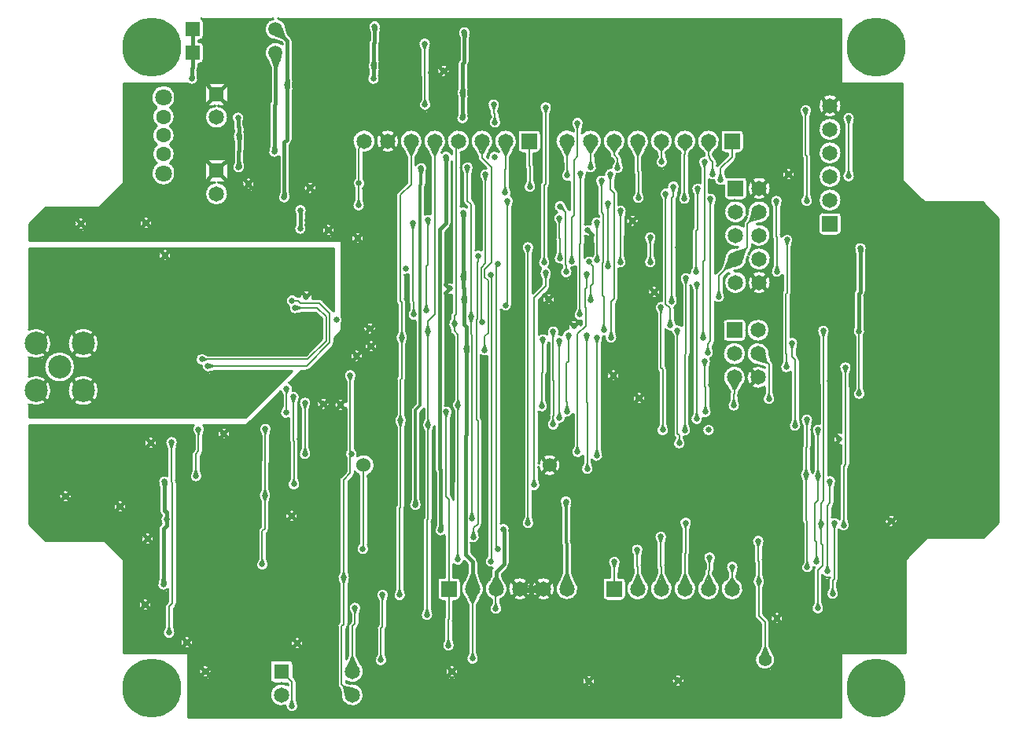
<source format=gbl>
*
%LPD*%
%LNSABOTEN2-L2*%
%FSLAX25Y25*%
%MOIN*%
%AD*%
%AD*%
%ADD19C,0.25*%
%ADD20R,0.065X0.065*%
%ADD21C,0.065*%
%ADD26C,0.06*%
%ADD37C,0.008*%
%ADD38C,0.012*%
%ADD39C,0.015*%
%ADD40C,0.01*%
%ADD41R,0.064959843X0.064959843*%
%ADD42C,0.064959843*%
%ADD60R,0.059059843X0.059059843*%
%ADD61C,0.059059843*%
%ADD64C,0.098429921*%
%ADD65C,0.062990157*%
%ADD66C,0.036*%
%ADD68C,0.070870079*%
%ADD69C,0.055*%
%ADD71C,0.025*%
G54D19*
%SRX1Y1I0.0J0.0*%
G1X167129Y364432D3*
G1X474129Y364432D3*
G1X167129Y92432D3*
G1X474129Y92432D3*
G54D20*
G1X414129Y244232D3*
G1X293129Y134432D3*
G1X327129Y324432D3*
G1X363129Y134432D3*
G1X413129Y324432D3*
G1X414629Y304432D3*
G1X454629Y289432D3*
G54D21*
G1X424129Y244232D3*
G1X414129Y234232D3*
G1X424129Y234232D3*
G1X414129Y224232D3*
G1X424129Y224232D3*
G1X303129Y134432D3*
G1X313129Y134432D3*
G1X323129Y134432D3*
G1X333129Y134432D3*
G1X343129Y134432D3*
G1X317129Y324432D3*
G1X307129Y324432D3*
G1X297129Y324432D3*
G1X287129Y324432D3*
G1X277129Y324432D3*
G1X267129Y324432D3*
G1X257129Y324432D3*
G1X373129Y134432D3*
G1X383129Y134432D3*
G1X393129Y134432D3*
G1X403129Y134432D3*
G1X413129Y134432D3*
G1X403129Y324432D3*
G1X393129Y324432D3*
G1X383129Y324432D3*
G1X373129Y324432D3*
G1X363129Y324432D3*
G1X353129Y324432D3*
G1X343129Y324432D3*
G1X424629Y304432D3*
G1X414629Y294432D3*
G1X424629Y294432D3*
G1X414629Y284432D3*
G1X424629Y284432D3*
G1X414629Y274432D3*
G1X424629Y274432D3*
G1X414629Y264432D3*
G1X424629Y264432D3*
G1X454629Y299432D3*
G1X454629Y309432D3*
G1X454629Y319432D3*
G1X454629Y329432D3*
G1X454629Y339432D3*
G54D26*
G1X257011Y186932D3*
G1X335751Y186932D3*
G1X226629Y87232D2*
G54D37*
G1X226028Y85333D1*
G1X226629Y86382D1*
G1X227230Y85333D1*
G1X226629Y87232D1*
G1X226028Y85333D3*
G1X227230Y85333D3*
G1X226281Y86133D2*
G1X226486Y86133D1*
G1X226771Y86133D2*
G1X226976Y86133D1*
G1X226535Y86933D2*
G1X226724Y86933D1*
G1X226329Y85858D2*
G1X226329Y86284D1*
G1X227129Y85509D2*
G1X227129Y85652D1*
G1X248478Y93083D2*
G1X249286Y89604D1*
G1X249550Y92012D1*
G1X251956Y92275D1*
G1X248478Y93083D1*
G1X249286Y89604D3*
G1X249100Y90404D2*
G1X249374Y90404D1*
G1X248914Y91204D2*
G1X249461Y91204D1*
G1X248729Y92004D2*
G1X249549Y92004D1*
G1X248543Y92804D2*
G1X249681Y92804D1*
G1X248729Y92001D2*
G1X248729Y93025D1*
G1X249529Y91824D2*
G1X249529Y92839D1*
G1X250329Y92097D2*
G1X250329Y92653D1*
G1X251129Y92184D2*
G1X251129Y92467D1*
G1X251929Y92272D2*
G1X251929Y92281D1*
G1X248529Y136732D2*
G1X249130Y138631D1*
G1X248529Y137582D1*
G1X247928Y138631D1*
G1X248529Y136732D1*
G1X248529Y136732D3*
G1X248276Y137532D2*
G1X248781Y137532D1*
G1X248023Y138332D2*
G1X248099Y138332D1*
G1X248959Y138332D2*
G1X249036Y138332D1*
G1X247929Y138628D2*
G1X247929Y138629D1*
G1X248729Y137364D2*
G1X248729Y137931D1*
G1X252129Y105928D2*
G1X250115Y101446D1*
G1X252129Y103080D1*
G1X254143Y101446D1*
G1X252129Y105928D1*
G1X250115Y101446D3*
G1X254143Y101446D3*
G1X250475Y102246D2*
G1X251101Y102246D1*
G1X253156Y102246D2*
G1X253784Y102246D1*
G1X250834Y103046D2*
G1X252086Y103046D1*
G1X252171Y103046D2*
G1X253424Y103046D1*
G1X251194Y103846D2*
G1X253065Y103846D1*
G1X251553Y104646D2*
G1X252705Y104646D1*
G1X251911Y105446D2*
G1X252346Y105446D1*
G1X250329Y101619D2*
G1X250329Y101922D1*
G1X251129Y102269D2*
G1X251129Y103702D1*
G1X251929Y102918D2*
G1X251929Y105483D1*
G1X252729Y102593D2*
G1X252729Y104593D1*
G1X253529Y101944D2*
G1X253529Y102812D1*
G1X253329Y123832D2*
G1X253930Y125731D1*
G1X253329Y124682D1*
G1X252728Y125731D1*
G1X253329Y123832D1*
G1X253329Y123832D3*
G1X253076Y124632D2*
G1X253581Y124632D1*
G1X252823Y125432D2*
G1X252899Y125432D1*
G1X253759Y125432D2*
G1X253836Y125432D1*
G1X252729Y125728D2*
G1X252729Y125729D1*
G1X253529Y124464D2*
G1X253529Y125031D1*
G1X264329Y106732D2*
G1X263728Y104833D1*
G1X264329Y105882D1*
G1X264930Y104833D1*
G1X264329Y106732D1*
G1X263728Y104833D3*
G1X264930Y104833D3*
G1X263981Y105633D2*
G1X264186Y105633D1*
G1X264471Y105633D2*
G1X264676Y105633D1*
G1X264235Y106433D2*
G1X264424Y106433D1*
G1X263929Y105184D2*
G1X263929Y105468D1*
G1X264729Y105184D2*
G1X264729Y105468D1*
G1X265029Y129332D2*
G1X265630Y131231D1*
G1X265029Y130182D1*
G1X264428Y131231D1*
G1X265029Y129332D1*
G1X265029Y129332D3*
G1X264776Y130132D2*
G1X265281Y130132D1*
G1X264523Y130932D2*
G1X264599Y130932D1*
G1X265459Y130932D2*
G1X265536Y130932D1*
G1X264729Y130280D2*
G1X264729Y130706D1*
G1X265529Y130912D2*
G1X265529Y131055D1*
G1X303129Y107332D2*
G1X302528Y105433D1*
G1X303129Y106482D1*
G1X303730Y105433D1*
G1X303129Y107332D1*
G1X302528Y105433D3*
G1X303730Y105433D3*
G1X302781Y106233D2*
G1X302986Y106233D1*
G1X303271Y106233D2*
G1X303476Y106233D1*
G1X303035Y107033D2*
G1X303224Y107033D1*
G1X303129Y106482D2*
G1X303129Y107332D1*
G1X303129Y127932D2*
G1X305144Y132417D1*
G1X303129Y130782D1*
G1X301114Y132417D1*
G1X303129Y127932D1*
G1X303129Y127932D3*
G1X302770Y128732D2*
G1X303489Y128732D1*
G1X302410Y129532D2*
G1X303848Y129532D1*
G1X302051Y130332D2*
G1X304208Y130332D1*
G1X301691Y131132D2*
G1X302698Y131132D1*
G1X303561Y131132D2*
G1X304566Y131132D1*
G1X301331Y131932D2*
G1X301711Y131932D1*
G1X304546Y131932D2*
G1X304926Y131932D1*
G1X301529Y131493D2*
G1X301529Y132080D1*
G1X302329Y129712D2*
G1X302329Y131431D1*
G1X303129Y127932D2*
G1X303129Y130782D1*
G1X303929Y129712D2*
G1X303929Y131431D1*
G1X304729Y131493D2*
G1X304729Y132080D1*
G1X427129Y109932D2*
G1X425466Y106094D1*
G1X427129Y107582D1*
G1X428791Y106094D1*
G1X427129Y109932D1*
G1X425466Y106094D3*
G1X428791Y106094D3*
G1X425814Y106894D2*
G1X426361Y106894D1*
G1X427898Y106894D2*
G1X428444Y106894D1*
G1X426160Y107694D2*
G1X428098Y107694D1*
G1X426506Y108494D2*
G1X427751Y108494D1*
G1X426853Y109294D2*
G1X427405Y109294D1*
G1X425529Y106149D2*
G1X425529Y106236D1*
G1X426329Y106865D2*
G1X426329Y108084D1*
G1X427129Y107582D2*
G1X427129Y109932D1*
G1X427929Y106865D2*
G1X427929Y108084D1*
G1X428729Y106149D2*
G1X428729Y106236D1*
G1X424429Y135232D2*
G1X425030Y137131D1*
G1X424429Y136082D1*
G1X423828Y137131D1*
G1X424429Y135232D1*
G1X424429Y135232D3*
G1X424176Y136032D2*
G1X424681Y136032D1*
G1X423923Y136832D2*
G1X423999Y136832D1*
G1X424859Y136832D2*
G1X424936Y136832D1*
G1X423929Y136812D2*
G1X423929Y136955D1*
G1X424729Y136180D2*
G1X424729Y136606D1*
G1X174529Y118332D2*
G1X173928Y116433D1*
G1X174529Y117482D1*
G1X175130Y116433D1*
G1X174529Y118332D1*
G1X173928Y116433D3*
G1X175130Y116433D3*
G1X174181Y117233D2*
G1X174386Y117233D1*
G1X174671Y117233D2*
G1X174876Y117233D1*
G1X174435Y118033D2*
G1X174624Y118033D1*
G1X174329Y117133D2*
G1X174329Y117700D1*
G1X175129Y116435D2*
G1X175129Y116436D1*
G1X175529Y194132D2*
G1X176130Y196031D1*
G1X175529Y194982D1*
G1X174928Y196031D1*
G1X175529Y194132D1*
G1X175529Y194132D3*
G1X175276Y194932D2*
G1X175781Y194932D1*
G1X175023Y195732D2*
G1X175099Y195732D1*
G1X175959Y195732D2*
G1X176036Y195732D1*
G1X175129Y195396D2*
G1X175129Y195680D1*
G1X175929Y195396D2*
G1X175929Y195680D1*
G1X292929Y112932D2*
G1X292328Y111033D1*
G1X292929Y112082D1*
G1X293530Y111033D1*
G1X292929Y112932D1*
G1X292328Y111033D3*
G1X293530Y111033D3*
G1X292581Y111833D2*
G1X292786Y111833D1*
G1X293071Y111833D2*
G1X293276Y111833D1*
G1X292835Y112633D2*
G1X293024Y112633D1*
G1X292729Y111733D2*
G1X292729Y112300D1*
G1X293529Y111035D2*
G1X293529Y111036D1*
G1X283829Y125932D2*
G1X283228Y124033D1*
G1X283829Y125082D1*
G1X284430Y124033D1*
G1X283829Y125932D1*
G1X283228Y124033D3*
G1X284430Y124033D3*
G1X283481Y124833D2*
G1X283686Y124833D1*
G1X283971Y124833D2*
G1X284176Y124833D1*
G1X283735Y125633D2*
G1X283924Y125633D1*
G1X283929Y124907D2*
G1X283929Y125616D1*
G1X284329Y201632D2*
G1X284930Y203531D1*
G1X284329Y202482D1*
G1X283728Y203531D1*
G1X284329Y201632D1*
G1X284329Y201632D3*
G1X284076Y202432D2*
G1X284581Y202432D1*
G1X283823Y203232D2*
G1X283899Y203232D1*
G1X284759Y203232D2*
G1X284836Y203232D1*
G1X283929Y202896D2*
G1X283929Y203180D1*
G1X284729Y202896D2*
G1X284729Y203180D1*
G1X313029Y128532D2*
G1X312428Y126633D1*
G1X313029Y127682D1*
G1X313630Y126633D1*
G1X313029Y128532D1*
G1X312428Y126633D3*
G1X313630Y126633D3*
G1X312681Y127433D2*
G1X312886Y127433D1*
G1X313171Y127433D2*
G1X313376Y127433D1*
G1X312935Y128233D2*
G1X313124Y128233D1*
G1X312729Y127158D2*
G1X312729Y127584D1*
G1X313529Y126809D2*
G1X313529Y126952D1*
G1X449429Y128732D2*
G1X448828Y126833D1*
G1X449429Y127882D1*
G1X450030Y126833D1*
G1X449429Y128732D1*
G1X448828Y126833D3*
G1X450030Y126833D3*
G1X449081Y127633D2*
G1X449286Y127633D1*
G1X449571Y127633D2*
G1X449776Y127633D1*
G1X449335Y128433D2*
G1X449524Y128433D1*
G1X449529Y127707D2*
G1X449529Y128416D1*
G1X450729Y159332D2*
G1X451330Y161231D1*
G1X450729Y160182D1*
G1X450128Y161231D1*
G1X450729Y159332D1*
G1X450729Y159332D3*
G1X450476Y160132D2*
G1X450981Y160132D1*
G1X450223Y160932D2*
G1X450299Y160932D1*
G1X451159Y160932D2*
G1X451236Y160932D1*
G1X450329Y160596D2*
G1X450329Y160880D1*
G1X451129Y160596D2*
G1X451129Y160880D1*
G1X272229Y134332D2*
G1X271628Y132433D1*
G1X272229Y133482D1*
G1X272830Y132433D1*
G1X272229Y134332D1*
G1X271628Y132433D3*
G1X272830Y132433D3*
G1X271881Y133233D2*
G1X272086Y133233D1*
G1X272371Y133233D2*
G1X272576Y133233D1*
G1X272135Y134033D2*
G1X272324Y134033D1*
G1X271929Y132958D2*
G1X271929Y133384D1*
G1X272729Y132609D2*
G1X272729Y132752D1*
G1X272629Y203432D2*
G1X273230Y205331D1*
G1X272629Y204282D1*
G1X272028Y205331D1*
G1X272629Y203432D1*
G1X272629Y203432D3*
G1X272376Y204232D2*
G1X272881Y204232D1*
G1X272123Y205032D2*
G1X272199Y205032D1*
G1X273059Y205032D2*
G1X273136Y205032D1*
G1X272729Y203748D2*
G1X272729Y204457D1*
G1X292029Y207032D2*
G1X292630Y208931D1*
G1X292029Y207882D1*
G1X291428Y208931D1*
G1X292029Y207032D1*
G1X292029Y207032D3*
G1X291776Y207832D2*
G1X292281Y207832D1*
G1X291523Y208632D2*
G1X291599Y208632D1*
G1X292459Y208632D2*
G1X292536Y208632D1*
G1X291929Y207348D2*
G1X291929Y208057D1*
G1X329629Y134432D2*
G1X325144Y136447D1*
G1X326779Y134432D1*
G1X325144Y132417D1*
G1X329629Y134432D1*
G1X325144Y132417D3*
G1X325793Y133217D2*
G1X326925Y133217D1*
G1X326441Y134017D2*
G1X328705Y134017D1*
G1X326466Y134817D2*
G1X328773Y134817D1*
G1X325818Y135617D2*
G1X326993Y135617D1*
G1X325169Y136417D2*
G1X325211Y136417D1*
G1X325529Y132590D2*
G1X325529Y132891D1*
G1X325529Y135973D2*
G1X325529Y136274D1*
G1X326329Y132949D2*
G1X326329Y133877D1*
G1X326329Y134987D2*
G1X326329Y135915D1*
G1X327129Y133309D2*
G1X327129Y135555D1*
G1X327929Y133668D2*
G1X327929Y135196D1*
G1X328729Y134028D2*
G1X328729Y134836D1*
G1X329529Y134387D2*
G1X329529Y134477D1*
G1X326629Y134432D2*
G1X331114Y132417D1*
G1X329479Y134432D1*
G1X331114Y136447D1*
G1X326629Y134432D1*
G1X331114Y132417D3*
G1X329334Y133217D2*
G1X330465Y133217D1*
G1X327553Y134017D2*
G1X329816Y134017D1*
G1X327485Y134817D2*
G1X329791Y134817D1*
G1X329266Y135617D2*
G1X330440Y135617D1*
G1X331046Y136417D2*
G1X331089Y136417D1*
G1X327129Y134207D2*
G1X327129Y134657D1*
G1X327929Y133848D2*
G1X327929Y135016D1*
G1X328729Y133488D2*
G1X328729Y135376D1*
G1X329529Y133129D2*
G1X329529Y134370D1*
G1X329529Y134494D2*
G1X329529Y135735D1*
G1X330329Y132769D2*
G1X330329Y133384D1*
G1X330329Y135480D2*
G1X330329Y136095D1*
G1X363229Y143332D2*
G1X363830Y145231D1*
G1X363229Y144182D1*
G1X362628Y145231D1*
G1X363229Y143332D1*
G1X363229Y143332D3*
G1X362976Y144132D2*
G1X363481Y144132D1*
G1X362723Y144932D2*
G1X362799Y144932D1*
G1X363659Y144932D2*
G1X363736Y144932D1*
G1X363129Y143648D2*
G1X363129Y144357D1*
G1X373129Y140932D2*
G1X371114Y136447D1*
G1X373129Y138082D1*
G1X375144Y136447D1*
G1X373129Y140932D1*
G1X371114Y136447D3*
G1X375144Y136447D3*
G1X371473Y137247D2*
G1X372100Y137247D1*
G1X374158Y137247D2*
G1X374785Y137247D1*
G1X371833Y138047D2*
G1X373086Y138047D1*
G1X373171Y138047D2*
G1X374425Y138047D1*
G1X372191Y138847D2*
G1X374066Y138847D1*
G1X372551Y139647D2*
G1X373706Y139647D1*
G1X372911Y140447D2*
G1X373346Y140447D1*
G1X371129Y136460D2*
G1X371129Y136481D1*
G1X371929Y137109D2*
G1X371929Y138262D1*
G1X372729Y137758D2*
G1X372729Y140042D1*
G1X373529Y137758D2*
G1X373529Y140042D1*
G1X374329Y137109D2*
G1X374329Y138262D1*
G1X375129Y136460D2*
G1X375129Y136481D1*
G1X372929Y148532D2*
G1X373530Y150431D1*
G1X372929Y149382D1*
G1X372328Y150431D1*
G1X372929Y148532D1*
G1X372929Y148532D3*
G1X372676Y149332D2*
G1X373181Y149332D1*
G1X372423Y150132D2*
G1X372499Y150132D1*
G1X373359Y150132D2*
G1X373436Y150132D1*
G1X372729Y149164D2*
G1X372729Y149731D1*
G1X373529Y150428D2*
G1X373529Y150429D1*
G1X383129Y140932D2*
G1X381114Y136447D1*
G1X383129Y138082D1*
G1X385144Y136447D1*
G1X383129Y140932D1*
G1X381114Y136447D3*
G1X385144Y136447D3*
G1X381473Y137247D2*
G1X382100Y137247D1*
G1X384158Y137247D2*
G1X384785Y137247D1*
G1X381833Y138047D2*
G1X383086Y138047D1*
G1X383171Y138047D2*
G1X384425Y138047D1*
G1X382191Y138847D2*
G1X384066Y138847D1*
G1X382551Y139647D2*
G1X383706Y139647D1*
G1X382911Y140447D2*
G1X383346Y140447D1*
G1X381529Y136784D2*
G1X381529Y137371D1*
G1X382329Y137433D2*
G1X382329Y139152D1*
G1X383129Y138082D2*
G1X383129Y140932D1*
G1X383929Y137433D2*
G1X383929Y139152D1*
G1X384729Y136784D2*
G1X384729Y137371D1*
G1X382929Y154032D2*
G1X383530Y155931D1*
G1X382929Y154882D1*
G1X382328Y155931D1*
G1X382929Y154032D1*
G1X382929Y154032D3*
G1X382676Y154832D2*
G1X383181Y154832D1*
G1X382423Y155632D2*
G1X382499Y155632D1*
G1X383359Y155632D2*
G1X383436Y155632D1*
G1X382329Y155928D2*
G1X382329Y155929D1*
G1X383129Y154664D2*
G1X383129Y155231D1*
G1X393129Y140932D2*
G1X391114Y136447D1*
G1X393129Y138082D1*
G1X395144Y136447D1*
G1X393129Y140932D1*
G1X391114Y136447D3*
G1X395144Y136447D3*
G1X391473Y137247D2*
G1X392100Y137247D1*
G1X394158Y137247D2*
G1X394785Y137247D1*
G1X391833Y138047D2*
G1X393086Y138047D1*
G1X393171Y138047D2*
G1X394425Y138047D1*
G1X392191Y138847D2*
G1X394066Y138847D1*
G1X392551Y139647D2*
G1X393706Y139647D1*
G1X392911Y140447D2*
G1X393346Y140447D1*
G1X391129Y136460D2*
G1X391129Y136481D1*
G1X391929Y137109D2*
G1X391929Y138262D1*
G1X392729Y137758D2*
G1X392729Y140042D1*
G1X393529Y137758D2*
G1X393529Y140042D1*
G1X394329Y137109D2*
G1X394329Y138262D1*
G1X395129Y136460D2*
G1X395129Y136481D1*
G1X393429Y159932D2*
G1X394030Y161831D1*
G1X393429Y160782D1*
G1X392828Y161831D1*
G1X393429Y159932D1*
G1X393429Y159932D3*
G1X393176Y160732D2*
G1X393681Y160732D1*
G1X392923Y161532D2*
G1X392999Y161532D1*
G1X393859Y161532D2*
G1X393936Y161532D1*
G1X393529Y160248D2*
G1X393529Y160957D1*
G1X403129Y140632D2*
G1X401114Y136447D1*
G1X403129Y138082D1*
G1X405144Y136447D1*
G1X403129Y140632D1*
G1X401114Y136447D3*
G1X405144Y136447D3*
G1X401499Y137247D2*
G1X402100Y137247D1*
G1X404158Y137247D2*
G1X404759Y137247D1*
G1X401884Y138047D2*
G1X403086Y138047D1*
G1X403171Y138047D2*
G1X404374Y138047D1*
G1X402270Y138847D2*
G1X403989Y138847D1*
G1X402655Y139647D2*
G1X403603Y139647D1*
G1X403040Y140447D2*
G1X403218Y140447D1*
G1X401529Y136784D2*
G1X401529Y137310D1*
G1X402329Y137433D2*
G1X402329Y138971D1*
G1X403129Y138082D2*
G1X403129Y140632D1*
G1X403929Y137433D2*
G1X403929Y138971D1*
G1X404729Y136784D2*
G1X404729Y137310D1*
G1X403629Y145232D2*
G1X404230Y147131D1*
G1X403629Y146082D1*
G1X403028Y147131D1*
G1X403629Y145232D1*
G1X403629Y145232D3*
G1X403376Y146032D2*
G1X403881Y146032D1*
G1X403123Y146832D2*
G1X403199Y146832D1*
G1X404059Y146832D2*
G1X404136Y146832D1*
G1X403129Y146812D2*
G1X403129Y146955D1*
G1X403929Y146180D2*
G1X403929Y146606D1*
G1X413129Y138832D2*
G1X411665Y136877D1*
G1X413129Y138082D1*
G1X414594Y136877D1*
G1X413129Y138832D1*
G1X411665Y136877D3*
G1X414594Y136877D3*
G1X412264Y137677D2*
G1X412636Y137677D1*
G1X413621Y137677D2*
G1X413994Y137677D1*
G1X412863Y138477D2*
G1X413395Y138477D1*
G1X411929Y137095D2*
G1X411929Y137230D1*
G1X412729Y137753D2*
G1X412729Y138298D1*
G1X413529Y137753D2*
G1X413529Y138298D1*
G1X414329Y137095D2*
G1X414329Y137230D1*
G1X413229Y141332D2*
G1X413830Y143131D1*
G1X413229Y142082D1*
G1X412628Y143131D1*
G1X413229Y141332D1*
G1X413229Y141332D3*
G1X412961Y142132D2*
G1X413200Y142132D1*
G1X413258Y142132D2*
G1X413496Y142132D1*
G1X412695Y142932D2*
G1X412741Y142932D1*
G1X413716Y142932D2*
G1X413764Y142932D1*
G1X412729Y142829D2*
G1X412729Y142955D1*
G1X413529Y142230D2*
G1X413529Y142606D1*
G1X424429Y140232D2*
G1X423828Y138333D1*
G1X424429Y139382D1*
G1X425030Y138333D1*
G1X424429Y140232D1*
G1X423828Y138333D3*
G1X425030Y138333D3*
G1X424081Y139133D2*
G1X424286Y139133D1*
G1X424571Y139133D2*
G1X424776Y139133D1*
G1X424335Y139933D2*
G1X424524Y139933D1*
G1X423929Y138509D2*
G1X423929Y138652D1*
G1X424729Y138858D2*
G1X424729Y139284D1*
G1X424229Y152232D2*
G1X424830Y154131D1*
G1X424229Y153082D1*
G1X423628Y154131D1*
G1X424229Y152232D1*
G1X424229Y152232D3*
G1X423976Y153032D2*
G1X424481Y153032D1*
G1X423723Y153832D2*
G1X423799Y153832D1*
G1X424659Y153832D2*
G1X424736Y153832D1*
G1X423929Y153180D2*
G1X423929Y153606D1*
G1X424729Y153812D2*
G1X424729Y153955D1*
G1X455729Y134932D2*
G1X455128Y133033D1*
G1X455729Y134082D1*
G1X456330Y133033D1*
G1X455729Y134932D1*
G1X455128Y133033D3*
G1X456330Y133033D3*
G1X455381Y133833D2*
G1X455586Y133833D1*
G1X455871Y133833D2*
G1X456076Y133833D1*
G1X455635Y134633D2*
G1X455824Y134633D1*
G1X455129Y133035D2*
G1X455129Y133036D1*
G1X455929Y133733D2*
G1X455929Y134300D1*
G1X456429Y159832D2*
G1X457030Y161731D1*
G1X456429Y160682D1*
G1X455828Y161731D1*
G1X456429Y159832D1*
G1X456429Y159832D3*
G1X456176Y160632D2*
G1X456681Y160632D1*
G1X455923Y161432D2*
G1X455999Y161432D1*
G1X456859Y161432D2*
G1X456936Y161432D1*
G1X455929Y161412D2*
G1X455929Y161555D1*
G1X456729Y160780D2*
G1X456729Y161206D1*
G1X214029Y147332D2*
G1X213428Y145433D1*
G1X214029Y146482D1*
G1X214630Y145433D1*
G1X214029Y147332D1*
G1X213428Y145433D3*
G1X214630Y145433D3*
G1X213681Y146233D2*
G1X213886Y146233D1*
G1X214171Y146233D2*
G1X214376Y146233D1*
G1X213935Y147033D2*
G1X214124Y147033D1*
G1X213529Y145609D2*
G1X213529Y145752D1*
G1X214329Y145958D2*
G1X214329Y146384D1*
G1X215129Y171532D2*
G1X215730Y173431D1*
G1X215129Y172382D1*
G1X214528Y173431D1*
G1X215129Y171532D1*
G1X215129Y171532D3*
G1X214876Y172332D2*
G1X215381Y172332D1*
G1X214623Y173132D2*
G1X214699Y173132D1*
G1X215559Y173132D2*
G1X215636Y173132D1*
G1X215129Y171532D2*
G1X215129Y172382D1*
G1X248529Y141732D2*
G1X247928Y139833D1*
G1X248529Y140882D1*
G1X249130Y139833D1*
G1X248529Y141732D1*
G1X247928Y139833D3*
G1X249130Y139833D3*
G1X248181Y140633D2*
G1X248386Y140633D1*
G1X248671Y140633D2*
G1X248876Y140633D1*
G1X248435Y141433D2*
G1X248624Y141433D1*
G1X247929Y139835D2*
G1X247929Y139836D1*
G1X248729Y140533D2*
G1X248729Y141100D1*
G1X296929Y149332D2*
G1X296328Y147433D1*
G1X296929Y148482D1*
G1X297530Y147433D1*
G1X296929Y149332D1*
G1X296328Y147433D3*
G1X297530Y147433D3*
G1X296581Y148233D2*
G1X296786Y148233D1*
G1X297071Y148233D2*
G1X297276Y148233D1*
G1X296835Y149033D2*
G1X297024Y149033D1*
G1X296729Y148133D2*
G1X296729Y148700D1*
G1X297529Y147435D2*
G1X297529Y147436D1*
G1X297029Y209932D2*
G1X297630Y211831D1*
G1X297029Y210782D1*
G1X296428Y211831D1*
G1X297029Y209932D1*
G1X297029Y209932D3*
G1X296776Y210732D2*
G1X297281Y210732D1*
G1X296523Y211532D2*
G1X296599Y211532D1*
G1X297459Y211532D2*
G1X297536Y211532D1*
G1X296729Y210880D2*
G1X296729Y211306D1*
G1X297529Y211512D2*
G1X297529Y211655D1*
G1X453529Y144432D2*
G1X452928Y142533D1*
G1X453529Y143582D1*
G1X454130Y142533D1*
G1X453529Y144432D1*
G1X452928Y142533D3*
G1X454130Y142533D3*
G1X453181Y143333D2*
G1X453386Y143333D1*
G1X453671Y143333D2*
G1X453876Y143333D1*
G1X453435Y144133D2*
G1X453624Y144133D1*
G1X453529Y143582D2*
G1X453529Y144432D1*
G1X454629Y177532D2*
G1X455230Y179431D1*
G1X454629Y178382D1*
G1X454028Y179431D1*
G1X454629Y177532D1*
G1X454629Y177532D3*
G1X454376Y178332D2*
G1X454881Y178332D1*
G1X454123Y179132D2*
G1X454199Y179132D1*
G1X455059Y179132D2*
G1X455136Y179132D1*
G1X454329Y178480D2*
G1X454329Y178906D1*
G1X455129Y179112D2*
G1X455129Y179255D1*
G1X449029Y148632D2*
G1X448428Y146733D1*
G1X449029Y147782D1*
G1X449630Y146733D1*
G1X449029Y148632D1*
G1X448428Y146733D3*
G1X449630Y146733D3*
G1X448681Y147533D2*
G1X448886Y147533D1*
G1X449171Y147533D2*
G1X449376Y147533D1*
G1X448935Y148333D2*
G1X449124Y148333D1*
G1X448729Y147258D2*
G1X448729Y147684D1*
G1X449529Y146909D2*
G1X449529Y147052D1*
G1X449529Y179832D2*
G1X450130Y181731D1*
G1X449529Y180682D1*
G1X448928Y181731D1*
G1X449529Y179832D1*
G1X449529Y179832D3*
G1X449276Y180632D2*
G1X449781Y180632D1*
G1X449023Y181432D2*
G1X449099Y181432D1*
G1X449959Y181432D2*
G1X450036Y181432D1*
G1X449529Y179832D2*
G1X449529Y180682D1*
G1X445029Y146132D2*
G1X444428Y144233D1*
G1X445029Y145282D1*
G1X445630Y144233D1*
G1X445029Y146132D1*
G1X444428Y144233D3*
G1X445630Y144233D3*
G1X444681Y145033D2*
G1X444886Y145033D1*
G1X445171Y145033D2*
G1X445376Y145033D1*
G1X444935Y145833D2*
G1X445124Y145833D1*
G1X444729Y144758D2*
G1X444729Y145184D1*
G1X445529Y144409D2*
G1X445529Y144552D1*
G1X444529Y180432D2*
G1X445130Y182331D1*
G1X444529Y181282D1*
G1X443928Y182331D1*
G1X444529Y180432D1*
G1X444529Y180432D3*
G1X444276Y181232D2*
G1X444781Y181232D1*
G1X444023Y182032D2*
G1X444099Y182032D1*
G1X444959Y182032D2*
G1X445036Y182032D1*
G1X443929Y182328D2*
G1X443929Y182329D1*
G1X444729Y181064D2*
G1X444729Y181631D1*
G1X303529Y158932D2*
G1X302928Y157033D1*
G1X303529Y158082D1*
G1X304130Y157033D1*
G1X303529Y158932D1*
G1X302928Y157033D3*
G1X304130Y157033D3*
G1X303181Y157833D2*
G1X303386Y157833D1*
G1X303671Y157833D2*
G1X303876Y157833D1*
G1X303435Y158633D2*
G1X303624Y158633D1*
G1X303129Y157384D2*
G1X303129Y157668D1*
G1X303929Y157384D2*
G1X303929Y157668D1*
G1X185929Y184832D2*
G1X185328Y182933D1*
G1X185929Y183982D1*
G1X186530Y182933D1*
G1X185929Y184832D1*
G1X185328Y182933D3*
G1X186530Y182933D3*
G1X185581Y183733D2*
G1X185786Y183733D1*
G1X186071Y183733D2*
G1X186276Y183733D1*
G1X185835Y184533D2*
G1X186024Y184533D1*
G1X185529Y183284D2*
G1X185529Y183568D1*
G1X186329Y183284D2*
G1X186329Y183568D1*
G1X187029Y199632D2*
G1X187630Y201531D1*
G1X187029Y200482D1*
G1X186428Y201531D1*
G1X187029Y199632D1*
G1X187029Y199632D3*
G1X186776Y200432D2*
G1X187281Y200432D1*
G1X186523Y201232D2*
G1X186599Y201232D1*
G1X187459Y201232D2*
G1X187536Y201232D1*
G1X187129Y199948D2*
G1X187129Y200657D1*
G1X227429Y181332D2*
G1X226828Y179433D1*
G1X227429Y180482D1*
G1X228030Y179433D1*
G1X227429Y181332D1*
G1X226828Y179433D3*
G1X228030Y179433D3*
G1X227081Y180233D2*
G1X227286Y180233D1*
G1X227571Y180233D2*
G1X227776Y180233D1*
G1X227335Y181033D2*
G1X227524Y181033D1*
G1X227129Y179958D2*
G1X227129Y180384D1*
G1X227929Y179609D2*
G1X227929Y179752D1*
G1X227229Y213332D2*
G1X227830Y215231D1*
G1X227229Y214182D1*
G1X226628Y215231D1*
G1X227229Y213332D1*
G1X227229Y213332D3*
G1X226976Y214132D2*
G1X227481Y214132D1*
G1X226723Y214932D2*
G1X226799Y214932D1*
G1X227659Y214932D2*
G1X227736Y214932D1*
G1X227129Y213648D2*
G1X227129Y214357D1*
G1X251329Y222532D2*
G1X251930Y224431D1*
G1X251329Y223382D1*
G1X250728Y224431D1*
G1X251329Y222532D1*
G1X251329Y222532D3*
G1X251076Y223332D2*
G1X251581Y223332D1*
G1X250823Y224132D2*
G1X250899Y224132D1*
G1X251759Y224132D2*
G1X251836Y224132D1*
G1X251129Y223164D2*
G1X251129Y223731D1*
G1X251929Y224428D2*
G1X251929Y224429D1*
G1X232129Y194232D2*
G1X231528Y192333D1*
G1X232129Y193382D1*
G1X232730Y192333D1*
G1X232129Y194232D1*
G1X231528Y192333D3*
G1X232730Y192333D3*
G1X231781Y193133D2*
G1X231986Y193133D1*
G1X232271Y193133D2*
G1X232476Y193133D1*
G1X232035Y193933D2*
G1X232224Y193933D1*
G1X231929Y193033D2*
G1X231929Y193600D1*
G1X232729Y192335D2*
G1X232729Y192336D1*
G1X232129Y210832D2*
G1X232730Y212731D1*
G1X232129Y211682D1*
G1X231528Y212731D1*
G1X232129Y210832D1*
G1X232129Y210832D3*
G1X231876Y211632D2*
G1X232381Y211632D1*
G1X231623Y212432D2*
G1X231699Y212432D1*
G1X232559Y212432D2*
G1X232636Y212432D1*
G1X231929Y211464D2*
G1X231929Y212031D1*
G1X232729Y212728D2*
G1X232729Y212729D1*
G1X215129Y176532D2*
G1X214528Y174633D1*
G1X215129Y175682D1*
G1X215730Y174633D1*
G1X215129Y176532D1*
G1X214528Y174633D3*
G1X215730Y174633D3*
G1X214781Y175433D2*
G1X214986Y175433D1*
G1X215271Y175433D2*
G1X215476Y175433D1*
G1X215035Y176233D2*
G1X215224Y176233D1*
G1X215129Y175682D2*
G1X215129Y176532D1*
G1X215329Y199732D2*
G1X215930Y201631D1*
G1X215329Y200582D1*
G1X214728Y201631D1*
G1X215329Y199732D1*
G1X215329Y199732D3*
G1X215076Y200532D2*
G1X215581Y200532D1*
G1X214823Y201332D2*
G1X214899Y201332D1*
G1X215759Y201332D2*
G1X215836Y201332D1*
G1X215129Y200364D2*
G1X215129Y200931D1*
G1X215929Y201628D2*
G1X215929Y201629D1*
G1X302929Y166932D2*
G1X302328Y165033D1*
G1X302929Y166082D1*
G1X303530Y165033D1*
G1X302929Y166932D1*
G1X302328Y165033D3*
G1X303530Y165033D3*
G1X302581Y165833D2*
G1X302786Y165833D1*
G1X303071Y165833D2*
G1X303276Y165833D1*
G1X302835Y166633D2*
G1X303024Y166633D1*
G1X302329Y165035D2*
G1X302329Y165036D1*
G1X303129Y165733D2*
G1X303129Y166300D1*
G1X302529Y247332D2*
G1X303130Y249231D1*
G1X302529Y248182D1*
G1X301928Y249231D1*
G1X302529Y247332D1*
G1X302529Y247332D3*
G1X302276Y248132D2*
G1X302781Y248132D1*
G1X302023Y248932D2*
G1X302099Y248932D1*
G1X302959Y248932D2*
G1X303036Y248932D1*
G1X302329Y247964D2*
G1X302329Y248531D1*
G1X303129Y249228D2*
G1X303129Y249229D1*
G1X329229Y181032D2*
G1X328628Y179133D1*
G1X329229Y180182D1*
G1X329830Y179133D1*
G1X329229Y181032D1*
G1X328628Y179133D3*
G1X329830Y179133D3*
G1X328881Y179933D2*
G1X329086Y179933D1*
G1X329371Y179933D2*
G1X329576Y179933D1*
G1X329135Y180733D2*
G1X329324Y180733D1*
G1X328729Y179309D2*
G1X328729Y179452D1*
G1X329529Y179658D2*
G1X329529Y180084D1*
G1X334129Y266032D2*
G1X334730Y267931D1*
G1X334129Y266882D1*
G1X333528Y267931D1*
G1X334129Y266032D1*
G1X334129Y266032D3*
G1X333876Y266832D2*
G1X334381Y266832D1*
G1X333623Y267632D2*
G1X333699Y267632D1*
G1X334559Y267632D2*
G1X334636Y267632D1*
G1X333529Y267928D2*
G1X333529Y267929D1*
G1X334329Y266664D2*
G1X334329Y267231D1*
G1X347629Y195032D2*
G1X347028Y193133D1*
G1X347629Y194182D1*
G1X348230Y193133D1*
G1X347629Y195032D1*
G1X347028Y193133D3*
G1X348230Y193133D3*
G1X347281Y193933D2*
G1X347486Y193933D1*
G1X347771Y193933D2*
G1X347976Y193933D1*
G1X347535Y194733D2*
G1X347724Y194733D1*
G1X347129Y193309D2*
G1X347129Y193452D1*
G1X347929Y193658D2*
G1X347929Y194084D1*
G1X351429Y265532D2*
G1X352030Y267431D1*
G1X351429Y266382D1*
G1X350828Y267431D1*
G1X351429Y265532D1*
G1X351429Y265532D3*
G1X351176Y266332D2*
G1X351681Y266332D1*
G1X350923Y267132D2*
G1X350999Y267132D1*
G1X351859Y267132D2*
G1X351936Y267132D1*
G1X351129Y266480D2*
G1X351129Y266906D1*
G1X351929Y267112D2*
G1X351929Y267255D1*
G1X326629Y164932D2*
G1X326028Y163033D1*
G1X326629Y164082D1*
G1X327230Y163033D1*
G1X326629Y164932D1*
G1X326028Y163033D3*
G1X327230Y163033D3*
G1X326281Y163833D2*
G1X326486Y163833D1*
G1X326771Y163833D2*
G1X326976Y163833D1*
G1X326535Y164633D2*
G1X326724Y164633D1*
G1X326329Y163558D2*
G1X326329Y163984D1*
G1X327129Y163209D2*
G1X327129Y163352D1*
G1X326629Y276832D2*
G1X327230Y278731D1*
G1X326629Y277682D1*
G1X326028Y278731D1*
G1X326629Y276832D1*
G1X326629Y276832D3*
G1X326376Y277632D2*
G1X326881Y277632D1*
G1X326123Y278432D2*
G1X326199Y278432D1*
G1X327059Y278432D2*
G1X327136Y278432D1*
G1X326329Y277780D2*
G1X326329Y278206D1*
G1X327129Y278412D2*
G1X327129Y278555D1*
G1X355829Y193532D2*
G1X355228Y191633D1*
G1X355829Y192682D1*
G1X356430Y191633D1*
G1X355829Y193532D1*
G1X355228Y191633D3*
G1X356430Y191633D3*
G1X355481Y192433D2*
G1X355686Y192433D1*
G1X355971Y192433D2*
G1X356176Y192433D1*
G1X355735Y193233D2*
G1X355924Y193233D1*
G1X355929Y192507D2*
G1X355929Y193216D1*
G1X355829Y238632D2*
G1X356430Y240531D1*
G1X355829Y239482D1*
G1X355228Y240531D1*
G1X355829Y238632D1*
G1X355829Y238632D3*
G1X355576Y239432D2*
G1X356081Y239432D1*
G1X355323Y240232D2*
G1X355399Y240232D1*
G1X356259Y240232D2*
G1X356336Y240232D1*
G1X355929Y238948D2*
G1X355929Y239657D1*
G1X351729Y187932D2*
G1X351128Y186033D1*
G1X351729Y187082D1*
G1X352330Y186033D1*
G1X351729Y187932D1*
G1X351128Y186033D3*
G1X352330Y186033D3*
G1X351381Y186833D2*
G1X351586Y186833D1*
G1X351871Y186833D2*
G1X352076Y186833D1*
G1X351635Y187633D2*
G1X351824Y187633D1*
G1X351129Y186035D2*
G1X351129Y186036D1*
G1X351929Y186733D2*
G1X351929Y187300D1*
G1X351629Y239432D2*
G1X352230Y241331D1*
G1X351629Y240282D1*
G1X351028Y241331D1*
G1X351629Y239432D1*
G1X351629Y239432D3*
G1X351376Y240232D2*
G1X351881Y240232D1*
G1X351123Y241032D2*
G1X351199Y241032D1*
G1X352059Y241032D2*
G1X352136Y241032D1*
G1X351129Y241012D2*
G1X351129Y241155D1*
G1X351929Y240380D2*
G1X351929Y240806D1*
G1X390729Y198432D2*
G1X390128Y196833D1*
G1X390729Y197882D1*
G1X391330Y196833D1*
G1X390729Y198432D1*
G1X390128Y196833D3*
G1X391330Y196833D3*
G1X390429Y197633D2*
G1X390586Y197633D1*
G1X390871Y197633D2*
G1X391029Y197633D1*
G1X390329Y197184D2*
G1X390329Y197368D1*
G1X391129Y197184D2*
G1X391129Y197368D1*
G1X390029Y241532D2*
G1X390630Y243431D1*
G1X390029Y242382D1*
G1X389428Y243431D1*
G1X390029Y241532D1*
G1X390029Y241532D3*
G1X389776Y242332D2*
G1X390281Y242332D1*
G1X389523Y243132D2*
G1X389599Y243132D1*
G1X390459Y243132D2*
G1X390536Y243132D1*
G1X389529Y243112D2*
G1X389529Y243255D1*
G1X390329Y242480D2*
G1X390329Y242906D1*
G1X450729Y164332D2*
G1X450128Y162433D1*
G1X450729Y163482D1*
G1X451330Y162433D1*
G1X450729Y164332D1*
G1X450128Y162433D3*
G1X451330Y162433D3*
G1X450381Y163233D2*
G1X450586Y163233D1*
G1X450871Y163233D2*
G1X451076Y163233D1*
G1X450635Y164033D2*
G1X450824Y164033D1*
G1X450329Y162784D2*
G1X450329Y163068D1*
G1X451129Y162784D2*
G1X451129Y163068D1*
G1X451829Y241432D2*
G1X452430Y243331D1*
G1X451829Y242282D1*
G1X451228Y243331D1*
G1X451829Y241432D1*
G1X451829Y241432D3*
G1X451576Y242232D2*
G1X452081Y242232D1*
G1X451323Y243032D2*
G1X451399Y243032D1*
G1X452259Y243032D2*
G1X452336Y243032D1*
G1X451929Y241748D2*
G1X451929Y242457D1*
G1X460429Y163932D2*
G1X459828Y162033D1*
G1X460429Y163082D1*
G1X461030Y162033D1*
G1X460429Y163932D1*
G1X459828Y162033D3*
G1X461030Y162033D3*
G1X460081Y162833D2*
G1X460286Y162833D1*
G1X460571Y162833D2*
G1X460776Y162833D1*
G1X460335Y163633D2*
G1X460524Y163633D1*
G1X459929Y162209D2*
G1X459929Y162352D1*
G1X460729Y162558D2*
G1X460729Y162984D1*
G1X461129Y225932D2*
G1X461730Y227831D1*
G1X461129Y226782D1*
G1X460528Y227831D1*
G1X461129Y225932D1*
G1X461129Y225932D3*
G1X460876Y226732D2*
G1X461381Y226732D1*
G1X460623Y227532D2*
G1X460699Y227532D1*
G1X461559Y227532D2*
G1X461636Y227532D1*
G1X460729Y227196D2*
G1X460729Y227480D1*
G1X461529Y227196D2*
G1X461529Y227480D1*
G1X444529Y185432D2*
G1X443928Y183533D1*
G1X444529Y184582D1*
G1X445130Y183533D1*
G1X444529Y185432D1*
G1X443928Y183533D3*
G1X445130Y183533D3*
G1X444181Y184333D2*
G1X444386Y184333D1*
G1X444671Y184333D2*
G1X444876Y184333D1*
G1X444435Y185133D2*
G1X444624Y185133D1*
G1X443929Y183535D2*
G1X443929Y183536D1*
G1X444729Y184233D2*
G1X444729Y184800D1*
G1X444829Y203732D2*
G1X445430Y205631D1*
G1X444829Y204582D1*
G1X444228Y205631D1*
G1X444829Y203732D1*
G1X444829Y203732D3*
G1X444576Y204532D2*
G1X445081Y204532D1*
G1X444323Y205332D2*
G1X444399Y205332D1*
G1X445259Y205332D2*
G1X445336Y205332D1*
G1X444729Y204048D2*
G1X444729Y204757D1*
G1X449529Y184832D2*
G1X448928Y182933D1*
G1X449529Y183982D1*
G1X450130Y182933D1*
G1X449529Y184832D1*
G1X448928Y182933D3*
G1X450130Y182933D3*
G1X449181Y183733D2*
G1X449386Y183733D1*
G1X449671Y183733D2*
G1X449876Y183733D1*
G1X449435Y184533D2*
G1X449624Y184533D1*
G1X449529Y183982D2*
G1X449529Y184832D1*
G1X449529Y199332D2*
G1X450130Y201231D1*
G1X449529Y200182D1*
G1X448928Y201231D1*
G1X449529Y199332D1*
G1X449529Y199332D3*
G1X449276Y200132D2*
G1X449781Y200132D1*
G1X449023Y200932D2*
G1X449099Y200932D1*
G1X449959Y200932D2*
G1X450036Y200932D1*
G1X449529Y199332D2*
G1X449529Y200182D1*
G1X193529Y228932D2*
G1X191630Y229533D1*
G1X192679Y228932D1*
G1X191630Y228331D1*
G1X193529Y228932D1*
G1X191630Y228331D3*
G1X192331Y229131D2*
G1X192901Y229131D1*
G1X191929Y228426D2*
G1X191929Y228502D1*
G1X191929Y229362D2*
G1X191929Y229438D1*
G1X192729Y228679D2*
G1X192729Y229185D1*
G1X193529Y228932D3*
G1X190929Y231832D2*
G1X189030Y232433D1*
G1X190079Y231832D1*
G1X189030Y231231D1*
G1X190929Y231832D1*
G1X189030Y231231D3*
G1X189731Y232031D2*
G1X190301Y232031D1*
G1X189529Y231389D2*
G1X189529Y231517D1*
G1X189529Y232147D2*
G1X189529Y232275D1*
G1X190329Y231642D2*
G1X190329Y232022D1*
G1X230429Y253632D2*
G1X228530Y254233D1*
G1X229579Y253632D1*
G1X228530Y253031D1*
G1X230429Y253632D1*
G1X228530Y253031D3*
G1X229231Y253831D2*
G1X229801Y253831D1*
G1X228729Y253094D2*
G1X228729Y253145D1*
G1X228729Y254119D2*
G1X228729Y254170D1*
G1X229529Y253347D2*
G1X229529Y253603D1*
G1X229529Y253661D2*
G1X229529Y253917D1*
G1X230329Y253600D2*
G1X230329Y253664D1*
G1X273129Y243532D2*
G1X272528Y241633D1*
G1X273129Y242682D1*
G1X273730Y241633D1*
G1X273129Y243532D1*
G1X272528Y241633D3*
G1X273730Y241633D3*
G1X272781Y242433D2*
G1X272986Y242433D1*
G1X273271Y242433D2*
G1X273476Y242433D1*
G1X273035Y243233D2*
G1X273224Y243233D1*
G1X272729Y241984D2*
G1X272729Y242268D1*
G1X273529Y241984D2*
G1X273529Y242268D1*
G1X277129Y317932D2*
G1X279144Y322417D1*
G1X277129Y320782D1*
G1X275114Y322417D1*
G1X277129Y317932D1*
G1X277129Y317932D3*
G1X276770Y318732D2*
G1X277489Y318732D1*
G1X276410Y319532D2*
G1X277848Y319532D1*
G1X276051Y320332D2*
G1X278208Y320332D1*
G1X275691Y321132D2*
G1X276698Y321132D1*
G1X277561Y321132D2*
G1X278566Y321132D1*
G1X275331Y321932D2*
G1X275711Y321932D1*
G1X278546Y321932D2*
G1X278926Y321932D1*
G1X275129Y322383D2*
G1X275129Y322404D1*
G1X275929Y320602D2*
G1X275929Y321755D1*
G1X276729Y318822D2*
G1X276729Y321106D1*
G1X277529Y318822D2*
G1X277529Y321106D1*
G1X278329Y320602D2*
G1X278329Y321755D1*
G1X279129Y322383D2*
G1X279129Y322404D1*
G1X284129Y246232D2*
G1X283528Y244333D1*
G1X284129Y245382D1*
G1X284730Y244333D1*
G1X284129Y246232D1*
G1X283528Y244333D3*
G1X284730Y244333D3*
G1X283781Y245133D2*
G1X283986Y245133D1*
G1X284271Y245133D2*
G1X284476Y245133D1*
G1X284035Y245933D2*
G1X284224Y245933D1*
G1X283929Y245033D2*
G1X283929Y245600D1*
G1X284729Y244335D2*
G1X284729Y244336D1*
G1X287129Y317932D2*
G1X289144Y322417D1*
G1X287129Y320782D1*
G1X285114Y322417D1*
G1X287129Y317932D1*
G1X287129Y317932D3*
G1X286770Y318732D2*
G1X287489Y318732D1*
G1X286410Y319532D2*
G1X287848Y319532D1*
G1X286051Y320332D2*
G1X288208Y320332D1*
G1X285691Y321132D2*
G1X286698Y321132D1*
G1X287561Y321132D2*
G1X288566Y321132D1*
G1X285331Y321932D2*
G1X285711Y321932D1*
G1X288546Y321932D2*
G1X288926Y321932D1*
G1X285529Y321493D2*
G1X285529Y322080D1*
G1X286329Y319712D2*
G1X286329Y321431D1*
G1X287129Y317932D2*
G1X287129Y320782D1*
G1X287929Y319712D2*
G1X287929Y321431D1*
G1X288729Y321493D2*
G1X288729Y322080D1*
G1X283629Y255132D2*
G1X283028Y253233D1*
G1X283629Y254282D1*
G1X284230Y253233D1*
G1X283629Y255132D1*
G1X283028Y253233D3*
G1X284230Y253233D3*
G1X283281Y254033D2*
G1X283486Y254033D1*
G1X283771Y254033D2*
G1X283976Y254033D1*
G1X283535Y254833D2*
G1X283724Y254833D1*
G1X283129Y253409D2*
G1X283129Y253552D1*
G1X283929Y253758D2*
G1X283929Y254184D1*
G1X284329Y288432D2*
G1X284930Y290331D1*
G1X284329Y289282D1*
G1X283728Y290331D1*
G1X284329Y288432D1*
G1X284329Y288432D3*
G1X284076Y289232D2*
G1X284581Y289232D1*
G1X283823Y290032D2*
G1X283899Y290032D1*
G1X284759Y290032D2*
G1X284836Y290032D1*
G1X283929Y289696D2*
G1X283929Y289980D1*
G1X284729Y289696D2*
G1X284729Y289980D1*
G1X278229Y253332D2*
G1X277628Y251433D1*
G1X278229Y252482D1*
G1X278830Y251433D1*
G1X278229Y253332D1*
G1X277628Y251433D3*
G1X278830Y251433D3*
G1X277881Y252233D2*
G1X278086Y252233D1*
G1X278371Y252233D2*
G1X278576Y252233D1*
G1X278135Y253033D2*
G1X278324Y253033D1*
G1X278329Y252307D2*
G1X278329Y253016D1*
G1X277829Y287032D2*
G1X278430Y288931D1*
G1X277829Y287882D1*
G1X277228Y288931D1*
G1X277829Y287032D1*
G1X277829Y287032D3*
G1X277576Y287832D2*
G1X278081Y287832D1*
G1X277323Y288632D2*
G1X277399Y288632D1*
G1X278259Y288632D2*
G1X278336Y288632D1*
G1X277529Y287980D2*
G1X277529Y288406D1*
G1X278329Y288612D2*
G1X278329Y288755D1*
G1X272629Y208432D2*
G1X272028Y206533D1*
G1X272629Y207582D1*
G1X273230Y206533D1*
G1X272629Y208432D1*
G1X272028Y206533D3*
G1X273230Y206533D3*
G1X272281Y207333D2*
G1X272486Y207333D1*
G1X272771Y207333D2*
G1X272976Y207333D1*
G1X272535Y208133D2*
G1X272724Y208133D1*
G1X272729Y207407D2*
G1X272729Y208116D1*
G1X273129Y238532D2*
G1X273730Y240431D1*
G1X273129Y239382D1*
G1X272528Y240431D1*
G1X273129Y238532D1*
G1X273129Y238532D3*
G1X272876Y239332D2*
G1X273381Y239332D1*
G1X272623Y240132D2*
G1X272699Y240132D1*
G1X273559Y240132D2*
G1X273636Y240132D1*
G1X272729Y239796D2*
G1X272729Y240080D1*
G1X273529Y239796D2*
G1X273529Y240080D1*
G1X224329Y216932D2*
G1X224930Y218831D1*
G1X224329Y217782D1*
G1X223728Y218831D1*
G1X224329Y216932D1*
G1X224329Y216932D3*
G1X224076Y217732D2*
G1X224581Y217732D1*
G1X223823Y218532D2*
G1X223899Y218532D1*
G1X224759Y218532D2*
G1X224836Y218532D1*
G1X223929Y218196D2*
G1X223929Y218480D1*
G1X224729Y218196D2*
G1X224729Y218480D1*
G1X308329Y238232D2*
G1X307728Y236333D1*
G1X308329Y237382D1*
G1X308930Y236333D1*
G1X308329Y238232D1*
G1X307728Y236333D3*
G1X308930Y236333D3*
G1X307981Y237133D2*
G1X308186Y237133D1*
G1X308471Y237133D2*
G1X308676Y237133D1*
G1X308235Y237933D2*
G1X308424Y237933D1*
G1X307929Y236684D2*
G1X307929Y236968D1*
G1X308729Y236684D2*
G1X308729Y236968D1*
G1X307129Y318532D2*
G1X309144Y322417D1*
G1X307129Y320782D1*
G1X305114Y322417D1*
G1X307129Y318532D1*
G1X307129Y318532D3*
G1X306714Y319332D2*
G1X307544Y319332D1*
G1X306299Y320132D2*
G1X307959Y320132D1*
G1X305884Y320932D2*
G1X306944Y320932D1*
G1X307314Y320932D2*
G1X308374Y320932D1*
G1X305469Y321732D2*
G1X305958Y321732D1*
G1X308300Y321732D2*
G1X308789Y321732D1*
G1X305529Y321616D2*
G1X305529Y322080D1*
G1X306329Y320074D2*
G1X306329Y321431D1*
G1X307129Y318532D2*
G1X307129Y320782D1*
G1X307929Y320074D2*
G1X307929Y321431D1*
G1X308729Y321616D2*
G1X308729Y322080D1*
G1X353229Y259632D2*
G1X352628Y257733D1*
G1X353229Y258782D1*
G1X353830Y257733D1*
G1X353229Y259632D1*
G1X352628Y257733D3*
G1X353830Y257733D3*
G1X352881Y258533D2*
G1X353086Y258533D1*
G1X353371Y258533D2*
G1X353576Y258533D1*
G1X353135Y259333D2*
G1X353324Y259333D1*
G1X352729Y257909D2*
G1X352729Y258052D1*
G1X353529Y258258D2*
G1X353529Y258684D1*
G1X342829Y270532D2*
G1X342389Y269559D1*
G1X342829Y270482D1*
G1X343269Y269559D1*
G1X342829Y270532D1*
G1X342389Y269559D3*
G1X343269Y269559D3*
G1X342751Y270359D2*
G1X342770Y270359D1*
G1X342888Y270359D2*
G1X342906Y270359D1*
G1X343129Y269853D2*
G1X343129Y269869D1*
G1X341781Y295181D2*
G1X341079Y296732D1*
G1X341396Y295565D1*
G1X340229Y295882D1*
G1X341781Y295181D1*
G1X341781Y295181D3*
G1X341283Y295981D2*
G1X341419Y295981D1*
G1X340729Y295656D2*
G1X340729Y295746D1*
G1X341529Y295294D2*
G1X341529Y295737D1*
G1X345129Y275932D2*
G1X344528Y274033D1*
G1X345129Y275082D1*
G1X345730Y274033D1*
G1X345129Y275932D1*
G1X344528Y274033D3*
G1X345730Y274033D3*
G1X344781Y274833D2*
G1X344986Y274833D1*
G1X345271Y274833D2*
G1X345476Y274833D1*
G1X345035Y275633D2*
G1X345224Y275633D1*
G1X344729Y274384D2*
G1X344729Y274668D1*
G1X345529Y274384D2*
G1X345529Y274668D1*
G1X347629Y329632D2*
G1X348230Y331531D1*
G1X347629Y330482D1*
G1X347028Y331531D1*
G1X347629Y329632D1*
G1X347629Y329632D3*
G1X347376Y330432D2*
G1X347881Y330432D1*
G1X347123Y331232D2*
G1X347199Y331232D1*
G1X348059Y331232D2*
G1X348136Y331232D1*
G1X347129Y331212D2*
G1X347129Y331355D1*
G1X347929Y330580D2*
G1X347929Y331006D1*
G1X333429Y275432D2*
G1X332828Y273533D1*
G1X333429Y274582D1*
G1X334030Y273533D1*
G1X333429Y275432D1*
G1X332828Y273533D3*
G1X334030Y273533D3*
G1X333081Y274333D2*
G1X333286Y274333D1*
G1X333571Y274333D2*
G1X333776Y274333D1*
G1X333335Y275133D2*
G1X333524Y275133D1*
G1X333529Y274407D2*
G1X333529Y275116D1*
G1X334129Y336232D2*
G1X334730Y338131D1*
G1X334129Y337082D1*
G1X333528Y338131D1*
G1X334129Y336232D1*
G1X334129Y336232D3*
G1X333876Y337032D2*
G1X334381Y337032D1*
G1X333623Y337832D2*
G1X333699Y337832D1*
G1X334559Y337832D2*
G1X334636Y337832D1*
G1X333529Y338128D2*
G1X333529Y338129D1*
G1X334329Y336864D2*
G1X334329Y337431D1*
G1X308629Y307732D2*
G1X309230Y309631D1*
G1X308629Y308582D1*
G1X308028Y309631D1*
G1X308629Y307732D1*
G1X308629Y307732D3*
G1X308376Y308532D2*
G1X308881Y308532D1*
G1X308123Y309332D2*
G1X308199Y309332D1*
G1X309059Y309332D2*
G1X309136Y309332D1*
G1X308729Y308048D2*
G1X308729Y308757D1*
G1X297029Y214932D2*
G1X296428Y213033D1*
G1X297029Y214082D1*
G1X297630Y213033D1*
G1X297029Y214932D1*
G1X296428Y213033D3*
G1X297630Y213033D3*
G1X296681Y213833D2*
G1X296886Y213833D1*
G1X297171Y213833D2*
G1X297376Y213833D1*
G1X296935Y214633D2*
G1X297124Y214633D1*
G1X296729Y213558D2*
G1X296729Y213984D1*
G1X297529Y213209D2*
G1X297529Y213352D1*
G1X295429Y245132D2*
G1X295914Y246234D1*
G1X295429Y245282D1*
G1X294944Y246234D1*
G1X295429Y245132D1*
G1X295429Y245132D3*
G1X295076Y245932D2*
G1X295098Y245932D1*
G1X295760Y245932D2*
G1X295781Y245932D1*
G1X295129Y245814D2*
G1X295129Y245871D1*
G1X302529Y252332D2*
G1X301928Y250433D1*
G1X302529Y251482D1*
G1X303130Y250433D1*
G1X302529Y252332D1*
G1X301928Y250433D3*
G1X303130Y250433D3*
G1X302181Y251233D2*
G1X302386Y251233D1*
G1X302671Y251233D2*
G1X302876Y251233D1*
G1X302435Y252033D2*
G1X302624Y252033D1*
G1X302329Y251133D2*
G1X302329Y251700D1*
G1X303129Y250435D2*
G1X303129Y250436D1*
G1X300929Y310732D2*
G1X301530Y312631D1*
G1X300929Y311582D1*
G1X300328Y312631D1*
G1X300929Y310732D1*
G1X300929Y310732D3*
G1X300676Y311532D2*
G1X301181Y311532D1*
G1X300423Y312332D2*
G1X300499Y312332D1*
G1X301359Y312332D2*
G1X301436Y312332D1*
G1X300729Y311364D2*
G1X300729Y311931D1*
G1X301529Y312628D2*
G1X301529Y312629D1*
G1X284329Y206632D2*
G1X283728Y204733D1*
G1X284329Y205782D1*
G1X284930Y204733D1*
G1X284329Y206632D1*
G1X283728Y204733D3*
G1X284930Y204733D3*
G1X283981Y205533D2*
G1X284186Y205533D1*
G1X284471Y205533D2*
G1X284676Y205533D1*
G1X284235Y206333D2*
G1X284424Y206333D1*
G1X283929Y205084D2*
G1X283929Y205368D1*
G1X284729Y205084D2*
G1X284729Y205368D1*
G1X284129Y241232D2*
G1X284730Y243131D1*
G1X284129Y242082D1*
G1X283528Y243131D1*
G1X284129Y241232D1*
G1X284129Y241232D3*
G1X283876Y242032D2*
G1X284381Y242032D1*
G1X283623Y242832D2*
G1X283699Y242832D1*
G1X284559Y242832D2*
G1X284636Y242832D1*
G1X283929Y241864D2*
G1X283929Y242431D1*
G1X284729Y243128D2*
G1X284729Y243129D1*
G1X295429Y249032D2*
G1X294828Y247533D1*
G1X295429Y248582D1*
G1X296030Y247533D1*
G1X295429Y249032D1*
G1X294828Y247533D3*
G1X296030Y247533D3*
G1X295149Y248333D2*
G1X295286Y248333D1*
G1X295571Y248333D2*
G1X295709Y248333D1*
G1X295129Y248058D2*
G1X295129Y248284D1*
G1X295929Y247709D2*
G1X295929Y247785D1*
G1X348629Y253332D2*
G1X348028Y251433D1*
G1X348629Y252482D1*
G1X349230Y251433D1*
G1X348629Y253332D1*
G1X348028Y251433D3*
G1X349230Y251433D3*
G1X348281Y252233D2*
G1X348486Y252233D1*
G1X348771Y252233D2*
G1X348976Y252233D1*
G1X348535Y253033D2*
G1X348724Y253033D1*
G1X348729Y252307D2*
G1X348729Y253016D1*
G1X348929Y308232D2*
G1X349530Y310131D1*
G1X348929Y309082D1*
G1X348328Y310131D1*
G1X348929Y308232D1*
G1X348929Y308232D3*
G1X348676Y309032D2*
G1X349181Y309032D1*
G1X348423Y309832D2*
G1X348499Y309832D1*
G1X349359Y309832D2*
G1X349436Y309832D1*
G1X348729Y308864D2*
G1X348729Y309431D1*
G1X349529Y310128D2*
G1X349529Y310129D1*
G1X340129Y277232D2*
G1X339528Y275333D1*
G1X340129Y276382D1*
G1X340730Y275333D1*
G1X340129Y277232D1*
G1X339528Y275333D3*
G1X340730Y275333D3*
G1X339781Y276133D2*
G1X339986Y276133D1*
G1X340271Y276133D2*
G1X340476Y276133D1*
G1X340035Y276933D2*
G1X340224Y276933D1*
G1X339929Y276033D2*
G1X339929Y276600D1*
G1X340729Y275335D2*
G1X340729Y275336D1*
G1X340029Y289232D2*
G1X340630Y291131D1*
G1X340029Y290082D1*
G1X339428Y291131D1*
G1X340029Y289232D1*
G1X340029Y289232D3*
G1X339776Y290032D2*
G1X340281Y290032D1*
G1X339523Y290832D2*
G1X339599Y290832D1*
G1X340459Y290832D2*
G1X340536Y290832D1*
G1X339929Y289548D2*
G1X339929Y290257D1*
G1X356029Y276632D2*
G1X355428Y274733D1*
G1X356029Y275782D1*
G1X356630Y274733D1*
G1X356029Y276632D1*
G1X355428Y274733D3*
G1X356630Y274733D3*
G1X355681Y275533D2*
G1X355886Y275533D1*
G1X356171Y275533D2*
G1X356376Y275533D1*
G1X355935Y276333D2*
G1X356124Y276333D1*
G1X355929Y275607D2*
G1X355929Y276316D1*
G1X355829Y287332D2*
G1X356430Y289231D1*
G1X355829Y288182D1*
G1X355228Y289231D1*
G1X355829Y287332D1*
G1X355829Y287332D3*
G1X355576Y288132D2*
G1X356081Y288132D1*
G1X355323Y288932D2*
G1X355399Y288932D1*
G1X356259Y288932D2*
G1X356336Y288932D1*
G1X355929Y287648D2*
G1X355929Y288357D1*
G1X340029Y209532D2*
G1X339428Y207633D1*
G1X340029Y208682D1*
G1X340630Y207633D1*
G1X340029Y209532D1*
G1X339428Y207633D3*
G1X340630Y207633D3*
G1X339681Y208433D2*
G1X339886Y208433D1*
G1X340171Y208433D2*
G1X340376Y208433D1*
G1X339935Y209233D2*
G1X340124Y209233D1*
G1X339929Y208507D2*
G1X339929Y209216D1*
G1X339829Y237132D2*
G1X340430Y239031D1*
G1X339829Y237982D1*
G1X339228Y239031D1*
G1X339829Y237132D1*
G1X339829Y237132D3*
G1X339576Y237932D2*
G1X340081Y237932D1*
G1X339323Y238732D2*
G1X339399Y238732D1*
G1X340259Y238732D2*
G1X340336Y238732D1*
G1X339929Y237448D2*
G1X339929Y238157D1*
G1X337329Y206632D2*
G1X336728Y204833D1*
G1X337329Y205882D1*
G1X337930Y204833D1*
G1X337329Y206632D1*
G1X336728Y204833D3*
G1X337930Y204833D3*
G1X336995Y205633D2*
G1X337186Y205633D1*
G1X337471Y205633D2*
G1X337663Y205633D1*
G1X337263Y206433D2*
G1X337396Y206433D1*
G1X336729Y204835D2*
G1X336729Y204836D1*
G1X337529Y205533D2*
G1X337529Y206033D1*
G1X337329Y241132D2*
G1X337930Y243031D1*
G1X337329Y241982D1*
G1X336728Y243031D1*
G1X337329Y241132D1*
G1X337329Y241132D3*
G1X337076Y241932D2*
G1X337581Y241932D1*
G1X336823Y242732D2*
G1X336899Y242732D1*
G1X337759Y242732D2*
G1X337836Y242732D1*
G1X336729Y243028D2*
G1X336729Y243029D1*
G1X337529Y241764D2*
G1X337529Y242331D1*
G1X318029Y296532D2*
G1X318630Y298431D1*
G1X318029Y297382D1*
G1X317428Y298431D1*
G1X318029Y296532D1*
G1X318029Y296532D3*
G1X317776Y297332D2*
G1X318281Y297332D1*
G1X317523Y298132D2*
G1X317599Y298132D1*
G1X318459Y298132D2*
G1X318536Y298132D1*
G1X317529Y298112D2*
G1X317529Y298255D1*
G1X318329Y297480D2*
G1X318329Y297906D1*
G1X332429Y214432D2*
G1X331828Y212533D1*
G1X332429Y213582D1*
G1X333030Y212533D1*
G1X332429Y214432D1*
G1X331828Y212533D3*
G1X333030Y212533D3*
G1X332081Y213333D2*
G1X332286Y213333D1*
G1X332571Y213333D2*
G1X332776Y213333D1*
G1X332335Y214133D2*
G1X332524Y214133D1*
G1X331929Y212709D2*
G1X331929Y212852D1*
G1X332729Y213058D2*
G1X332729Y213484D1*
G1X333029Y237832D2*
G1X333630Y239731D1*
G1X333029Y238682D1*
G1X332428Y239731D1*
G1X333029Y237832D1*
G1X333029Y237832D3*
G1X332776Y238632D2*
G1X333281Y238632D1*
G1X332523Y239432D2*
G1X332599Y239432D1*
G1X333459Y239432D2*
G1X333536Y239432D1*
G1X332729Y238780D2*
G1X332729Y239206D1*
G1X333529Y239412D2*
G1X333529Y239555D1*
G1X343229Y212232D2*
G1X342628Y210333D1*
G1X343229Y211382D1*
G1X343830Y210333D1*
G1X343229Y212232D1*
G1X342628Y210333D3*
G1X343830Y210333D3*
G1X342881Y211133D2*
G1X343086Y211133D1*
G1X343371Y211133D2*
G1X343576Y211133D1*
G1X343135Y211933D2*
G1X343324Y211933D1*
G1X343129Y211207D2*
G1X343129Y211916D1*
G1X343729Y239532D2*
G1X344330Y241431D1*
G1X343729Y240382D1*
G1X343128Y241431D1*
G1X343729Y239532D1*
G1X343729Y239532D3*
G1X343476Y240332D2*
G1X343981Y240332D1*
G1X343223Y241132D2*
G1X343299Y241132D1*
G1X344159Y241132D2*
G1X344236Y241132D1*
G1X343129Y241428D2*
G1X343129Y241429D1*
G1X343929Y240164D2*
G1X343929Y240731D1*
G1X360629Y273932D2*
G1X360028Y272033D1*
G1X360629Y273082D1*
G1X361230Y272033D1*
G1X360629Y273932D1*
G1X360028Y272033D3*
G1X361230Y272033D3*
G1X360281Y272833D2*
G1X360486Y272833D1*
G1X360771Y272833D2*
G1X360976Y272833D1*
G1X360535Y273633D2*
G1X360724Y273633D1*
G1X360729Y272907D2*
G1X360729Y273616D1*
G1X360429Y295332D2*
G1X361030Y297231D1*
G1X360429Y296182D1*
G1X359828Y297231D1*
G1X360429Y295332D1*
G1X360429Y295332D3*
G1X360176Y296132D2*
G1X360681Y296132D1*
G1X359923Y296932D2*
G1X359999Y296932D1*
G1X360859Y296932D2*
G1X360936Y296932D1*
G1X359929Y296912D2*
G1X359929Y297055D1*
G1X360729Y296280D2*
G1X360729Y296706D1*
G1X358729Y246832D2*
G1X358128Y244933D1*
G1X358729Y245982D1*
G1X359330Y244933D1*
G1X358729Y246832D1*
G1X358128Y244933D3*
G1X359330Y244933D3*
G1X358381Y245733D2*
G1X358586Y245733D1*
G1X358871Y245733D2*
G1X359076Y245733D1*
G1X358635Y246533D2*
G1X358824Y246533D1*
G1X358329Y245284D2*
G1X358329Y245568D1*
G1X359129Y245284D2*
G1X359129Y245568D1*
G1X357729Y305132D2*
G1X358330Y307031D1*
G1X357729Y305982D1*
G1X357128Y307031D1*
G1X357729Y305132D1*
G1X357729Y305132D3*
G1X357476Y305932D2*
G1X357981Y305932D1*
G1X357223Y306732D2*
G1X357299Y306732D1*
G1X358159Y306732D2*
G1X358236Y306732D1*
G1X357529Y305764D2*
G1X357529Y306331D1*
G1X358329Y307028D2*
G1X358329Y307029D1*
G1X361829Y243632D2*
G1X361228Y241733D1*
G1X361829Y242782D1*
G1X362430Y241733D1*
G1X361829Y243632D1*
G1X361228Y241733D3*
G1X362430Y241733D3*
G1X361481Y242533D2*
G1X361686Y242533D1*
G1X361971Y242533D2*
G1X362176Y242533D1*
G1X361735Y243333D2*
G1X361924Y243333D1*
G1X361529Y242258D2*
G1X361529Y242684D1*
G1X362329Y241909D2*
G1X362329Y242052D1*
G1X361529Y307832D2*
G1X362130Y309731D1*
G1X361529Y308682D1*
G1X360928Y309731D1*
G1X361529Y307832D1*
G1X361529Y307832D3*
G1X361276Y308632D2*
G1X361781Y308632D1*
G1X361023Y309432D2*
G1X361099Y309432D1*
G1X361959Y309432D2*
G1X362036Y309432D1*
G1X361529Y307832D2*
G1X361529Y308682D1*
G1X407529Y260832D2*
G1X406928Y258933D1*
G1X407529Y259982D1*
G1X408130Y258933D1*
G1X407529Y260832D1*
G1X406928Y258933D3*
G1X408130Y258933D3*
G1X407181Y259733D2*
G1X407386Y259733D1*
G1X407671Y259733D2*
G1X407876Y259733D1*
G1X407435Y260533D2*
G1X407624Y260533D1*
G1X407129Y259284D2*
G1X407129Y259568D1*
G1X407929Y259284D2*
G1X407929Y259568D1*
G1X410033Y269836D2*
G1X414629Y271582D1*
G1X412048Y271851D1*
G1X411779Y274432D1*
G1X410033Y269836D1*
G1X410033Y269836D3*
G1X410336Y270636D2*
G1X412139Y270636D1*
G1X410641Y271436D2*
G1X414244Y271436D1*
G1X410945Y272236D2*
G1X412008Y272236D1*
G1X411249Y273036D2*
G1X411925Y273036D1*
G1X411553Y273836D2*
G1X411841Y273836D1*
G1X410329Y269948D2*
G1X410329Y270615D1*
G1X411129Y270252D2*
G1X411129Y272721D1*
G1X411929Y270556D2*
G1X411929Y272993D1*
G1X412729Y270860D2*
G1X412729Y271780D1*
G1X413529Y271164D2*
G1X413529Y271697D1*
G1X414329Y271468D2*
G1X414329Y271613D1*
G1X428729Y217632D2*
G1X428128Y215733D1*
G1X428729Y216782D1*
G1X429330Y215733D1*
G1X428729Y217632D1*
G1X428128Y215733D3*
G1X429330Y215733D3*
G1X428381Y216533D2*
G1X428586Y216533D1*
G1X428871Y216533D2*
G1X429076Y216533D1*
G1X428635Y217333D2*
G1X428824Y217333D1*
G1X428729Y216782D2*
G1X428729Y217632D1*
G1X427881Y230481D2*
G1X426978Y234155D1*
G1X426710Y231651D1*
G1X424206Y231383D1*
G1X427881Y230481D1*
G1X427881Y230481D3*
G1X424623Y231281D2*
G1X427684Y231281D1*
G1X426756Y232081D2*
G1X427488Y232081D1*
G1X426841Y232881D2*
G1X427291Y232881D1*
G1X426926Y233681D2*
G1X427095Y233681D1*
G1X424729Y231255D2*
G1X424729Y231439D1*
G1X425529Y231058D2*
G1X425529Y231525D1*
G1X426329Y230862D2*
G1X426329Y231610D1*
G1X427129Y230665D2*
G1X427129Y233540D1*
G1X413829Y214832D2*
G1X413228Y212933D1*
G1X413829Y213982D1*
G1X414430Y212933D1*
G1X413829Y214832D1*
G1X413228Y212933D3*
G1X414430Y212933D3*
G1X413481Y213733D2*
G1X413686Y213733D1*
G1X413971Y213733D2*
G1X414176Y213733D1*
G1X413735Y214533D2*
G1X413924Y214533D1*
G1X413529Y213458D2*
G1X413529Y213884D1*
G1X414329Y213109D2*
G1X414329Y213252D1*
G1X414129Y218632D2*
G1X416144Y222217D1*
G1X414129Y220582D1*
G1X412114Y222217D1*
G1X414129Y218632D1*
G1X414129Y218632D3*
G1X413679Y219432D2*
G1X414579Y219432D1*
G1X413230Y220232D2*
G1X415029Y220232D1*
G1X412780Y221032D2*
G1X413574Y221032D1*
G1X414684Y221032D2*
G1X415478Y221032D1*
G1X412330Y221832D2*
G1X412588Y221832D1*
G1X415670Y221832D2*
G1X415928Y221832D1*
G1X412729Y221122D2*
G1X412729Y221718D1*
G1X413529Y219699D2*
G1X413529Y221069D1*
G1X414329Y218988D2*
G1X414329Y220744D1*
G1X415129Y220411D2*
G1X415129Y221393D1*
G1X415929Y221834D2*
G1X415929Y222042D1*
G1X401829Y212032D2*
G1X401228Y210133D1*
G1X401829Y211182D1*
G1X402430Y210133D1*
G1X401829Y212032D1*
G1X401228Y210133D3*
G1X402430Y210133D3*
G1X401481Y210933D2*
G1X401686Y210933D1*
G1X401971Y210933D2*
G1X402176Y210933D1*
G1X401735Y211733D2*
G1X401924Y211733D1*
G1X401529Y210658D2*
G1X401529Y211084D1*
G1X402329Y210309D2*
G1X402329Y210452D1*
G1X401529Y228632D2*
G1X402130Y230531D1*
G1X401529Y229482D1*
G1X400928Y230531D1*
G1X401529Y228632D1*
G1X401529Y228632D3*
G1X401276Y229432D2*
G1X401781Y229432D1*
G1X401023Y230232D2*
G1X401099Y230232D1*
G1X401959Y230232D2*
G1X402036Y230232D1*
G1X401529Y228632D2*
G1X401529Y229482D1*
G1X439829Y206232D2*
G1X439228Y204333D1*
G1X439829Y205382D1*
G1X440430Y204333D1*
G1X439829Y206232D1*
G1X439228Y204333D3*
G1X440430Y204333D3*
G1X439481Y205133D2*
G1X439686Y205133D1*
G1X439971Y205133D2*
G1X440176Y205133D1*
G1X439735Y205933D2*
G1X439924Y205933D1*
G1X439929Y205207D2*
G1X439929Y205916D1*
G1X438529Y236232D2*
G1X439130Y238131D1*
G1X438529Y237082D1*
G1X437928Y238131D1*
G1X438529Y236232D1*
G1X438529Y236232D3*
G1X438276Y237032D2*
G1X438781Y237032D1*
G1X438023Y237832D2*
G1X438099Y237832D1*
G1X438959Y237832D2*
G1X439036Y237832D1*
G1X438329Y236864D2*
G1X438329Y237431D1*
G1X439129Y238128D2*
G1X439129Y238129D1*
G1X436129Y231032D2*
G1X435528Y229133D1*
G1X436129Y230182D1*
G1X436730Y229133D1*
G1X436129Y231032D1*
G1X435528Y229133D3*
G1X436730Y229133D3*
G1X435781Y229933D2*
G1X435986Y229933D1*
G1X436271Y229933D2*
G1X436476Y229933D1*
G1X436035Y230733D2*
G1X436224Y230733D1*
G1X435929Y229833D2*
G1X435929Y230400D1*
G1X436729Y229135D2*
G1X436729Y229136D1*
G1X436429Y280032D2*
G1X437030Y281931D1*
G1X436429Y280882D1*
G1X435828Y281931D1*
G1X436429Y280032D1*
G1X436429Y280032D3*
G1X436176Y280832D2*
G1X436681Y280832D1*
G1X435923Y281632D2*
G1X435999Y281632D1*
G1X436859Y281632D2*
G1X436936Y281632D1*
G1X435929Y281612D2*
G1X435929Y281755D1*
G1X436729Y280980D2*
G1X436729Y281406D1*
G1X432129Y271532D2*
G1X431528Y269633D1*
G1X432129Y270682D1*
G1X432730Y269633D1*
G1X432129Y271532D1*
G1X431528Y269633D3*
G1X432730Y269633D3*
G1X431781Y270433D2*
G1X431986Y270433D1*
G1X432271Y270433D2*
G1X432476Y270433D1*
G1X432035Y271233D2*
G1X432224Y271233D1*
G1X431929Y270333D2*
G1X431929Y270900D1*
G1X432729Y269635D2*
G1X432729Y269636D1*
G1X431929Y296532D2*
G1X432530Y298431D1*
G1X431929Y297382D1*
G1X431328Y298431D1*
G1X431929Y296532D1*
G1X431929Y296532D3*
G1X431676Y297332D2*
G1X432181Y297332D1*
G1X431423Y298132D2*
G1X431499Y298132D1*
G1X432359Y298132D2*
G1X432436Y298132D1*
G1X431929Y296532D2*
G1X431929Y297382D1*
G1X365729Y275532D2*
G1X365128Y273633D1*
G1X365729Y274682D1*
G1X366330Y273633D1*
G1X365729Y275532D1*
G1X365128Y273633D3*
G1X366330Y273633D3*
G1X365381Y274433D2*
G1X365586Y274433D1*
G1X365871Y274433D2*
G1X366076Y274433D1*
G1X365635Y275233D2*
G1X365824Y275233D1*
G1X365529Y274333D2*
G1X365529Y274900D1*
G1X366329Y273635D2*
G1X366329Y273636D1*
G1X365829Y292332D2*
G1X366430Y294231D1*
G1X365829Y293182D1*
G1X365228Y294231D1*
G1X365829Y292332D1*
G1X365829Y292332D3*
G1X365576Y293132D2*
G1X366081Y293132D1*
G1X365323Y293932D2*
G1X365399Y293932D1*
G1X366259Y293932D2*
G1X366336Y293932D1*
G1X365529Y293280D2*
G1X365529Y293706D1*
G1X366329Y293912D2*
G1X366329Y294055D1*
G1X402829Y237132D2*
G1X402228Y235333D1*
G1X402829Y236382D1*
G1X403430Y235333D1*
G1X402829Y237132D1*
G1X402228Y235333D3*
G1X403430Y235333D3*
G1X402495Y236133D2*
G1X402686Y236133D1*
G1X402971Y236133D2*
G1X403163Y236133D1*
G1X402763Y236933D2*
G1X402896Y236933D1*
G1X402329Y235509D2*
G1X402329Y235635D1*
G1X403129Y235858D2*
G1X403129Y236234D1*
G1X404029Y297432D2*
G1X404630Y299331D1*
G1X404029Y298282D1*
G1X403428Y299331D1*
G1X404029Y297432D1*
G1X404029Y297432D3*
G1X403776Y298232D2*
G1X404281Y298232D1*
G1X403523Y299032D2*
G1X403599Y299032D1*
G1X404459Y299032D2*
G1X404536Y299032D1*
G1X403929Y297748D2*
G1X403929Y298457D1*
G1X400929Y243532D2*
G1X400328Y241633D1*
G1X400929Y242682D1*
G1X401530Y241633D1*
G1X400929Y243532D1*
G1X400328Y241633D3*
G1X401530Y241633D3*
G1X400581Y242433D2*
G1X400786Y242433D1*
G1X401071Y242433D2*
G1X401276Y242433D1*
G1X400835Y243233D2*
G1X401024Y243233D1*
G1X400729Y242333D2*
G1X400729Y242900D1*
G1X401529Y241635D2*
G1X401529Y241636D1*
G1X401429Y313032D2*
G1X402030Y314931D1*
G1X401429Y313882D1*
G1X400828Y314931D1*
G1X401429Y313032D1*
G1X401429Y313032D3*
G1X401176Y313832D2*
G1X401681Y313832D1*
G1X400923Y314632D2*
G1X400999Y314632D1*
G1X401859Y314632D2*
G1X401936Y314632D1*
G1X401529Y313348D2*
G1X401529Y314057D1*
G1X386929Y248832D2*
G1X386328Y246933D1*
G1X386929Y247982D1*
G1X387530Y246933D1*
G1X386929Y248832D1*
G1X386328Y246933D3*
G1X387530Y246933D3*
G1X386581Y247733D2*
G1X386786Y247733D1*
G1X387071Y247733D2*
G1X387276Y247733D1*
G1X386835Y248533D2*
G1X387024Y248533D1*
G1X386329Y246935D2*
G1X386329Y246936D1*
G1X387129Y247633D2*
G1X387129Y248200D1*
G1X385029Y299632D2*
G1X385630Y301531D1*
G1X385029Y300482D1*
G1X384428Y301531D1*
G1X385029Y299632D1*
G1X385029Y299632D3*
G1X384776Y300432D2*
G1X385281Y300432D1*
G1X384523Y301232D2*
G1X384599Y301232D1*
G1X385459Y301232D2*
G1X385536Y301232D1*
G1X384729Y300580D2*
G1X384729Y301006D1*
G1X385529Y301212D2*
G1X385529Y301355D1*
G1X387529Y258932D2*
G1X386928Y257033D1*
G1X387529Y258082D1*
G1X388130Y257033D1*
G1X387529Y258932D1*
G1X386928Y257033D3*
G1X388130Y257033D3*
G1X387181Y257833D2*
G1X387386Y257833D1*
G1X387671Y257833D2*
G1X387876Y257833D1*
G1X387435Y258633D2*
G1X387624Y258633D1*
G1X387129Y257384D2*
G1X387129Y257668D1*
G1X387929Y257384D2*
G1X387929Y257668D1*
G1X388229Y302632D2*
G1X388830Y304531D1*
G1X388229Y303482D1*
G1X387628Y304531D1*
G1X388229Y302632D1*
G1X388229Y302632D3*
G1X387976Y303432D2*
G1X388481Y303432D1*
G1X387723Y304232D2*
G1X387799Y304232D1*
G1X388659Y304232D2*
G1X388736Y304232D1*
G1X387929Y303580D2*
G1X387929Y304006D1*
G1X388729Y304212D2*
G1X388729Y304355D1*
G1X383729Y204332D2*
G1X383128Y202433D1*
G1X383729Y203482D1*
G1X384330Y202433D1*
G1X383729Y204332D1*
G1X383128Y202433D3*
G1X384330Y202433D3*
G1X383381Y203233D2*
G1X383586Y203233D1*
G1X383871Y203233D2*
G1X384076Y203233D1*
G1X383635Y204033D2*
G1X383824Y204033D1*
G1X383129Y202435D2*
G1X383129Y202436D1*
G1X383929Y203133D2*
G1X383929Y203700D1*
G1X383029Y251432D2*
G1X383630Y253331D1*
G1X383029Y252282D1*
G1X382428Y253331D1*
G1X383029Y251432D1*
G1X383029Y251432D3*
G1X382776Y252232D2*
G1X383281Y252232D1*
G1X382523Y253032D2*
G1X382599Y253032D1*
G1X383459Y253032D2*
G1X383536Y253032D1*
G1X383129Y251748D2*
G1X383129Y252457D1*
G1X393129Y204232D2*
G1X392528Y202333D1*
G1X393129Y203382D1*
G1X393730Y202333D1*
G1X393129Y204232D1*
G1X392528Y202333D3*
G1X393730Y202333D3*
G1X392781Y203133D2*
G1X392986Y203133D1*
G1X393271Y203133D2*
G1X393476Y203133D1*
G1X393035Y203933D2*
G1X393224Y203933D1*
G1X392729Y202684D2*
G1X392729Y202968D1*
G1X393529Y202684D2*
G1X393529Y202968D1*
G1X393629Y263732D2*
G1X394230Y265631D1*
G1X393629Y264582D1*
G1X393028Y265631D1*
G1X393629Y263732D1*
G1X393629Y263732D3*
G1X393376Y264532D2*
G1X393881Y264532D1*
G1X393123Y265332D2*
G1X393199Y265332D1*
G1X394059Y265332D2*
G1X394136Y265332D1*
G1X393529Y264048D2*
G1X393529Y264757D1*
G1X397929Y271332D2*
G1X397328Y269433D1*
G1X397929Y270482D1*
G1X398530Y269433D1*
G1X397929Y271332D1*
G1X397328Y269433D3*
G1X398530Y269433D3*
G1X397581Y270233D2*
G1X397786Y270233D1*
G1X398071Y270233D2*
G1X398276Y270233D1*
G1X397835Y271033D2*
G1X398024Y271033D1*
G1X397529Y269784D2*
G1X397529Y270068D1*
G1X398329Y269784D2*
G1X398329Y270068D1*
G1X398529Y301732D2*
G1X399130Y303631D1*
G1X398529Y302582D1*
G1X397928Y303631D1*
G1X398529Y301732D1*
G1X398529Y301732D3*
G1X398276Y302532D2*
G1X398781Y302532D1*
G1X398023Y303332D2*
G1X398099Y303332D1*
G1X398959Y303332D2*
G1X399036Y303332D1*
G1X398329Y302364D2*
G1X398329Y302931D1*
G1X399129Y303628D2*
G1X399129Y303629D1*
G1X378429Y275632D2*
G1X377828Y273733D1*
G1X378429Y274782D1*
G1X379030Y273733D1*
G1X378429Y275632D1*
G1X377828Y273733D3*
G1X379030Y273733D3*
G1X378081Y274533D2*
G1X378286Y274533D1*
G1X378571Y274533D2*
G1X378776Y274533D1*
G1X378335Y275333D2*
G1X378524Y275333D1*
G1X378329Y274607D2*
G1X378329Y275316D1*
G1X378429Y281032D2*
G1X379030Y282931D1*
G1X378429Y281882D1*
G1X377828Y282931D1*
G1X378429Y281032D1*
G1X378429Y281032D3*
G1X378176Y281832D2*
G1X378681Y281832D1*
G1X377923Y282632D2*
G1X377999Y282632D1*
G1X378859Y282632D2*
G1X378936Y282632D1*
G1X378329Y281348D2*
G1X378329Y282057D1*
G1X418781Y278583D2*
G1X414629Y277282D1*
G1X417210Y277013D1*
G1X417479Y274432D1*
G1X418781Y278583D1*
G1X417479Y274432D3*
G1X417396Y275232D2*
G1X417730Y275232D1*
G1X417311Y276032D2*
G1X417981Y276032D1*
G1X417229Y276832D2*
G1X418231Y276832D1*
G1X415746Y277632D2*
G1X418481Y277632D1*
G1X418296Y278432D2*
G1X418733Y278432D1*
G1X415129Y277230D2*
G1X415129Y277439D1*
G1X415929Y277146D2*
G1X415929Y277690D1*
G1X416729Y277063D2*
G1X416729Y277940D1*
G1X417529Y274591D2*
G1X417529Y278191D1*
G1X418329Y277143D2*
G1X418329Y278442D1*
G1X420478Y290281D2*
G1X424629Y291582D1*
G1X422048Y291851D1*
G1X421779Y294432D1*
G1X420478Y290281D1*
G1X420478Y290281D3*
G1X420728Y291081D2*
G1X423030Y291081D1*
G1X420979Y291881D2*
G1X422045Y291881D1*
G1X421230Y292681D2*
G1X421961Y292681D1*
G1X421481Y293481D2*
G1X421878Y293481D1*
G1X421731Y294281D2*
G1X421795Y294281D1*
G1X420729Y290359D2*
G1X420729Y291083D1*
G1X421529Y290610D2*
G1X421529Y293635D1*
G1X422329Y290861D2*
G1X422329Y291822D1*
G1X423129Y291112D2*
G1X423129Y291738D1*
G1X423929Y291363D2*
G1X423929Y291655D1*
G1X398129Y209132D2*
G1X397528Y207233D1*
G1X398129Y208282D1*
G1X398730Y207233D1*
G1X398129Y209132D1*
G1X397528Y207233D3*
G1X398730Y207233D3*
G1X397781Y208033D2*
G1X397986Y208033D1*
G1X398271Y208033D2*
G1X398476Y208033D1*
G1X398035Y208833D2*
G1X398224Y208833D1*
G1X397529Y207235D2*
G1X397529Y207236D1*
G1X398329Y207933D2*
G1X398329Y208500D1*
G1X398229Y261232D2*
G1X398830Y263131D1*
G1X398229Y262082D1*
G1X397628Y263131D1*
G1X398229Y261232D1*
G1X398229Y261232D3*
G1X397976Y262032D2*
G1X398481Y262032D1*
G1X397723Y262832D2*
G1X397799Y262832D1*
G1X398659Y262832D2*
G1X398736Y262832D1*
G1X398329Y261548D2*
G1X398329Y262257D1*
G1X467029Y219732D2*
G1X466428Y217833D1*
G1X467029Y218882D1*
G1X467630Y217833D1*
G1X467029Y219732D1*
G1X466428Y217833D3*
G1X467630Y217833D3*
G1X466681Y218633D2*
G1X466886Y218633D1*
G1X467171Y218633D2*
G1X467376Y218633D1*
G1X466935Y219433D2*
G1X467124Y219433D1*
G1X467129Y218707D2*
G1X467129Y219416D1*
G1X254829Y299732D2*
G1X254228Y297833D1*
G1X254829Y298882D1*
G1X255430Y297833D1*
G1X254829Y299732D1*
G1X254228Y297833D3*
G1X255430Y297833D3*
G1X254481Y298633D2*
G1X254686Y298633D1*
G1X254971Y298633D2*
G1X255176Y298633D1*
G1X254735Y299433D2*
G1X254924Y299433D1*
G1X254329Y298009D2*
G1X254329Y298152D1*
G1X255129Y298358D2*
G1X255129Y298784D1*
G1X283029Y342432D2*
G1X282428Y340533D1*
G1X283029Y341582D1*
G1X283630Y340533D1*
G1X283029Y342432D1*
G1X282428Y340533D3*
G1X283630Y340533D3*
G1X282681Y341333D2*
G1X282886Y341333D1*
G1X283171Y341333D2*
G1X283376Y341333D1*
G1X282935Y342133D2*
G1X283124Y342133D1*
G1X283129Y341407D2*
G1X283129Y342116D1*
G1X282829Y363232D2*
G1X283430Y365131D1*
G1X282829Y364082D1*
G1X282228Y365131D1*
G1X282829Y363232D1*
G1X282829Y363232D3*
G1X282576Y364032D2*
G1X283081Y364032D1*
G1X282323Y364832D2*
G1X282399Y364832D1*
G1X283259Y364832D2*
G1X283336Y364832D1*
G1X282329Y364812D2*
G1X282329Y364955D1*
G1X283129Y364180D2*
G1X283129Y364606D1*
G1X312629Y334732D2*
G1X312028Y333033D1*
G1X312629Y334082D1*
G1X313230Y333033D1*
G1X312629Y334732D1*
G1X312028Y333033D3*
G1X313230Y333033D3*
G1X312311Y333833D2*
G1X312486Y333833D1*
G1X312771Y333833D2*
G1X312946Y333833D1*
G1X312594Y334633D2*
G1X312664Y334633D1*
G1X312729Y333907D2*
G1X312729Y334449D1*
G1X312129Y337632D2*
G1X312730Y339331D1*
G1X312129Y338282D1*
G1X311528Y339331D1*
G1X312129Y337632D1*
G1X312129Y337632D3*
G1X311846Y338432D2*
G1X312043Y338432D1*
G1X312215Y338432D2*
G1X312411Y338432D1*
G1X311563Y339232D2*
G1X311585Y339232D1*
G1X312673Y339232D2*
G1X312695Y339232D1*
G1X311929Y338197D2*
G1X311929Y338631D1*
G1X312729Y339328D2*
G1X312729Y339329D1*
G1X353229Y315832D2*
G1X352628Y313933D1*
G1X353229Y314982D1*
G1X353830Y313933D1*
G1X353229Y315832D1*
G1X352628Y313933D3*
G1X353830Y313933D3*
G1X352881Y314733D2*
G1X353086Y314733D1*
G1X353371Y314733D2*
G1X353576Y314733D1*
G1X353135Y315533D2*
G1X353324Y315533D1*
G1X352729Y314109D2*
G1X352729Y314252D1*
G1X353529Y314458D2*
G1X353529Y314884D1*
G1X353129Y319132D2*
G1X355086Y322361D1*
G1X353129Y320782D1*
G1X351171Y322361D1*
G1X353129Y319132D1*
G1X353129Y319132D3*
G1X352644Y319932D2*
G1X353614Y319932D1*
G1X352159Y320732D2*
G1X354099Y320732D1*
G1X351674Y321532D2*
G1X352199Y321532D1*
G1X354059Y321532D2*
G1X354584Y321532D1*
G1X351189Y322332D2*
G1X351206Y322332D1*
G1X355051Y322332D2*
G1X355069Y322332D1*
G1X351929Y321111D2*
G1X351929Y321750D1*
G1X352729Y319792D2*
G1X352729Y321105D1*
G1X353529Y319792D2*
G1X353529Y321105D1*
G1X354329Y321111D2*
G1X354329Y321750D1*
G1X343329Y312332D2*
G1X342728Y310433D1*
G1X343329Y311482D1*
G1X343930Y310433D1*
G1X343329Y312332D1*
G1X342728Y310433D3*
G1X343930Y310433D3*
G1X342981Y311233D2*
G1X343186Y311233D1*
G1X343471Y311233D2*
G1X343676Y311233D1*
G1X343235Y312033D2*
G1X343424Y312033D1*
G1X343129Y311133D2*
G1X343129Y311700D1*
G1X343929Y310435D2*
G1X343929Y310436D1*
G1X343129Y317932D2*
G1X345144Y322417D1*
G1X343129Y320782D1*
G1X341114Y322417D1*
G1X343129Y317932D1*
G1X343129Y317932D3*
G1X342770Y318732D2*
G1X343489Y318732D1*
G1X342410Y319532D2*
G1X343848Y319532D1*
G1X342051Y320332D2*
G1X344208Y320332D1*
G1X341691Y321132D2*
G1X342698Y321132D1*
G1X343561Y321132D2*
G1X344566Y321132D1*
G1X341331Y321932D2*
G1X341711Y321932D1*
G1X344546Y321932D2*
G1X344926Y321932D1*
G1X341529Y321493D2*
G1X341529Y322080D1*
G1X342329Y319712D2*
G1X342329Y321431D1*
G1X343129Y317932D2*
G1X343129Y320782D1*
G1X343929Y319712D2*
G1X343929Y321431D1*
G1X344729Y321493D2*
G1X344729Y322080D1*
G1X317029Y305132D2*
G1X316428Y303233D1*
G1X317029Y304282D1*
G1X317630Y303233D1*
G1X317029Y305132D1*
G1X316428Y303233D3*
G1X317630Y303233D3*
G1X316681Y304033D2*
G1X316886Y304033D1*
G1X317171Y304033D2*
G1X317376Y304033D1*
G1X316935Y304833D2*
G1X317124Y304833D1*
G1X316729Y303758D2*
G1X316729Y304184D1*
G1X317529Y303409D2*
G1X317529Y303552D1*
G1X317129Y317932D2*
G1X319144Y322417D1*
G1X317129Y320782D1*
G1X315114Y322417D1*
G1X317129Y317932D1*
G1X317129Y317932D3*
G1X316770Y318732D2*
G1X317489Y318732D1*
G1X316410Y319532D2*
G1X317848Y319532D1*
G1X316051Y320332D2*
G1X318208Y320332D1*
G1X315691Y321132D2*
G1X316698Y321132D1*
G1X317561Y321132D2*
G1X318566Y321132D1*
G1X315331Y321932D2*
G1X315711Y321932D1*
G1X318546Y321932D2*
G1X318926Y321932D1*
G1X315129Y322383D2*
G1X315129Y322404D1*
G1X315929Y320602D2*
G1X315929Y321755D1*
G1X316729Y318822D2*
G1X316729Y321106D1*
G1X317529Y318822D2*
G1X317529Y321106D1*
G1X318329Y320602D2*
G1X318329Y321755D1*
G1X319129Y322383D2*
G1X319129Y322404D1*
G1X327429Y307632D2*
G1X326828Y305733D1*
G1X327429Y306782D1*
G1X328030Y305733D1*
G1X327429Y307632D1*
G1X326828Y305733D3*
G1X328030Y305733D3*
G1X327081Y306533D2*
G1X327286Y306533D1*
G1X327571Y306533D2*
G1X327776Y306533D1*
G1X327335Y307333D2*
G1X327524Y307333D1*
G1X327129Y306258D2*
G1X327129Y306684D1*
G1X327929Y305909D2*
G1X327929Y306052D1*
G1X373429Y302832D2*
G1X372828Y300933D1*
G1X373429Y301982D1*
G1X374030Y300933D1*
G1X373429Y302832D1*
G1X372828Y300933D3*
G1X374030Y300933D3*
G1X373081Y301733D2*
G1X373286Y301733D1*
G1X373571Y301733D2*
G1X373776Y301733D1*
G1X373335Y302533D2*
G1X373524Y302533D1*
G1X373529Y301807D2*
G1X373529Y302516D1*
G1X373129Y317932D2*
G1X375144Y322417D1*
G1X373129Y320782D1*
G1X371114Y322417D1*
G1X373129Y317932D1*
G1X373129Y317932D3*
G1X372770Y318732D2*
G1X373489Y318732D1*
G1X372410Y319532D2*
G1X373848Y319532D1*
G1X372051Y320332D2*
G1X374208Y320332D1*
G1X371691Y321132D2*
G1X372698Y321132D1*
G1X373561Y321132D2*
G1X374566Y321132D1*
G1X371331Y321932D2*
G1X371711Y321932D1*
G1X374546Y321932D2*
G1X374926Y321932D1*
G1X371129Y322383D2*
G1X371129Y322404D1*
G1X371929Y320602D2*
G1X371929Y321755D1*
G1X372729Y318822D2*
G1X372729Y321106D1*
G1X373529Y318822D2*
G1X373529Y321106D1*
G1X374329Y320602D2*
G1X374329Y321755D1*
G1X375129Y322383D2*
G1X375129Y322404D1*
G1X364629Y315632D2*
G1X364028Y313733D1*
G1X364629Y314782D1*
G1X365230Y313733D1*
G1X364629Y315632D1*
G1X364028Y313733D3*
G1X365230Y313733D3*
G1X364281Y314533D2*
G1X364486Y314533D1*
G1X364771Y314533D2*
G1X364976Y314533D1*
G1X364535Y315333D2*
G1X364724Y315333D1*
G1X364729Y314607D2*
G1X364729Y315316D1*
G1X363129Y319732D2*
G1X364766Y322100D1*
G1X363129Y320782D1*
G1X361491Y322100D1*
G1X363129Y319732D1*
G1X363129Y319732D3*
G1X362576Y320532D2*
G1X363683Y320532D1*
G1X362021Y321332D2*
G1X362445Y321332D1*
G1X363813Y321332D2*
G1X364236Y321332D1*
G1X361529Y322045D2*
G1X361529Y322069D1*
G1X362329Y320888D2*
G1X362329Y321426D1*
G1X363129Y319732D2*
G1X363129Y320782D1*
G1X363929Y320888D2*
G1X363929Y321426D1*
G1X364729Y322045D2*
G1X364729Y322069D1*
G1X392929Y302532D2*
G1X392328Y300633D1*
G1X392929Y301682D1*
G1X393530Y300633D1*
G1X392929Y302532D1*
G1X392328Y300633D3*
G1X393530Y300633D3*
G1X392581Y301433D2*
G1X392786Y301433D1*
G1X393071Y301433D2*
G1X393276Y301433D1*
G1X392835Y302233D2*
G1X393024Y302233D1*
G1X392729Y301333D2*
G1X392729Y301900D1*
G1X393529Y300635D2*
G1X393529Y300636D1*
G1X393129Y320204D2*
G1X394491Y321928D1*
G1X393129Y320782D1*
G1X391768Y321928D1*
G1X393129Y320204D1*
G1X393129Y320204D3*
G1X392496Y321004D2*
G1X392865Y321004D1*
G1X393393Y321004D2*
G1X393761Y321004D1*
G1X391865Y321804D2*
G1X391915Y321804D1*
G1X394344Y321804D2*
G1X394393Y321804D1*
G1X391929Y321724D2*
G1X391929Y321792D1*
G1X392729Y320711D2*
G1X392729Y321119D1*
G1X393529Y320711D2*
G1X393529Y321119D1*
G1X394329Y321724D2*
G1X394329Y321792D1*
G1X404829Y312932D2*
G1X404228Y311033D1*
G1X404829Y312082D1*
G1X405430Y311033D1*
G1X404829Y312932D1*
G1X404228Y311033D3*
G1X405430Y311033D3*
G1X404481Y311833D2*
G1X404686Y311833D1*
G1X404971Y311833D2*
G1X405176Y311833D1*
G1X404735Y312633D2*
G1X404924Y312633D1*
G1X404729Y311907D2*
G1X404729Y312616D1*
G1X403129Y319832D2*
G1X404710Y322061D1*
G1X403129Y320782D1*
G1X401548Y322061D1*
G1X403129Y319832D1*
G1X403129Y319832D3*
G1X402561Y320632D2*
G1X403696Y320632D1*
G1X401994Y321432D2*
G1X402325Y321432D1*
G1X403933Y321432D2*
G1X404264Y321432D1*
G1X402329Y320960D2*
G1X402329Y321429D1*
G1X403129Y319832D2*
G1X403129Y320782D1*
G1X403929Y320960D2*
G1X403929Y321429D1*
G1X408229Y310532D2*
G1X407628Y308633D1*
G1X408229Y309682D1*
G1X408830Y308633D1*
G1X408229Y310532D1*
G1X407628Y308633D3*
G1X408830Y308633D3*
G1X407881Y309433D2*
G1X408086Y309433D1*
G1X408371Y309433D2*
G1X408576Y309433D1*
G1X408135Y310233D2*
G1X408324Y310233D1*
G1X407929Y309158D2*
G1X407929Y309584D1*
G1X408729Y308809D2*
G1X408729Y308952D1*
G1X383329Y317732D2*
G1X382728Y316233D1*
G1X383329Y317282D1*
G1X383930Y316233D1*
G1X383329Y317732D1*
G1X382728Y316233D3*
G1X383930Y316233D3*
G1X383049Y317033D2*
G1X383186Y317033D1*
G1X383471Y317033D2*
G1X383609Y317033D1*
G1X383129Y316933D2*
G1X383129Y317233D1*
G1X383929Y316235D2*
G1X383929Y316236D1*
G1X383129Y320332D2*
G1X384413Y321887D1*
G1X383129Y320782D1*
G1X381845Y321887D1*
G1X383129Y320332D1*
G1X383129Y320332D3*
G1X382469Y321132D2*
G1X382723Y321132D1*
G1X383536Y321132D2*
G1X383789Y321132D1*
G1X382329Y321301D2*
G1X382329Y321471D1*
G1X383129Y320332D2*
G1X383129Y320782D1*
G1X383929Y321301D2*
G1X383929Y321471D1*
G1X462529Y312032D2*
G1X461928Y310133D1*
G1X462529Y311182D1*
G1X463130Y310133D1*
G1X462529Y312032D1*
G1X461928Y310133D3*
G1X463130Y310133D3*
G1X462181Y310933D2*
G1X462386Y310933D1*
G1X462671Y310933D2*
G1X462876Y310933D1*
G1X462435Y311733D2*
G1X462624Y311733D1*
G1X462329Y310833D2*
G1X462329Y311400D1*
G1X463129Y310135D2*
G1X463129Y310136D1*
G1X462529Y331732D2*
G1X463130Y333631D1*
G1X462529Y332582D1*
G1X461928Y333631D1*
G1X462529Y331732D1*
G1X462529Y331732D3*
G1X462276Y332532D2*
G1X462781Y332532D1*
G1X462023Y333332D2*
G1X462099Y333332D1*
G1X462959Y333332D2*
G1X463036Y333332D1*
G1X462329Y332364D2*
G1X462329Y332931D1*
G1X463129Y333628D2*
G1X463129Y333629D1*
G1X444729Y301632D2*
G1X444128Y299733D1*
G1X444729Y300782D1*
G1X445330Y299733D1*
G1X444729Y301632D1*
G1X444128Y299733D3*
G1X445330Y299733D3*
G1X444381Y300533D2*
G1X444586Y300533D1*
G1X444871Y300533D2*
G1X445076Y300533D1*
G1X444635Y301333D2*
G1X444824Y301333D1*
G1X444729Y300782D2*
G1X444729Y301632D1*
G1X444329Y335032D2*
G1X444930Y336931D1*
G1X444329Y335882D1*
G1X443728Y336931D1*
G1X444329Y335032D1*
G1X444329Y335032D3*
G1X444076Y335832D2*
G1X444581Y335832D1*
G1X443823Y336632D2*
G1X443899Y336632D1*
G1X444759Y336632D2*
G1X444836Y336632D1*
G1X443929Y336296D2*
G1X443929Y336580D1*
G1X444729Y336296D2*
G1X444729Y336580D1*
G1X226629Y84732D2*
G1X226629Y94932D1*
G1X222129Y99432D1*
G1X252129Y89432D2*
G1X247629Y93932D1*
G1X247629Y118532D1*
G1X248529Y119432D1*
G1X248529Y139232D1*
G1X252129Y99432D2*
G1X252129Y118532D1*
G1X253329Y119732D1*
G1X253329Y126332D1*
G1X264329Y104232D2*
G1X264329Y117732D1*
G1X265029Y118432D1*
G1X265029Y131832D1*
G1X303129Y104832D2*
G1X303129Y134432D1*
G1X427129Y104432D2*
G1X427129Y120432D1*
G1X424429Y123132D1*
G1X424429Y137732D1*
G1X174529Y115832D2*
G1X174529Y126832D1*
G1X175929Y128232D1*
G1X175929Y179432D1*
G1X175529Y179832D1*
G1X175529Y196632D1*
G1X292929Y110432D2*
G1X292929Y121332D1*
G1X293129Y121532D1*
G1X293129Y134432D1*
G1X283829Y123432D2*
G1X283829Y163532D1*
G1X284329Y164032D1*
G1X284329Y204132D1*
G1X313029Y126032D2*
G1X313029Y134332D1*
G1X313129Y134432D1*
G1X449429Y126232D2*
G1X449429Y142232D1*
G1X451529Y144332D1*
G1X451529Y152832D1*
G1X450729Y153632D1*
G1X450729Y161832D1*
G1X272229Y131832D2*
G1X272229Y168732D1*
G1X272629Y169132D1*
G1X272629Y205932D1*
G1X293129Y134432D2*
G1X293129Y172432D1*
G1X292029Y173532D1*
G1X292029Y209532D1*
G1X323129Y134432D2*
G1X333129Y134432D1*
G1X363129Y134432D2*
G1X363129Y141132D1*
G1X363229Y141232D1*
G1X363229Y145832D1*
G1X373129Y134432D2*
G1X373129Y143632D1*
G1X372929Y143832D1*
G1X372929Y151032D1*
G1X383129Y134432D2*
G1X383129Y143632D1*
G1X382929Y143832D1*
G1X382929Y156532D1*
G1X393129Y134432D2*
G1X393129Y149332D1*
G1X393429Y149632D1*
G1X393429Y162432D1*
G1X403129Y134432D2*
G1X403129Y141832D1*
G1X403629Y142332D1*
G1X403629Y147732D1*
G1X413129Y134432D2*
G1X413129Y140032D1*
G1X413229Y140132D1*
G1X413229Y143732D1*
G1X424429Y137732D2*
G1X424429Y146132D1*
G1X424229Y146332D1*
G1X424229Y154732D1*
G1X455729Y132432D2*
G1X455729Y137832D1*
G1X456429Y138532D1*
G1X456429Y162332D1*
G1X214029Y144832D2*
G1X214029Y158932D1*
G1X215129Y160032D1*
G1X215129Y174032D1*
G1X248529Y139232D2*
G1X248529Y180732D1*
G1X251329Y183532D1*
G1X251329Y191732D1*
G1X296929Y146832D2*
G1X296929Y179632D1*
G1X297029Y179732D1*
G1X297029Y212432D1*
G1X311029Y146032D2*
G1X311229Y146232D1*
G1X311229Y267232D1*
G1X310729Y267732D1*
G1X453529Y141932D2*
G1X453529Y169732D1*
G1X454629Y170832D1*
G1X454629Y180032D1*
G1X449029Y146132D2*
G1X449029Y154332D1*
G1X448229Y155132D1*
G1X448229Y170732D1*
G1X449529Y172032D1*
G1X449529Y182332D1*
G1X445029Y143632D2*
G1X445029Y163032D1*
G1X444529Y163532D1*
G1X444529Y182932D1*
G1X256629Y151432D2*
G1X256829Y151432D1*
G1X256829Y182550D1*
G1X257011Y182732D1*
G1X257011Y186932D1*
G1X303529Y156432D2*
G1X303529Y160232D1*
G1X305429Y162132D1*
G1X305429Y205632D1*
G1X304729Y206332D1*
G1X304729Y248532D1*
G1X305129Y248932D1*
G1X305129Y272832D1*
G1X305529Y273232D1*
G1X305529Y275732D1*
G1X313729Y151332D2*
G1X313229Y151832D1*
G1X313229Y271732D1*
G1X313729Y272232D1*
G1X185929Y182332D2*
G1X185929Y191732D1*
G1X187029Y192832D1*
G1X187029Y202132D1*
G1X227429Y178832D2*
G1X227429Y197232D1*
G1X227229Y197432D1*
G1X227229Y215832D1*
G1X251729Y191732D2*
G1X251329Y191732D1*
G1X251329Y225032D1*
G1X232129Y191732D2*
G1X232129Y213332D1*
G1X215129Y174032D2*
G1X215129Y188032D1*
G1X215329Y188232D1*
G1X215329Y202232D1*
G1X302929Y164432D2*
G1X302929Y201132D1*
G1X303029Y201232D1*
G1X303029Y242032D1*
G1X302529Y242532D1*
G1X302529Y249832D1*
G1X329229Y178532D2*
G1X329229Y257932D1*
G1X334129Y262832D1*
G1X334129Y268532D1*
G1X347629Y192532D2*
G1X347629Y242632D1*
G1X351129Y246132D1*
G1X351129Y253732D1*
G1X350729Y254132D1*
G1X350729Y261532D1*
G1X351429Y262232D1*
G1X351429Y268032D1*
G1X326629Y162432D2*
G1X326629Y279332D1*
G1X355829Y191032D2*
G1X355829Y241132D1*
G1X351729Y185432D2*
G1X351729Y213632D1*
G1X351629Y213732D1*
G1X351629Y241932D1*
G1X390729Y196232D2*
G1X390729Y199632D1*
G1X390029Y200332D1*
G1X390029Y244032D1*
G1X450729Y161832D2*
G1X450729Y170732D1*
G1X452029Y172032D1*
G1X452029Y222032D1*
G1X451829Y222232D1*
G1X451829Y243932D1*
G1X460429Y161432D2*
G1X460429Y186432D1*
G1X461229Y187232D1*
G1X461229Y220232D1*
G1X461129Y220332D1*
G1X461129Y228432D1*
G1X444529Y182932D2*
G1X444529Y194432D1*
G1X444829Y194732D1*
G1X444829Y206232D1*
G1X449529Y182332D2*
G1X449529Y201832D1*
G1X191029Y228932D2*
G1X232729Y228932D1*
G1X242629Y238832D1*
G1X242629Y251232D1*
G1X238129Y255732D1*
G1X230229Y255732D1*
G1X229229Y256732D1*
G1X226629Y256732D1*
G1X188429Y231832D2*
G1X233229Y231832D1*
G1X241129Y239732D1*
G1X241129Y249832D1*
G1X237329Y253632D1*
G1X227929Y253632D1*
G1X273129Y241032D2*
G1X273129Y256132D1*
G1X272529Y256732D1*
G1X272529Y301532D1*
G1X277129Y306132D1*
G1X277129Y324432D1*
G1X284129Y243732D2*
G1X284129Y248032D1*
G1X287129Y251032D1*
G1X287129Y324432D1*
G1X283629Y252632D2*
G1X283629Y271432D1*
G1X284329Y272132D1*
G1X284329Y290932D1*
G1X278229Y250832D2*
G1X278229Y256132D1*
G1X277829Y256532D1*
G1X277829Y289532D1*
G1X272629Y205932D2*
G1X272629Y223232D1*
G1X273129Y223732D1*
G1X273129Y241032D1*
G1X224129Y209232D2*
G1X224129Y211132D1*
G1X224329Y211332D1*
G1X224329Y219432D1*
G1X308329Y235732D2*
G1X308329Y241732D1*
G1X309729Y243132D1*
G1X309729Y265232D1*
G1X308229Y266732D1*
G1X308229Y269932D1*
G1X311129Y272832D1*
G1X311129Y313332D1*
G1X307129Y317332D1*
G1X307129Y324432D1*
G1X353229Y257132D2*
G1X353229Y263032D1*
G1X354329Y264132D1*
G1X354329Y271432D1*
G1X352529Y273232D1*
G1X342829Y268832D2*
G1X342829Y271732D1*
G1X342629Y271932D1*
G1X342629Y294332D1*
G1X340229Y296732D1*
G1X345129Y273432D2*
G1X345129Y292032D1*
G1X346129Y293032D1*
G1X346129Y316332D1*
G1X347629Y317832D1*
G1X347629Y332132D1*
G1X333429Y272932D2*
G1X333429Y305532D1*
G1X334129Y306232D1*
G1X334129Y338732D1*
G1X307229Y247532D2*
G1X306729Y248032D1*
G1X306729Y270632D1*
G1X308629Y272532D1*
G1X308629Y310232D1*
G1X297029Y212432D2*
G1X297029Y242332D1*
G1X295429Y243932D1*
G1X295429Y246932D1*
G1X302529Y249832D2*
G1X302529Y297532D1*
G1X300929Y299132D1*
G1X300929Y313232D1*
G1X284329Y204132D2*
G1X284329Y223832D1*
G1X284129Y224032D1*
G1X284129Y243732D1*
G1X295429Y246932D2*
G1X295429Y250232D1*
G1X296229Y251032D1*
G1X296229Y323532D1*
G1X297129Y324432D1*
G1X348629Y250832D2*
G1X348629Y280632D1*
G1X348929Y280932D1*
G1X348929Y310732D1*
G1X340129Y274732D2*
G1X340129Y283132D1*
G1X340029Y283232D1*
G1X340029Y291732D1*
G1X356029Y274132D2*
G1X356029Y281832D1*
G1X355829Y282032D1*
G1X355829Y289832D1*
G1X340029Y207032D2*
G1X340029Y223232D1*
G1X339829Y223432D1*
G1X339829Y239632D1*
G1X337329Y204232D2*
G1X337329Y207832D1*
G1X337529Y208032D1*
G1X337529Y222932D1*
G1X337329Y223132D1*
G1X337329Y243632D1*
G1X317229Y254732D2*
G1X318029Y255532D1*
G1X318029Y299032D1*
G1X332429Y211932D2*
G1X332429Y225832D1*
G1X333029Y226432D1*
G1X333029Y240332D1*
G1X343229Y209732D2*
G1X343229Y213732D1*
G1X342829Y214132D1*
G1X342829Y230232D1*
G1X343729Y231132D1*
G1X343729Y242032D1*
G1X360629Y271432D2*
G1X360629Y284532D1*
G1X360429Y284732D1*
G1X360429Y297832D1*
G1X358729Y244332D2*
G1X358729Y258332D1*
G1X358129Y258932D1*
G1X358129Y272632D1*
G1X358529Y273032D1*
G1X358529Y293432D1*
G1X357729Y294232D1*
G1X357729Y307632D1*
G1X361829Y241132D2*
G1X361829Y256432D1*
G1X363129Y257732D1*
G1X363129Y302432D1*
G1X361529Y304032D1*
G1X361529Y310332D1*
G1X407529Y258332D2*
G1X407529Y267332D1*
G1X414629Y274432D1*
G1X428729Y215132D2*
G1X428729Y229632D1*
G1X424129Y234232D1*
G1X413829Y212332D2*
G1X413829Y217132D1*
G1X414129Y217432D1*
G1X414129Y224232D1*
G1X401829Y209532D2*
G1X401829Y220132D1*
G1X401529Y220432D1*
G1X401529Y231132D1*
G1X439829Y203732D2*
G1X439829Y231632D1*
G1X438529Y232932D1*
G1X438529Y238732D1*
G1X436129Y228532D2*
G1X436129Y234332D1*
G1X436029Y234432D1*
G1X436029Y259732D1*
G1X436429Y260132D1*
G1X436429Y282532D1*
G1X432129Y269032D2*
G1X432129Y283932D1*
G1X431929Y284132D1*
G1X431929Y299032D1*
G1X365729Y273032D2*
G1X365729Y283932D1*
G1X365829Y284032D1*
G1X365829Y294832D1*
G1X402829Y234732D2*
G1X402829Y238332D1*
G1X404029Y239532D1*
G1X404029Y299932D1*
G1X400929Y241032D2*
G1X400929Y273332D1*
G1X401429Y273832D1*
G1X401429Y315532D1*
G1X386929Y246332D2*
G1X386929Y253532D1*
G1X385029Y255432D1*
G1X385029Y302132D1*
G1X387529Y256432D2*
G1X387529Y279332D1*
G1X387629Y279718D1*
G1X387629Y300232D1*
G1X388229Y300832D1*
G1X388229Y305132D1*
G1X383729Y201832D2*
G1X383729Y227532D1*
G1X383029Y228232D1*
G1X383029Y253932D1*
G1X393129Y201732D2*
G1X393129Y233732D1*
G1X393629Y234232D1*
G1X393629Y266232D1*
G1X397929Y268832D2*
G1X397929Y286232D1*
G1X398529Y286832D1*
G1X398529Y304232D1*
G1X378429Y273132D2*
G1X378429Y283532D1*
G1X414629Y274432D2*
G1X419629Y279432D1*
G1X419629Y289432D1*
G1X424629Y294432D1*
G1X398129Y206632D2*
G1X398129Y235132D1*
G1X398229Y235232D1*
G1X398229Y263732D1*
G1X467029Y217232D2*
G1X467029Y244732D1*
G1X466929Y244832D1*
G1X255029Y307032D2*
G1X255029Y321332D1*
G1X257129Y323432D1*
G1X257129Y324432D1*
G1X254829Y297232D2*
G1X254829Y306832D1*
G1X255029Y307032D1*
G1X255029Y306532D2*
G1X255029Y307032D1*
G1X261129Y350932D2*
G1X261129Y351132D1*
G1X283029Y339932D2*
G1X283029Y352732D1*
G1X282829Y352932D1*
G1X282829Y365732D1*
G1X312629Y332432D2*
G1X312629Y335932D1*
G1X312129Y336432D1*
G1X312129Y339932D1*
G1X353229Y313332D2*
G1X353229Y317832D1*
G1X353129Y317932D1*
G1X353129Y324432D1*
G1X343329Y309832D2*
G1X343329Y316032D1*
G1X343129Y316232D1*
G1X343129Y324432D1*
G1X317029Y302632D2*
G1X317029Y312532D1*
G1X317129Y312632D1*
G1X317129Y324432D1*
G1X327429Y305132D2*
G1X327429Y313532D1*
G1X327129Y313832D1*
G1X327129Y324432D1*
G1X373429Y300332D2*
G1X373429Y311232D1*
G1X373129Y311532D1*
G1X373129Y324432D1*
G1X364629Y313132D2*
G1X364629Y317032D1*
G1X363129Y318532D1*
G1X363129Y324432D1*
G1X392929Y300032D2*
G1X392929Y318804D1*
G1X393129Y319004D1*
G1X393129Y324432D1*
G1X404829Y310432D2*
G1X404829Y315708D1*
G1X403929Y316608D1*
G1X403129Y318632D1*
G1X403129Y324432D1*
G1X408229Y308032D2*
G1X408229Y312832D1*
G1X413129Y317732D1*
G1X413129Y324432D1*
G1X383329Y315632D2*
G1X383329Y318932D1*
G1X383129Y319132D1*
G1X383129Y324432D1*
G1X462529Y309532D2*
G1X462529Y334232D1*
G1X444729Y299132D2*
G1X444729Y318132D1*
G1X444329Y318532D1*
G1X444329Y337532D1*
G1X343129Y140932D2*
G54D38*
G1X341255Y136306D1*
G1X343129Y138282D1*
G1X345003Y136306D1*
G1X343129Y140932D1*
G1X341255Y136306D3*
G1X345003Y136306D3*
G1X341741Y137506D2*
G1X342393Y137506D1*
G1X343865Y137506D2*
G1X344516Y137506D1*
G1X342226Y138706D2*
G1X344031Y138706D1*
G1X342713Y139906D2*
G1X343545Y139906D1*
G1X342329Y137438D2*
G1X342329Y138957D1*
G1X343529Y137860D2*
G1X343529Y139944D1*
G1X344729Y136595D2*
G1X344729Y136982D1*
G1X342729Y168932D2*
G1X343189Y170972D1*
G1X342729Y169582D1*
G1X342270Y170972D1*
G1X342729Y168932D1*
G1X342729Y168932D3*
G1X342459Y170132D2*
G1X342546Y170132D1*
G1X342911Y170132D2*
G1X342999Y170132D1*
G1X342329Y170708D2*
G1X342329Y170792D1*
G1X278929Y172632D2*
G1X278470Y170592D1*
G1X278929Y171982D1*
G1X279389Y170592D1*
G1X278929Y172632D1*
G1X278470Y170592D3*
G1X279389Y170592D3*
G1X278740Y171792D2*
G1X278866Y171792D1*
G1X278991Y171792D2*
G1X279118Y171792D1*
G1X278729Y171377D2*
G1X278729Y171744D1*
G1X281329Y310432D2*
G1X281789Y312472D1*
G1X281329Y311082D1*
G1X280870Y312472D1*
G1X281329Y310432D1*
G1X281329Y310432D3*
G1X281059Y311632D2*
G1X281146Y311632D1*
G1X281511Y311632D2*
G1X281599Y311632D1*
G1X281129Y311320D2*
G1X281129Y311687D1*
G1X343129Y134432D2*
G1X343129Y153732D1*
G1X342729Y154132D1*
G1X342729Y171432D1*
G1X278929Y170132D2*
G1X278929Y210332D1*
G1X280929Y212332D1*
G1X280929Y305732D1*
G1X281329Y306132D1*
G1X281329Y312932D1*
G1X172129Y138832D2*
G54D39*
G1X171776Y136686D1*
G1X172129Y138332D1*
G1X172483Y136686D1*
G1X172129Y138832D1*
G1X171776Y136686D3*
G1X172483Y136686D3*
G1X172023Y138186D2*
G1X172098Y138186D1*
G1X172161Y138186D2*
G1X172236Y138186D1*
G1X303129Y140932D2*
G1X301361Y136200D1*
G1X303129Y138432D1*
G1X304896Y136200D1*
G1X303129Y140932D1*
G1X301361Y136200D3*
G1X304896Y136200D3*
G1X301921Y137700D2*
G1X302549Y137700D1*
G1X303709Y137700D2*
G1X304336Y137700D1*
G1X302481Y139200D2*
G1X303776Y139200D1*
G1X303041Y140700D2*
G1X303216Y140700D1*
G1X302129Y137169D2*
G1X302129Y138255D1*
G1X303629Y137801D2*
G1X303629Y139594D1*
G1X300529Y233832D2*
G1X300883Y235978D1*
G1X300529Y234332D1*
G1X300176Y235978D1*
G1X300529Y233832D1*
G1X300529Y233832D3*
G1X300281Y235332D2*
G1X300314Y235332D1*
G1X300744Y235332D2*
G1X300776Y235332D1*
G1X300629Y234439D2*
G1X300629Y234798D1*
G1X313129Y139482D2*
G1X311525Y136349D1*
G1X313129Y138432D1*
G1X314734Y136349D1*
G1X313129Y139482D1*
G1X311525Y136349D3*
G1X314734Y136349D3*
G1X312293Y137849D2*
G1X312680Y137849D1*
G1X313578Y137849D2*
G1X313965Y137849D1*
G1X313061Y139349D2*
G1X313196Y139349D1*
G1X312629Y137783D2*
G1X312629Y138506D1*
G1X314129Y137134D2*
G1X314129Y137529D1*
G1X172529Y177432D2*
G1X172883Y179578D1*
G1X172529Y177932D1*
G1X172176Y179578D1*
G1X172529Y177432D1*
G1X172529Y177432D3*
G1X172281Y178932D2*
G1X172314Y178932D1*
G1X172744Y178932D2*
G1X172776Y178932D1*
G1X289629Y161832D2*
G1X289276Y159686D1*
G1X289629Y161332D1*
G1X289983Y159686D1*
G1X289629Y161832D1*
G1X289276Y159686D3*
G1X289983Y159686D3*
G1X289523Y161186D2*
G1X289598Y161186D1*
G1X289661Y161186D2*
G1X289736Y161186D1*
G1X291929Y315232D2*
G1X292283Y317378D1*
G1X291929Y315732D1*
G1X291576Y317378D1*
G1X291929Y315232D1*
G1X291929Y315232D3*
G1X291681Y316732D2*
G1X291714Y316732D1*
G1X292144Y316732D2*
G1X292176Y316732D1*
G1X291629Y317053D2*
G1X291629Y317129D1*
G1X299529Y259732D2*
G1X299176Y257586D1*
G1X299529Y259232D1*
G1X299883Y257586D1*
G1X299529Y259732D1*
G1X299176Y257586D3*
G1X299883Y257586D3*
G1X299423Y259086D2*
G1X299498Y259086D1*
G1X299561Y259086D2*
G1X299636Y259086D1*
G1X299329Y264532D2*
G1X299683Y266678D1*
G1X299329Y265032D1*
G1X298976Y266678D1*
G1X299329Y264532D1*
G1X299329Y264532D3*
G1X299081Y266032D2*
G1X299114Y266032D1*
G1X299544Y266032D2*
G1X299576Y266032D1*
G1X299129Y265746D2*
G1X299129Y265963D1*
G1X300529Y238832D2*
G1X300176Y236686D1*
G1X300529Y238332D1*
G1X300883Y236686D1*
G1X300529Y238832D1*
G1X300176Y236686D3*
G1X300883Y236686D3*
G1X300423Y238186D2*
G1X300498Y238186D1*
G1X300561Y238186D2*
G1X300636Y238186D1*
G1X300629Y237866D2*
G1X300629Y238225D1*
G1X299529Y254732D2*
G1X299883Y256878D1*
G1X299529Y255232D1*
G1X299176Y256878D1*
G1X299529Y254732D1*
G1X299529Y254732D3*
G1X299281Y256232D2*
G1X299314Y256232D1*
G1X299744Y256232D2*
G1X299776Y256232D1*
G1X299329Y269532D2*
G1X298976Y267386D1*
G1X299329Y269032D1*
G1X299683Y267386D1*
G1X299329Y269532D1*
G1X298976Y267386D3*
G1X299683Y267386D3*
G1X299223Y268886D2*
G1X299298Y268886D1*
G1X299361Y268886D2*
G1X299436Y268886D1*
G1X299129Y268101D2*
G1X299129Y268318D1*
G1X299129Y291632D2*
G1X299483Y293778D1*
G1X299129Y292132D1*
G1X298776Y293778D1*
G1X299129Y291632D1*
G1X299129Y291632D3*
G1X298881Y293132D2*
G1X298914Y293132D1*
G1X299344Y293132D2*
G1X299376Y293132D1*
G1X299129Y291632D2*
G1X299129Y292132D1*
G1X467529Y276432D2*
G1X467883Y278578D1*
G1X467529Y276932D1*
G1X467176Y278578D1*
G1X467529Y276432D1*
G1X467529Y276432D3*
G1X467281Y277932D2*
G1X467314Y277932D1*
G1X467744Y277932D2*
G1X467776Y277932D1*
G1X204029Y315932D2*
G1X203676Y313786D1*
G1X204029Y315432D1*
G1X204383Y313786D1*
G1X204029Y315932D1*
G1X203676Y313786D3*
G1X204383Y313786D3*
G1X203923Y315286D2*
G1X203998Y315286D1*
G1X204061Y315286D2*
G1X204136Y315286D1*
G1X204129Y324332D2*
G1X204483Y326478D1*
G1X204129Y324832D1*
G1X203776Y326478D1*
G1X204129Y324332D1*
G1X204129Y324332D3*
G1X203881Y325832D2*
G1X203914Y325832D1*
G1X204344Y325832D2*
G1X204376Y325832D1*
G1X184229Y353082D2*
G1X183876Y351286D1*
G1X184229Y352932D1*
G1X184583Y351286D1*
G1X184229Y353082D1*
G1X183876Y351286D3*
G1X184583Y351286D3*
G1X184171Y352786D2*
G1X184198Y352786D1*
G1X184261Y352786D2*
G1X184286Y352786D1*
G1X224629Y350832D2*
G1X224276Y348686D1*
G1X224629Y350332D1*
G1X224983Y348686D1*
G1X224629Y350832D1*
G1X224276Y348686D3*
G1X224983Y348686D3*
G1X224523Y350186D2*
G1X224598Y350186D1*
G1X224661Y350186D2*
G1X224736Y350186D1*
G1X223038Y368543D2*
G1X221850Y371857D1*
G1X222266Y369314D1*
G1X219724Y369731D1*
G1X223038Y368543D1*
G1X221951Y368932D2*
G1X222899Y368932D1*
G1X222084Y370432D2*
G1X222361Y370432D1*
G1X221129Y369227D2*
G1X221129Y369500D1*
G1X222629Y368689D2*
G1X222629Y369684D1*
G1X223329Y303132D2*
G1X222976Y300986D1*
G1X223329Y302632D1*
G1X223683Y300986D1*
G1X223329Y303132D1*
G1X222976Y300986D3*
G1X223683Y300986D3*
G1X223223Y302486D2*
G1X223298Y302486D1*
G1X223361Y302486D2*
G1X223436Y302486D1*
G1X224629Y345832D2*
G1X224983Y347978D1*
G1X224629Y346332D1*
G1X224276Y347978D1*
G1X224629Y345832D1*
G1X224629Y345832D3*
G1X224381Y347332D2*
G1X224414Y347332D1*
G1X224844Y347332D2*
G1X224876Y347332D1*
G1X219129Y322432D2*
G1X218776Y320286D1*
G1X219129Y321932D1*
G1X219483Y320286D1*
G1X219129Y322432D1*
G1X218776Y320286D3*
G1X219483Y320286D3*
G1X219023Y321786D2*
G1X219098Y321786D1*
G1X219161Y321786D2*
G1X219236Y321786D1*
G1X219649Y356026D2*
G1X221206Y360374D1*
G1X219649Y358229D1*
G1X218091Y360374D1*
G1X219649Y356026D1*
G1X219649Y356026D3*
G1X219111Y357526D2*
G1X220186Y357526D1*
G1X218574Y359026D2*
G1X219070Y359026D1*
G1X220228Y359026D2*
G1X220724Y359026D1*
G1X218129Y360269D2*
G1X218129Y360322D1*
G1X219629Y356081D2*
G1X219629Y358256D1*
G1X221129Y360159D2*
G1X221129Y360268D1*
G1X261229Y354032D2*
G1X261583Y356178D1*
G1X261229Y354532D1*
G1X260876Y356178D1*
G1X261229Y354032D1*
G1X261229Y354032D3*
G1X260981Y355532D2*
G1X261014Y355532D1*
G1X261444Y355532D2*
G1X261476Y355532D1*
G1X261229Y359032D2*
G1X260876Y356886D1*
G1X261229Y358532D1*
G1X261583Y356886D1*
G1X261229Y359032D1*
G1X260876Y356886D3*
G1X261583Y356886D3*
G1X261123Y358386D2*
G1X261198Y358386D1*
G1X261261Y358386D2*
G1X261336Y358386D1*
G1X261629Y370632D2*
G1X261983Y372778D1*
G1X261629Y371132D1*
G1X261276Y372778D1*
G1X261629Y370632D1*
G1X261415Y371932D2*
G1X261456Y371932D1*
G1X261801Y371932D2*
G1X261843Y371932D1*
G1X261629Y370632D2*
G1X261629Y371132D1*
G1X298929Y336732D2*
G1X298576Y334586D1*
G1X298929Y336232D1*
G1X299283Y334586D1*
G1X298929Y336732D1*
G1X298576Y334586D3*
G1X299283Y334586D3*
G1X298823Y336086D2*
G1X298898Y336086D1*
G1X298961Y336086D2*
G1X299036Y336086D1*
G1X299129Y335301D2*
G1X299129Y335518D1*
G1X298929Y342532D2*
G1X299283Y344678D1*
G1X298929Y343032D1*
G1X298576Y344678D1*
G1X298929Y342532D1*
G1X298929Y342532D3*
G1X298681Y344032D2*
G1X298714Y344032D1*
G1X299144Y344032D2*
G1X299176Y344032D1*
G1X299129Y343746D2*
G1X299129Y343963D1*
G1X298929Y347532D2*
G1X298576Y345386D1*
G1X298929Y347032D1*
G1X299283Y345386D1*
G1X298929Y347532D1*
G1X298576Y345386D3*
G1X299283Y345386D3*
G1X298823Y346886D2*
G1X298898Y346886D1*
G1X298961Y346886D2*
G1X299036Y346886D1*
G1X299129Y346101D2*
G1X299129Y346318D1*
G1X299629Y368032D2*
G1X299983Y370178D1*
G1X299629Y368532D1*
G1X299276Y370178D1*
G1X299629Y368032D1*
G1X299481Y368932D2*
G1X299543Y368932D1*
G1X299715Y368932D2*
G1X299776Y368932D1*
G1X172129Y136332D2*
G1X172129Y159932D1*
G1X173429Y161232D1*
G1X173429Y164032D1*
G1X303129Y134432D2*
G1X303129Y146032D1*
G1X300129Y149032D1*
G1X300129Y199432D1*
G1X300529Y199832D1*
G1X300529Y236332D1*
G1X313129Y134432D2*
G1X313129Y141732D1*
G1X316529Y145132D1*
G1X316529Y159432D1*
G1X316229Y159732D1*
G1X173429Y164032D2*
G1X173429Y166832D1*
G1X172529Y167732D1*
G1X172529Y179932D1*
G1X289629Y159332D2*
G1X289629Y185032D1*
G1X289229Y185432D1*
G1X289229Y286932D1*
G1X291929Y289632D1*
G1X291929Y317732D1*
G1X299529Y257232D2*
G1X299529Y262032D1*
G1X299329Y262232D1*
G1X299329Y267032D1*
G1X300529Y236332D2*
G1X300529Y245732D1*
G1X299529Y246732D1*
G1X299529Y257232D1*
G1X299329Y267032D2*
G1X299329Y280432D1*
G1X299129Y280632D1*
G1X299129Y294132D1*
G1X466929Y243732D2*
G1X466929Y244832D1*
G1X466929Y259732D1*
G1X467529Y260332D1*
G1X467529Y278932D1*
G1X204029Y313432D2*
G1X204029Y320132D1*
G1X204129Y320232D1*
G1X204129Y326832D1*
G1X204129Y330332D1*
G1X203729Y330732D1*
G1X203729Y334332D1*
G1X184229Y350932D2*
G1X184229Y355332D1*
G1X184609Y355712D1*
G1X184609Y361932D1*
G1X224629Y348332D2*
G1X224629Y366952D1*
G1X219649Y371932D1*
G1X230129Y287332D2*
G1X230129Y291232D1*
G1X230229Y291332D1*
G1X230229Y295132D1*
G1X223329Y300632D2*
G1X223329Y323832D1*
G1X224629Y325132D1*
G1X224629Y348332D1*
G1X219129Y319932D2*
G1X219129Y339732D1*
G1X219649Y340252D1*
G1X219649Y361932D1*
G1X261129Y351132D2*
G1X261229Y351232D1*
G1X261229Y356532D1*
G1X261229Y365932D1*
G1X261629Y366332D1*
G1X261629Y373132D1*
G1X298929Y334232D2*
G1X298929Y345032D1*
G1X298929Y357432D1*
G1X299629Y358132D1*
G1X299629Y370532D1*
G1X184609Y361932D2*
G1X184609Y371932D1*
G1X133446Y243287D2*
G1X134649Y242085D1*
G1X133446Y233923D2*
G1X134649Y235125D1*
G1X142811Y233923D2*
G1X141609Y235125D1*
G1X142811Y243287D2*
G1X141609Y242085D1*
G1X122811Y233923D2*
G1X121609Y235125D1*
G1X122811Y243287D2*
G1X121609Y242085D1*
G1X133446Y223287D2*
G1X134649Y222085D1*
G1X133446Y213923D2*
G1X134649Y215125D1*
G1X142811Y213923D2*
G1X141609Y215125D1*
G1X142811Y223287D2*
G1X141609Y222085D1*
G1X122811Y213923D2*
G1X121609Y215125D1*
G1X122811Y223287D2*
G1X121609Y222085D1*
G1X451129Y342932D2*
G1X452331Y341730D1*
G1X451129Y335932D2*
G1X452331Y337134D1*
G1X458129Y335932D2*
G1X456926Y337134D1*
G1X458129Y342932D2*
G1X456926Y341730D1*
G1X339075Y183609D2*
G1X337871Y184811D1*
G1X339075Y190255D2*
G1X337871Y189053D1*
G1X332428Y190255D2*
G1X333630Y189053D1*
G1X332428Y183609D2*
G1X333630Y184811D1*
G1X420629Y227732D2*
G1X421831Y226530D1*
G1X420629Y220732D2*
G1X421831Y221934D1*
G1X428129Y300932D2*
G1X426926Y302134D1*
G1X428129Y307932D2*
G1X426926Y306730D1*
G1X421129Y307932D2*
G1X422331Y306730D1*
G1X421129Y300932D2*
G1X422331Y302134D1*
G1X263629Y320932D2*
G1X264831Y322134D1*
G1X270629Y320932D2*
G1X269426Y322134D1*
G1X270629Y327932D2*
G1X269426Y326730D1*
G1X263629Y327932D2*
G1X264831Y326730D1*
G1X199079Y307482D2*
G1X196926Y309635D1*
G1X190179Y307482D2*
G1X192331Y309635D1*
G1X190179Y316382D2*
G1X192331Y314229D1*
G1X199079Y316382D2*
G1X196926Y314229D1*
G1X428129Y260932D2*
G1X426926Y262134D1*
G1X428129Y267932D2*
G1X426926Y266730D1*
G1X421129Y267932D2*
G1X422331Y266730D1*
G1X421129Y260932D2*
G1X422331Y262134D1*
G1X326629Y137932D2*
G1X325426Y136730D1*
G1X319629Y137932D2*
G1X320831Y136730D1*
G1X319629Y130932D2*
G1X320831Y132134D1*
G1X326629Y130932D2*
G1X325426Y132134D1*
G1X336629Y137932D2*
G1X335426Y136730D1*
G1X329629Y137932D2*
G1X330831Y136730D1*
G1X329629Y130932D2*
G1X330831Y132134D1*
G1X336629Y130932D2*
G1X335426Y132134D1*
G1X199079Y339982D2*
G1X196926Y342135D1*
G1X190179Y339982D2*
G1X192331Y342135D1*
G1X190179Y348882D2*
G1X192331Y346729D1*
G1X199079Y348882D2*
G1X196926Y346729D1*
G1X234574Y260377D2*
G1X233513Y259316D1*
G1X230685Y260377D2*
G1X231745Y259316D1*
G1X174674Y277977D2*
G1X173613Y276916D1*
G1X170785Y277977D2*
G1X171845Y276916D1*
G1X170785Y274087D2*
G1X171845Y275148D1*
G1X174674Y274087D2*
G1X173613Y275148D1*
G1X255874Y235277D2*
G1X254813Y234216D1*
G1X251985Y235277D2*
G1X253045Y234216D1*
G1X251985Y231387D2*
G1X253045Y232448D1*
G1X255874Y231387D2*
G1X254813Y232448D1*
G1X139074Y291377D2*
G1X138013Y290316D1*
G1X135185Y291377D2*
G1X136245Y290316D1*
G1X135185Y287487D2*
G1X136245Y288548D1*
G1X139074Y287487D2*
G1X138013Y288548D1*
G1X168674Y198377D2*
G1X167613Y197316D1*
G1X164785Y198377D2*
G1X165845Y197316D1*
G1X164785Y194487D2*
G1X165845Y195548D1*
G1X168674Y194487D2*
G1X167613Y195548D1*
G1X392174Y97477D2*
G1X391113Y96416D1*
G1X388285Y97477D2*
G1X389345Y96416D1*
G1X388285Y93587D2*
G1X389345Y94648D1*
G1X392174Y93587D2*
G1X391113Y94648D1*
G1X337274Y259277D2*
G1X336213Y258216D1*
G1X333385Y259277D2*
G1X334445Y258216D1*
G1X333385Y255387D2*
G1X334445Y256448D1*
G1X337274Y255387D2*
G1X336213Y256448D1*
G1X364674Y226977D2*
G1X363613Y225916D1*
G1X360785Y226977D2*
G1X361845Y225916D1*
G1X360785Y223087D2*
G1X361845Y224148D1*
G1X364674Y223087D2*
G1X363613Y224148D1*
G1X228374Y167377D2*
G1X227313Y166316D1*
G1X224485Y167377D2*
G1X225545Y166316D1*
G1X224485Y163487D2*
G1X225545Y164548D1*
G1X228374Y163487D2*
G1X227313Y164548D1*
G1X434074Y123977D2*
G1X433013Y122916D1*
G1X430185Y123977D2*
G1X431245Y122916D1*
G1X430185Y120087D2*
G1X431245Y121148D1*
G1X434074Y120087D2*
G1X433013Y121148D1*
G1X132474Y175677D2*
G1X131413Y174616D1*
G1X128585Y175677D2*
G1X129645Y174616D1*
G1X128585Y171787D2*
G1X129645Y172848D1*
G1X132474Y171787D2*
G1X131413Y172848D1*
G1X230674Y113377D2*
G1X229613Y112316D1*
G1X226785Y113377D2*
G1X227845Y112316D1*
G1X226785Y109487D2*
G1X227845Y110548D1*
G1X230674Y109487D2*
G1X229613Y110548D1*
G1X191774Y101377D2*
G1X190713Y100316D1*
G1X187885Y101377D2*
G1X188945Y100316D1*
G1X187885Y97487D2*
G1X188945Y98548D1*
G1X191774Y97487D2*
G1X190713Y98548D1*
G1X155574Y171377D2*
G1X154513Y170316D1*
G1X151685Y171377D2*
G1X152745Y170316D1*
G1X151685Y167487D2*
G1X152745Y168548D1*
G1X155574Y167487D2*
G1X154513Y168548D1*
G1X438974Y312377D2*
G1X437913Y311316D1*
G1X435085Y312377D2*
G1X436145Y311316D1*
G1X435085Y308487D2*
G1X436145Y309548D1*
G1X438974Y308487D2*
G1X437913Y309548D1*
G1X241774Y214877D2*
G1X240713Y213816D1*
G1X237885Y214877D2*
G1X238945Y213816D1*
G1X237885Y210987D2*
G1X238945Y212048D1*
G1X241774Y210987D2*
G1X240713Y212048D1*
G1X249074Y214577D2*
G1X248013Y213516D1*
G1X245185Y214577D2*
G1X246245Y213516D1*
G1X245185Y210687D2*
G1X246245Y211748D1*
G1X249074Y210687D2*
G1X248013Y211748D1*
G1X375574Y217377D2*
G1X374513Y216316D1*
G1X371685Y217377D2*
G1X372745Y216316D1*
G1X371685Y213487D2*
G1X372745Y214548D1*
G1X375574Y213487D2*
G1X374513Y214548D1*
G1X210074Y308277D2*
G1X209013Y307216D1*
G1X206185Y308277D2*
G1X207245Y307216D1*
G1X206185Y304387D2*
G1X207245Y305448D1*
G1X210074Y304387D2*
G1X209013Y305448D1*
G1X456685Y199977D2*
G1X457745Y198916D1*
G1X456685Y196087D2*
G1X457745Y197148D1*
G1X296274Y101377D2*
G1X295213Y100316D1*
G1X292385Y101377D2*
G1X293445Y100316D1*
G1X292385Y97487D2*
G1X293445Y98548D1*
G1X296274Y97487D2*
G1X295213Y98548D1*
G1X261474Y246877D2*
G1X260413Y245816D1*
G1X257585Y246877D2*
G1X258645Y245816D1*
G1X257585Y242987D2*
G1X258645Y244048D1*
G1X261474Y242987D2*
G1X260413Y244048D1*
G1X372774Y292577D2*
G1X371713Y291516D1*
G1X368885Y292577D2*
G1X369945Y291516D1*
G1X368885Y288687D2*
G1X369945Y289748D1*
G1X372774Y288687D2*
G1X371713Y289748D1*
G1X353974Y284687D2*
G1X352913Y285748D1*
G1X354274Y97277D2*
G1X353213Y96216D1*
G1X350385Y97277D2*
G1X351445Y96216D1*
G1X350385Y93387D2*
G1X351445Y94448D1*
G1X354274Y93387D2*
G1X353213Y94448D1*
G1X183974Y113677D2*
G1X182913Y112616D1*
G1X180085Y113677D2*
G1X181145Y112616D1*
G1X180085Y109787D2*
G1X181145Y110848D1*
G1X183974Y109787D2*
G1X182913Y110848D1*
G1X261974Y239377D2*
G1X260913Y238316D1*
G1X258085Y239377D2*
G1X259145Y238316D1*
G1X258085Y235487D2*
G1X259145Y236548D1*
G1X261974Y235487D2*
G1X260913Y236548D1*
G1X167374Y157677D2*
G1X166313Y156616D1*
G1X163485Y157677D2*
G1X164545Y156616D1*
G1X163485Y153787D2*
G1X164545Y154848D1*
G1X167374Y153787D2*
G1X166313Y154848D1*
G1X291485Y263777D2*
G1X292545Y262716D1*
G1X291485Y259887D2*
G1X292545Y260948D1*
G1X382074Y262377D2*
G1X381013Y261316D1*
G1X378185Y262377D2*
G1X379245Y261316D1*
G1X378185Y258487D2*
G1X379245Y259548D1*
G1X382074Y258487D2*
G1X381013Y259548D1*
G1X256374Y285277D2*
G1X255313Y284216D1*
G1X252485Y285277D2*
G1X253545Y284216D1*
G1X252485Y281387D2*
G1X253545Y282448D1*
G1X256374Y281387D2*
G1X255313Y282448D1*
G1X292774Y356177D2*
G1X291713Y355116D1*
G1X288885Y356177D2*
G1X289945Y355116D1*
G1X288885Y352287D2*
G1X289945Y353348D1*
G1X292774Y352287D2*
G1X291713Y353348D1*
G1X166274Y129677D2*
G1X165213Y128616D1*
G1X162385Y129677D2*
G1X163445Y128616D1*
G1X162385Y125787D2*
G1X163445Y126848D1*
G1X166274Y125787D2*
G1X165213Y126848D1*
G1X482474Y165177D2*
G1X481413Y164116D1*
G1X478585Y165177D2*
G1X479645Y164116D1*
G1X478585Y161287D2*
G1X479645Y162348D1*
G1X482474Y161287D2*
G1X481413Y162348D1*
G1X236174Y306577D2*
G1X235113Y305516D1*
G1X232285Y306577D2*
G1X233345Y305516D1*
G1X232285Y302687D2*
G1X233345Y303748D1*
G1X236174Y302687D2*
G1X235113Y303748D1*
G1X348074Y247777D2*
G1X347013Y246716D1*
G1X344185Y247777D2*
G1X345245Y246716D1*
G1X243874Y288677D2*
G1X242813Y287616D1*
G1X239985Y288677D2*
G1X241045Y287616D1*
G1X239985Y284787D2*
G1X241045Y285848D1*
G1X243874Y284787D2*
G1X242813Y285848D1*
G1X166574Y291677D2*
G1X165513Y290616D1*
G1X162685Y291677D2*
G1X163745Y290616D1*
G1X162685Y287787D2*
G1X163745Y288848D1*
G1X166574Y287787D2*
G1X165513Y288848D1*
G1X199574Y202277D2*
G1X198513Y201216D1*
G1X195685Y202277D2*
G1X196745Y201216D1*
G1X195685Y198387D2*
G1X196745Y199448D1*
G1X199574Y198387D2*
G1X198513Y199448D1*
G1X483279Y163232D2*
G75*
G54D40*
G3X483279Y163232I-2750J0D1*
G1X459579Y299432D2*
G3X459579Y299432I-4950J0D1*
G1X459579Y309432D2*
G3X459579Y309432I-4950J0D1*
G1X459579Y319432D2*
G3X459579Y319432I-4950J0D1*
G1X459579Y329432D2*
G3X459579Y329432I-4950J0D1*
G1X459579Y339432D2*
G3X459579Y339432I-4950J0D1*
G1X439779Y310432D2*
G3X439779Y310432I-2750J0D1*
G1X429579Y304432D2*
G3X429579Y304432I-4950J0D1*
G1X376379Y215432D2*
G3X376379Y215432I-2750J0D1*
G1X365479Y225032D2*
G3X365479Y225032I-2750J0D1*
G1X373579Y290632D2*
G3X373579Y290632I-2750J0D1*
G1X293579Y354232D2*
G3X293579Y354232I-2750J0D1*
G1X262779Y237432D2*
G3X262779Y237432I-2750J0D1*
G1X262279Y244932D2*
G3X262279Y244932I-2750J0D1*
G1X272079Y324432D2*
G3X272079Y324432I-4950J0D1*
G1X256679Y233332D2*
G3X256679Y233332I-2750J0D1*
G1X257179Y283332D2*
G3X257179Y283332I-2750J0D1*
G1X242579Y212932D2*
G3X242579Y212932I-2750J0D1*
G1X231479Y111432D2*
G3X231479Y111432I-2750J0D1*
G1X229179Y165432D2*
G3X229179Y165432I-2750J0D1*
G1X200379Y200332D2*
G3X200379Y200332I-2750J0D1*
G1X192579Y99432D2*
G3X192579Y99432I-2750J0D1*
G1X184779Y111732D2*
G3X184779Y111732I-2750J0D1*
G1X167079Y127732D2*
G3X167079Y127732I-2750J0D1*
G1X168179Y155732D2*
G3X168179Y155732I-2750J0D1*
G1X169479Y196432D2*
G3X169479Y196432I-2750J0D1*
G1X156379Y169432D2*
G3X156379Y169432I-2750J0D1*
G1X133279Y173732D2*
G3X133279Y173732I-2750J0D1*
G1X244679Y286732D2*
G3X244679Y286732I-2750J0D1*
G1X236979Y304632D2*
G3X236979Y304632I-2750J0D1*
G1X210879Y306332D2*
G3X210879Y306332I-2750J0D1*
G1X167379Y289732D2*
G3X167379Y289732I-2750J0D1*
G1X139879Y289432D2*
G3X139879Y289432I-2750J0D1*
G1X297079Y99432D2*
G3X297079Y99432I-2750J0D1*
G1X338079Y257332D2*
G3X338079Y257332I-2750J0D1*
G1X338079Y134432D2*
G3X338079Y134432I-4950J0D1*
G1X328079Y134432D2*
G3X328079Y134432I-4950J0D1*
G1X355079Y95332D2*
G3X355079Y95332I-2750J0D1*
G1X382879Y260432D2*
G3X382879Y260432I-2750J0D1*
G1X419079Y234232D2*
G3X419079Y234232I-4950J0D1*
G1X405879Y201832D2*
G3X405879Y201832I-2750J0D1*
G1X392979Y95532D2*
G3X392979Y95532I-2750J0D1*
G1X429079Y244232D2*
G3X429079Y244232I-4950J0D1*
G1X429579Y264432D2*
G3X429579Y264432I-4950J0D1*
G1X434879Y122032D2*
G3X434879Y122032I-2750J0D1*
G1X175479Y276032D2*
G3X175479Y276032I-2750J0D1*
G1X144750Y218605D2*
G3X144750Y218605I-6621J0D1*
G1X134750Y228605D2*
G3X134750Y228605I-6621J0D1*
G1X144750Y238605D2*
G3X144750Y238605I-6621J0D1*
G74*
G1X526004Y162764D2*
G1X526004Y291725D1*
G1X519110Y298620D1*
G1X494421Y298620D1*
G1X485223Y307819D1*
G1X485223Y348932D1*
G1X459129Y348932D1*
G1X459129Y376432D1*
G1X220831Y376432D1*
G1X224296Y371702D2*
G75*
G3X220831Y376432I-4647J230D1*
G74*
G1X224296Y371702D2*
G1X224986Y369777D1*
G1X226220Y368543D1*
G1X226879Y366952D2*
G75*
G3X226220Y368543I-2250J0D1*
G74*
G1X226879Y366952D2*
G1X226879Y351016D1*
G1X227134Y349466D1*
G1X227134Y347198D2*
G75*
G3X227134Y349466I-2505J1134D1*
G74*
G1X227134Y347198D2*
G1X226879Y345648D1*
G1X226879Y325132D1*
G1X226220Y323541D2*
G75*
G3X226879Y325132I-1591J1591D1*
G74*
G1X226220Y323541D2*
G1X225579Y322900D1*
G1X225579Y303316D1*
G1X225834Y301766D1*
G1X220824Y301766D2*
G75*
G3X225834Y301766I2505J-1134D1*
G74*
G1X220824Y301766D2*
G1X221079Y303316D1*
G1X221079Y317993D1*
G1X216624Y321066D2*
G75*
G3X221079Y317993I2505J-1134D1*
G74*
G1X216624Y321066D2*
G1X216879Y322616D1*
G1X216879Y339732D1*
G1X217399Y341170D2*
G75*
G3X216879Y339732I1730J-1439D1*
G74*
G1X217399Y341170D2*
G1X217399Y355636D1*
G1X216301Y358701D1*
G1X222379Y365699D2*
G75*
G3X216301Y358701I-2730J-3767D1*
G74*
G1X222379Y365699D2*
G1X222379Y366020D1*
G1X221804Y366595D1*
G1X219879Y367285D1*
G1X218466Y376432D2*
G75*
G3X219879Y367285I1183J-4500D1*
G74*
G1X218466Y376432D2*
G1X188266Y376432D1*
G1X189261Y374885D2*
G75*
G3X188266Y376432I-1700J0D1*
G74*
G1X189261Y374885D2*
G1X189261Y368979D1*
G1X187561Y367279D2*
G75*
G3X189261Y368979I0J1700D1*
G74*
G1X187561Y367279D2*
G1X186859Y367279D1*
G1X186859Y366585D1*
G1X187561Y366585D1*
G1X189261Y364885D2*
G75*
G3X187561Y366585I-1700J0D1*
G74*
G1X189261Y364885D2*
G1X189261Y358979D1*
G1X187561Y357279D2*
G75*
G3X189261Y358979I0J1700D1*
G74*
G1X187561Y357279D2*
G1X186859Y357279D1*
G1X186859Y355712D1*
G1X186479Y354461D2*
G75*
G3X186859Y355712I-1870J1251D1*
G74*
G1X186479Y354461D2*
G1X186479Y353301D1*
G1X186713Y352112D1*
G1X182341Y348932D2*
G75*
G3X186713Y352112I1887J2000D1*
G74*
G1X182341Y348932D2*
G1X155129Y348932D1*
G1X155129Y306725D1*
G1X144836Y296432D1*
G1X122336Y296432D1*
G1X115129Y289225D1*
G1X115129Y282432D1*
G1X247629Y282432D1*
G1X247629Y250182D1*
G1X247629Y246882D2*
G75*
G3X247629Y250182I-2200J1650D1*
G74*
G1X247629Y246882D2*
G1X247629Y244225D1*
G1X244529Y241125D1*
G1X244529Y238832D1*
G1X243973Y237488D2*
G75*
G3X244529Y238832I-1344J1343D1*
G74*
G1X243973Y237488D2*
G1X234073Y227588D1*
G1X232729Y227032D2*
G75*
G3X234073Y227588I1J1900D1*
G74*
G1X232729Y227032D2*
G1X230436Y227032D1*
G1X225378Y221974D1*
G1X226939Y218567D2*
G75*
G3X225378Y221974I-2610J865D1*
G1X229543Y214346D2*
G3X226939Y218567I-2314J1486D1*
G74*
G1X229543Y214346D2*
G1X229129Y213038D1*
G1X229129Y198081D1*
G1X229329Y197232D2*
G75*
G3X229129Y198081I-1900J0D1*
G74*
G1X229329Y197232D2*
G1X229329Y181626D1*
G1X229743Y180318D1*
G1X225115Y180318D2*
G75*
G3X229743Y180318I2314J-1486D1*
G74*
G1X225115Y180318D2*
G1X225529Y181626D1*
G1X225529Y196583D1*
G1X225329Y197432D2*
G75*
G3X225529Y196583I1900J0D1*
G74*
G1X225329Y197432D2*
G1X225329Y206758D1*
G1X222231Y211222D2*
G75*
G3X225329Y206758I1898J-1990D1*
G1X222429Y211981D2*
G3X222231Y211222I1700J-849D1*
G74*
G1X222429Y211981D2*
G1X222429Y216638D1*
G1X222015Y217946D1*
G1X221786Y218383D2*
G75*
G3X222015Y217946I2542J1049D1*
G74*
G1X221786Y218383D2*
G1X207336Y203932D1*
G1X189108Y203932D1*
G1X189343Y200646D2*
G75*
G3X189108Y203932I-2314J1486D1*
G74*
G1X189343Y200646D2*
G1X188929Y199338D1*
G1X188929Y192832D1*
G1X188373Y191488D2*
G75*
G3X188929Y192832I-1344J1343D1*
G74*
G1X188373Y191488D2*
G1X187829Y190945D1*
G1X187829Y185126D1*
G1X188243Y183818D1*
G1X183615Y183818D2*
G75*
G3X188243Y183818I2314J-1486D1*
G74*
G1X183615Y183818D2*
G1X184029Y185126D1*
G1X184029Y191732D1*
G1X184586Y193076D2*
G75*
G3X184029Y191732I1343J-1344D1*
G74*
G1X184586Y193076D2*
G1X185129Y193619D1*
G1X185129Y199338D1*
G1X184715Y200646D1*
G1X184950Y203932D2*
G75*
G3X184715Y200646I2079J-1800D1*
G74*
G1X184950Y203932D2*
G1X115129Y203932D1*
G1X115129Y162139D1*
G1X122336Y154932D1*
G1X147336Y154932D1*
G1X155129Y147139D1*
G1X155129Y107432D1*
G1X182629Y107432D1*
G1X182629Y79932D1*
G1X459129Y79932D1*
G1X459129Y107432D1*
G1X486629Y107432D1*
G1X486629Y147139D1*
G1X495671Y156182D1*
G1X519421Y156182D1*
G1X526004Y162764D1*
G1X448066Y143556D2*
G75*
G3X447719Y143060I1364J-1323D1*
G1X447779Y143683D2*
G3X448066Y143556I1254J2447D1*
G1X447719Y143060D2*
G3X447779Y143683I-2690J573D1*
G74*
G1X295129Y215226D2*
G1X295129Y241545D1*
G1X294086Y242588D1*
G1X293529Y243932D2*
G75*
G3X294086Y242588I1900J0D1*
G74*
G1X293529Y243932D2*
G1X293529Y244732D1*
G1X293356Y245125D1*
G1X293166Y248496D2*
G75*
G3X293356Y245125I2262J-1564D1*
G74*
G1X293166Y248496D2*
G1X293529Y249399D1*
G1X293529Y250232D1*
G1X294086Y251576D2*
G75*
G3X293529Y250232I1343J-1344D1*
G74*
G1X294086Y251576D2*
G1X294329Y251819D1*
G1X294329Y259233D1*
G1X291479Y259893D2*
G75*
G3X294329Y259233I1950J1939D1*
G74*
G1X291479Y259893D2*
G1X291479Y212226D1*
G1X294343Y208046D2*
G75*
G3X291479Y212226I-2314J1486D1*
G74*
G1X294343Y208046D2*
G1X293929Y206738D1*
G1X293929Y174319D1*
G1X294473Y173776D1*
G1X295029Y172445D2*
G75*
G3X294473Y173776I-1900J-12D1*
G74*
G1X295029Y172445D2*
G1X295029Y179632D1*
G1X295129Y180240D2*
G75*
G3X295029Y179632I1800J-608D1*
G74*
G1X295129Y180240D2*
G1X295129Y209638D1*
G1X294715Y210946D1*
G1X294715Y213918D2*
G75*
G3X294715Y210946I2314J-1486D1*
G74*
G1X294715Y213918D2*
G1X295129Y215226D1*
G1X294329Y264431D2*
G1X294329Y315958D1*
G1X294179Y315048D1*
G1X294179Y289632D1*
G1X293520Y288041D2*
G75*
G3X294179Y289632I-1591J1591D1*
G74*
G1X293520Y288041D2*
G1X291479Y286000D1*
G1X291479Y263771D1*
G1X294329Y264431D2*
G75*
G3X291479Y263771I-900J-2599D1*
G74*
G1X250230Y118585D2*
G1X250229Y118532D1*
G1X249873Y118088D2*
G75*
G3X250230Y118585I-1345J1343D1*
G74*
G1X249873Y118088D2*
G1X249529Y117745D1*
G1X249529Y104777D1*
G1X250229Y106335D1*
G1X250229Y118532D1*
G1X354129Y276926D2*
G1X354129Y281183D1*
G1X353929Y282032D2*
G75*
G3X354129Y281183I1900J0D1*
G74*
G1X353929Y282032D2*
G1X353929Y284644D1*
G1X350829Y284158D2*
G75*
G3X353929Y284644I1200J2474D1*
G74*
G1X350829Y284158D2*
G1X350829Y280932D1*
G1X350529Y279907D2*
G75*
G3X350829Y280932I-1600J1025D1*
G74*
G1X350529Y279907D2*
G1X350529Y275120D1*
G1X353741Y275700D2*
G75*
G3X350529Y275120I-1213J-2468D1*
G74*
G1X353741Y275700D2*
G1X354129Y276926D1*
G1X244129Y252398D2*
G1X244129Y278932D1*
G1X115129Y278932D1*
G1X115129Y244508D1*
G1X115129Y232703D2*
G75*
G3X115129Y244507I3000J5902D1*
G74*
G1X115129Y232703D2*
G1X115129Y224508D1*
G1X115129Y212703D2*
G75*
G3X115129Y224507I3000J5902D1*
G74*
G1X115129Y212703D2*
G1X115129Y207432D1*
G1X206921Y207432D1*
G1X226521Y227032D1*
G1X193823Y227032D1*
G1X192515Y226618D1*
G1X188283Y229086D2*
G75*
G3X192515Y226618I2746J-154D1*
G1X189915Y234146D2*
G3X188283Y229086I-1486J-2314D1*
G74*
G1X189915Y234146D2*
G1X191223Y233732D1*
G1X232441Y233732D1*
G1X239229Y240519D1*
G1X239229Y249045D1*
G1X236541Y251732D1*
G1X230723Y251732D1*
G1X229415Y251318D1*
G1X225271Y254340D2*
G75*
G3X229415Y251318I2657J-708D1*
G1X228616Y258632D2*
G3X225272Y254340I-1988J-1900D1*
G74*
G1X228616Y258632D2*
G1X229229Y258632D1*
G1X229880Y258517D2*
G75*
G3X229229Y258632I-651J-1785D1*
G1X235260Y257632D2*
G3X229880Y258517I-2631J800D1*
G74*
G1X235260Y257632D2*
G1X238129Y257632D1*
G1X239473Y257076D2*
G75*
G3X238129Y257632I-1343J-1344D1*
G74*
G1X239473Y257076D2*
G1X243973Y252576D1*
G1X244129Y252398D2*
G75*
G3X243973Y252576I-1504J-1161D1*
G1X483279Y163232D2*
G3X483279Y163232I-2750J0D1*
G1X470034Y277798D2*
G3X465024Y277798I-2505J1134D1*
G74*
G1X470034Y277798D2*
G1X469779Y276248D1*
G1X469779Y260332D1*
G1X469179Y258802D2*
G75*
G3X469779Y260332I-1650J1530D1*
G74*
G1X469179Y258802D2*
G1X469179Y245313D1*
G1X468929Y241845D2*
G75*
G3X469179Y245313I-2000J1887D1*
G74*
G1X468929Y241845D2*
G1X468929Y220026D1*
G1X469343Y218718D1*
G1X464715Y218718D2*
G75*
G3X469343Y218718I2314J-1486D1*
G74*
G1X464715Y218718D2*
G1X465129Y220026D1*
G1X465129Y241653D1*
G1X464679Y245313D2*
G75*
G3X465129Y241653I2250J-1581D1*
G74*
G1X464679Y245313D2*
G1X464679Y259732D1*
G1X465279Y261262D2*
G75*
G3X464679Y259732I1650J-1530D1*
G74*
G1X465279Y261262D2*
G1X465279Y276248D1*
G1X465024Y277798D1*
G1X463443Y226946D2*
G75*
G3X458815Y226946I-2314J1486D1*
G74*
G1X463443Y226946D2*
G1X463029Y225638D1*
G1X463029Y220840D1*
G1X463129Y220232D2*
G75*
G3X463029Y220840I-1900J0D1*
G74*
G1X463129Y220232D2*
G1X463129Y187232D1*
G1X462573Y185888D2*
G75*
G3X463129Y187232I-1344J1343D1*
G74*
G1X462573Y185888D2*
G1X462329Y185645D1*
G1X462329Y164226D1*
G1X462743Y162918D1*
G1X458356Y159625D2*
G75*
G3X462743Y162918I2073J1807D1*
G74*
G1X458356Y159625D2*
G1X458329Y159538D1*
G1X458329Y138532D1*
G1X457773Y137188D2*
G75*
G3X458329Y138532I-1344J1343D1*
G74*
G1X457773Y137188D2*
G1X457629Y137045D1*
G1X457629Y135226D1*
G1X458043Y133918D1*
G1X453415Y133918D2*
G75*
G3X458043Y133918I2314J-1486D1*
G74*
G1X453415Y133918D2*
G1X453829Y135226D1*
G1X453829Y137832D1*
G1X454386Y139176D2*
G75*
G3X453829Y137832I1343J-1344D1*
G74*
G1X454386Y139176D2*
G1X454529Y139319D1*
G1X454529Y139370D1*
G1X451329Y140282D2*
G75*
G3X454529Y139370I2200J1650D1*
G74*
G1X451329Y140282D2*
G1X451329Y129026D1*
G1X451743Y127718D1*
G1X447115Y127718D2*
G75*
G3X451743Y127718I2314J-1486D1*
G74*
G1X447115Y127718D2*
G1X447529Y129026D1*
G1X447529Y142232D1*
G1X447555Y142544D2*
G75*
G3X447529Y142232I1874J-313D1*
G1X442715Y145118D2*
G3X447554Y142544I2314J-1486D1*
G74*
G1X442715Y145118D2*
G1X443129Y146426D1*
G1X443129Y162247D1*
G1X442629Y163532D2*
G75*
G3X443129Y162247I1900J0D1*
G74*
G1X442629Y163532D2*
G1X442629Y180138D1*
G1X442215Y181446D1*
G1X442215Y184418D2*
G75*
G3X442215Y181446I2314J-1486D1*
G74*
G1X442215Y184418D2*
G1X442629Y185726D1*
G1X442629Y194432D1*
G1X442929Y195457D2*
G75*
G3X442629Y194432I1600J-1025D1*
G74*
G1X442929Y195457D2*
G1X442929Y203438D1*
G1X442515Y204746D1*
G1X447143Y204746D2*
G75*
G3X442515Y204746I-2314J1486D1*
G74*
G1X447143Y204746D2*
G1X446729Y203438D1*
G1X446729Y194732D1*
G1X446429Y193707D2*
G75*
G3X446729Y194732I-1600J1025D1*
G74*
G1X446429Y193707D2*
G1X446429Y185726D1*
G1X446843Y184418D1*
G1X447161Y183730D2*
G75*
G3X446843Y184418I-2632J-799D1*
G74*
G1X447215Y183818D2*
G1X447161Y183730D1*
G1X447215Y183818D2*
G1X447629Y185126D1*
G1X447629Y199038D1*
G1X447215Y200346D1*
G1X450129Y204516D2*
G75*
G3X447215Y200346I-600J-2684D1*
G74*
G1X450129Y204516D2*
G1X450129Y221383D1*
G1X449929Y222232D2*
G75*
G3X450129Y221383I1900J0D1*
G74*
G1X449929Y222232D2*
G1X449929Y241138D1*
G1X449515Y242446D1*
G1X454143Y242446D2*
G75*
G3X449515Y242446I-2314J1486D1*
G74*
G1X454143Y242446D2*
G1X453729Y241138D1*
G1X453729Y222881D1*
G1X453929Y222032D2*
G75*
G3X453729Y222881I-1900J0D1*
G74*
G1X453929Y222032D2*
G1X453929Y182691D1*
G1X456943Y178546D2*
G75*
G3X453929Y182691I-2314J1486D1*
G74*
G1X456943Y178546D2*
G1X456529Y177238D1*
G1X456529Y170832D1*
G1X455973Y169488D2*
G75*
G3X456529Y170832I-1344J1343D1*
G74*
G1X455973Y169488D2*
G1X455429Y168945D1*
G1X455429Y164894D1*
G1X458501Y164139D2*
G75*
G3X455429Y164894I-2073J-1807D1*
G74*
G1X458501Y164139D2*
G1X458529Y164226D1*
G1X458529Y186432D1*
G1X459086Y187776D2*
G75*
G3X458529Y186432I1343J-1344D1*
G74*
G1X459086Y187776D2*
G1X459329Y188019D1*
G1X459329Y195373D1*
G1X459329Y200691D2*
G75*
G3X459329Y195373I-700J-2659D1*
G74*
G1X459329Y200691D2*
G1X459329Y219724D1*
G1X459229Y220332D2*
G75*
G3X459329Y219724I1900J0D1*
G74*
G1X459229Y220332D2*
G1X459229Y225638D1*
G1X458815Y226946D1*
G1X464843Y332746D2*
G75*
G3X460215Y332746I-2314J1486D1*
G74*
G1X464843Y332746D2*
G1X464429Y331438D1*
G1X464429Y312326D1*
G1X464843Y311018D1*
G1X460215Y311018D2*
G75*
G3X464843Y311018I2314J-1486D1*
G74*
G1X460215Y311018D2*
G1X460629Y312326D1*
G1X460629Y331438D1*
G1X460215Y332746D1*
G1X459579Y292682D2*
G1X459579Y286182D1*
G1X457879Y284482D2*
G75*
G3X459579Y286182I0J1700D1*
G74*
G1X457879Y284482D2*
G1X451379Y284482D1*
G1X449679Y286182D2*
G75*
G3X451379Y284482I1700J0D1*
G74*
G1X449679Y286182D2*
G1X449679Y292682D1*
G1X451379Y294382D2*
G75*
G3X449679Y292682I0J-1700D1*
G74*
G1X451379Y294382D2*
G1X457879Y294382D1*
G1X459579Y292682D2*
G75*
G3X457879Y294382I-1700J0D1*
G1X459579Y299432D2*
G3X459579Y299432I-4950J0D1*
G1X459579Y309432D2*
G3X459579Y309432I-4950J0D1*
G1X459579Y319432D2*
G3X459579Y319432I-4950J0D1*
G1X459579Y329432D2*
G3X459579Y329432I-4950J0D1*
G1X459579Y339432D2*
G3X459579Y339432I-4950J0D1*
G1X442415Y300618D2*
G3X447043Y300618I2314J-1486D1*
G74*
G1X442415Y300618D2*
G1X442829Y301926D1*
G1X442829Y317366D1*
G1X442429Y318532D2*
G75*
G3X442829Y317366I1900J0D1*
G74*
G1X442429Y318532D2*
G1X442429Y334738D1*
G1X442015Y336046D1*
G1X446643Y336046D2*
G75*
G3X442015Y336046I-2314J1486D1*
G74*
G1X446643Y336046D2*
G1X446229Y334738D1*
G1X446229Y319298D1*
G1X446629Y318132D2*
G75*
G3X446229Y319298I-1900J0D1*
G74*
G1X446629Y318132D2*
G1X446629Y301926D1*
G1X447043Y300618D1*
G1X439779Y310432D2*
G75*
G3X439779Y310432I-2750J0D1*
G1X429579Y304432D2*
G3X429579Y304432I-4950J0D1*
G1X395426Y320047D2*
G3X390831Y320047I-2297J4385D1*
G74*
G1X395426Y320047D2*
G1X395029Y319545D1*
G1X395029Y319004D1*
G1X394829Y318156D2*
G75*
G3X395029Y319004I-1700J849D1*
G74*
G1X394829Y318156D2*
G1X394829Y302826D1*
G1X395243Y301518D1*
G1X390615Y301518D2*
G75*
G3X395243Y301518I2314J-1486D1*
G74*
G1X390615Y301518D2*
G1X391029Y302826D1*
G1X391029Y318804D1*
G1X391196Y319585D2*
G75*
G3X391029Y318804I1732J-781D1*
G74*
G1X391196Y319585D2*
G1X390831Y320047D1*
G1X376379Y215432D2*
G75*
G3X376379Y215432I-2750J0D1*
G1X380743Y282046D2*
G3X376115Y282046I-2314J1486D1*
G74*
G1X380743Y282046D2*
G1X380329Y280738D1*
G1X380329Y275926D1*
G1X380743Y274618D1*
G1X376115Y274618D2*
G75*
G3X380743Y274618I2314J-1486D1*
G74*
G1X376115Y274618D2*
G1X376529Y275926D1*
G1X376529Y280738D1*
G1X376115Y282046D1*
G1X385308Y319987D2*
G75*
G3X380950Y319987I-2179J4445D1*
G74*
G1X385308Y319987D2*
G1X385068Y319697D1*
G1X385229Y318932D2*
G75*
G3X385068Y319697I-1900J0D1*
G74*
G1X385229Y318932D2*
G1X385229Y318099D1*
G1X385591Y317196D1*
G1X381066Y317196D2*
G75*
G3X385591Y317196I2262J-1564D1*
G74*
G1X381066Y317196D2*
G1X381429Y318099D1*
G1X381429Y318283D1*
G1X381229Y319132D2*
G75*
G3X381429Y318283I1900J0D1*
G74*
G1X381229Y319132D2*
G1X381229Y319649D1*
G1X380950Y319987D1*
G1X368079Y137682D2*
G1X368079Y131182D1*
G1X366379Y129482D2*
G75*
G3X368079Y131182I0J1700D1*
G74*
G1X366379Y129482D2*
G1X359879Y129482D1*
G1X358179Y131182D2*
G75*
G3X359879Y129482I1700J0D1*
G74*
G1X358179Y131182D2*
G1X358179Y137682D1*
G1X359879Y139382D2*
G75*
G3X358179Y137682I0J-1700D1*
G74*
G1X359879Y139382D2*
G1X361229Y139382D1*
G1X361229Y141132D1*
G1X361329Y141740D2*
G75*
G3X361229Y141132I1800J-608D1*
G74*
G1X361329Y141740D2*
G1X361329Y143038D1*
G1X360915Y144346D1*
G1X365543Y144346D2*
G75*
G3X360915Y144346I-2314J1486D1*
G74*
G1X365543Y144346D2*
G1X365129Y143038D1*
G1X365129Y141232D1*
G1X365029Y140624D2*
G75*
G3X365129Y141232I-1800J608D1*
G74*
G1X365029Y140624D2*
G1X365029Y139382D1*
G1X366379Y139382D1*
G1X368079Y137682D2*
G75*
G3X366379Y139382I-1700J0D1*
G1X365479Y225032D2*
G3X365479Y225032I-2750J0D1*
G1X373579Y290632D2*
G3X373579Y290632I-2750J0D1*
G1X376506Y320814D2*
G3X369751Y320814I-3378J3618D1*
G74*
G1X376506Y320814D2*
G1X375029Y317525D1*
G1X375029Y312257D1*
G1X375329Y311232D2*
G75*
G3X375029Y312257I-1900J0D1*
G74*
G1X375329Y311232D2*
G1X375329Y303126D1*
G1X375743Y301818D1*
G1X371115Y301818D2*
G75*
G3X375743Y301818I2314J-1486D1*
G74*
G1X371115Y301818D2*
G1X371529Y303126D1*
G1X371529Y310507D1*
G1X371229Y311532D2*
G75*
G3X371529Y310507I1900J0D1*
G74*
G1X371229Y311532D2*
G1X371229Y317525D1*
G1X369751Y320814D1*
G1X320506Y320814D2*
G75*
G3X313751Y320814I-3378J3618D1*
G74*
G1X320506Y320814D2*
G1X319029Y317525D1*
G1X319029Y312632D1*
G1X318929Y312024D2*
G75*
G3X319029Y312632I-1800J608D1*
G74*
G1X318929Y312024D2*
G1X318929Y305426D1*
G1X319343Y304118D1*
G1X319474Y301372D2*
G75*
G3X319343Y304118I-2445J1259D1*
G1X320343Y297546D2*
G3X319474Y301372I-2314J1486D1*
G74*
G1X320343Y297546D2*
G1X319929Y296238D1*
G1X319929Y255532D1*
G1X319916Y255315D2*
G75*
G3X319929Y255532I-1888J213D1*
G1X315129Y252956D2*
G3X319916Y255315I2100J1776D1*
G74*
G1X315129Y252956D2*
G1X315129Y162252D1*
G1X318779Y158702D2*
G75*
G3X315129Y162252I-2550J1030D1*
G74*
G1X318779Y158702D2*
G1X318779Y145132D1*
G1X318120Y143541D2*
G75*
G3X318779Y145132I-1591J1591D1*
G74*
G1X318120Y143541D2*
G1X315379Y140800D1*
G1X315379Y140025D1*
G1X316294Y138238D1*
G1X314929Y129821D2*
G75*
G3X316294Y138238I-1800J4611D1*
G74*
G1X314929Y129821D2*
G1X314929Y128826D1*
G1X315343Y127518D1*
G1X310715Y127518D2*
G75*
G3X315343Y127518I2314J-1486D1*
G74*
G1X310715Y127518D2*
G1X311129Y128826D1*
G1X311129Y129904D1*
G1X309964Y138238D2*
G75*
G3X311129Y129904I3165J-3806D1*
G74*
G1X309964Y138238D2*
G1X310879Y140025D1*
G1X310879Y141732D1*
G1X311538Y143323D2*
G75*
G3X310879Y141732I1591J-1591D1*
G74*
G1X311538Y143323D2*
G1X311546Y143331D1*
G1X309329Y148194D2*
G75*
G3X311546Y143331I1700J-2162D1*
G74*
G1X309329Y148194D2*
G1X309329Y233170D1*
G1X306629Y233570D2*
G75*
G3X309329Y233170I1700J2162D1*
G74*
G1X306629Y233570D2*
G1X306629Y207119D1*
G1X306773Y206976D1*
G1X307329Y205632D2*
G75*
G3X306773Y206976I-1900J1D1*
G74*
G1X307329Y205632D2*
G1X307329Y162132D1*
G1X306773Y160788D2*
G75*
G3X307329Y162132I-1344J1343D1*
G74*
G1X306773Y160788D2*
G1X305429Y159445D1*
G1X305429Y159226D1*
G1X305843Y157918D1*
G1X302379Y153934D2*
G75*
G3X305843Y157918I1150J2498D1*
G74*
G1X302379Y153934D2*
G1X302379Y149964D1*
G1X304720Y147623D1*
G1X305379Y146032D2*
G75*
G3X304720Y147623I-2250J0D1*
G74*
G1X305379Y146032D2*
G1X305379Y141339D1*
G1X306665Y137896D1*
G1X306506Y130814D2*
G75*
G3X306665Y137896I-3378J3618D1*
G74*
G1X306506Y130814D2*
G1X305029Y127525D1*
G1X305029Y107626D1*
G1X305443Y106318D1*
G1X300815Y106318D2*
G75*
G3X305443Y106318I2314J-1486D1*
G74*
G1X300815Y106318D2*
G1X301229Y107626D1*
G1X301229Y127525D1*
G1X299751Y130814D1*
G1X299593Y137896D2*
G75*
G3X299751Y130814I3536J-3464D1*
G74*
G1X299593Y137896D2*
G1X300879Y141339D1*
G1X300879Y145100D1*
G1X299635Y146344D1*
G1X295029Y144844D2*
G75*
G3X299635Y146344I1900J1988D1*
G74*
G1X295029Y144844D2*
G1X295029Y139382D1*
G1X296379Y139382D1*
G1X298079Y137682D2*
G75*
G3X296379Y139382I-1700J0D1*
G74*
G1X298079Y137682D2*
G1X298079Y131182D1*
G1X296379Y129482D2*
G75*
G3X298079Y131182I0J1700D1*
G74*
G1X296379Y129482D2*
G1X295029Y129482D1*
G1X295029Y121532D1*
G1X294829Y120683D2*
G75*
G3X295029Y121532I-1700J849D1*
G74*
G1X294829Y120683D2*
G1X294829Y113226D1*
G1X295243Y111918D1*
G1X290615Y111918D2*
G75*
G3X295243Y111918I2314J-1486D1*
G74*
G1X290615Y111918D2*
G1X291029Y113226D1*
G1X291029Y121332D1*
G1X291229Y122181D2*
G75*
G3X291029Y121332I1700J-849D1*
G74*
G1X291229Y122181D2*
G1X291229Y129482D1*
G1X289879Y129482D1*
G1X288179Y131182D2*
G75*
G3X289879Y129482I1700J0D1*
G74*
G1X288179Y131182D2*
G1X288179Y137682D1*
G1X289879Y139382D2*
G75*
G3X288179Y137682I0J-1700D1*
G74*
G1X289879Y139382D2*
G1X291229Y139382D1*
G1X291229Y157095D1*
G1X287124Y160466D2*
G75*
G3X291229Y157095I2505J-1134D1*
G74*
G1X287124Y160466D2*
G1X287379Y162016D1*
G1X287379Y184151D1*
G1X286979Y185432D2*
G75*
G3X287379Y184151I2250J0D1*
G74*
G1X286979Y185432D2*
G1X286979Y203397D1*
G1X286643Y202646D2*
G75*
G3X286979Y203397I-2314J1486D1*
G74*
G1X286643Y202646D2*
G1X286229Y201338D1*
G1X286229Y164032D1*
G1X285729Y162747D2*
G75*
G3X286229Y164032I-1400J1285D1*
G74*
G1X285729Y162747D2*
G1X285729Y126226D1*
G1X286143Y124918D1*
G1X281515Y124918D2*
G75*
G3X286143Y124918I2314J-1486D1*
G74*
G1X281515Y124918D2*
G1X281929Y126226D1*
G1X281929Y163532D1*
G1X282429Y164817D2*
G75*
G3X281929Y163532I1400J-1285D1*
G74*
G1X282429Y164817D2*
G1X282429Y201338D1*
G1X282015Y202646D1*
G1X282015Y205618D2*
G75*
G3X282015Y202646I2314J-1486D1*
G74*
G1X282015Y205618D2*
G1X282429Y206926D1*
G1X282429Y210862D1*
G1X282414Y210847D2*
G1X282429Y210862D1*
G1X282414Y210847D2*
G1X281029Y209462D1*
G1X281029Y172866D1*
G1X281351Y171433D1*
G1X276506Y171433D2*
G75*
G3X281351Y171433I2423J-1301D1*
G74*
G1X276506Y171433D2*
G1X276829Y172866D1*
G1X276829Y210332D1*
G1X277444Y211817D2*
G75*
G3X276829Y210332I1485J-1485D1*
G74*
G1X277444Y211817D2*
G1X278829Y213202D1*
G1X278829Y248148D1*
G1X275915Y252318D2*
G75*
G3X278829Y248148I2314J-1486D1*
G74*
G1X275915Y252318D2*
G1X276329Y253626D1*
G1X276329Y255366D1*
G1X275929Y256532D2*
G75*
G3X276329Y255366I1900J0D1*
G74*
G1X275929Y256532D2*
G1X275929Y267733D1*
G1X274429Y267648D2*
G75*
G3X275929Y267733I600J2684D1*
G74*
G1X274429Y267648D2*
G1X274429Y257519D1*
G1X274473Y257476D1*
G1X275029Y256132D2*
G75*
G3X274473Y257476I-1900J1D1*
G74*
G1X275029Y256132D2*
G1X275029Y243826D1*
G1X275443Y242518D1*
G1X275443Y239546D2*
G75*
G3X275443Y242518I-2314J1486D1*
G74*
G1X275443Y239546D2*
G1X275029Y238238D1*
G1X275029Y223732D1*
G1X274529Y222447D2*
G75*
G3X275029Y223732I-1400J1285D1*
G74*
G1X274529Y222447D2*
G1X274529Y208726D1*
G1X274943Y207418D1*
G1X274943Y204446D2*
G75*
G3X274943Y207418I-2314J1486D1*
G74*
G1X274943Y204446D2*
G1X274529Y203138D1*
G1X274529Y169132D1*
G1X274129Y167966D2*
G75*
G3X274529Y169132I-1500J1166D1*
G74*
G1X274129Y167966D2*
G1X274129Y134626D1*
G1X274543Y133318D1*
G1X269915Y133318D2*
G75*
G3X274543Y133318I2314J-1486D1*
G74*
G1X269915Y133318D2*
G1X270329Y134626D1*
G1X270329Y168732D1*
G1X270729Y169898D2*
G75*
G3X270329Y168732I1500J-1166D1*
G74*
G1X270729Y169898D2*
G1X270729Y203138D1*
G1X270315Y204446D1*
G1X270315Y207418D2*
G75*
G3X270315Y204446I2314J-1486D1*
G74*
G1X270315Y207418D2*
G1X270729Y208726D1*
G1X270729Y223232D1*
G1X271229Y224517D2*
G75*
G3X270729Y223232I1400J-1285D1*
G74*
G1X271229Y224517D2*
G1X271229Y238238D1*
G1X270815Y239546D1*
G1X270815Y242518D2*
G75*
G3X270815Y239546I2314J-1486D1*
G74*
G1X270815Y242518D2*
G1X271229Y243826D1*
G1X271229Y255345D1*
G1X271186Y255388D1*
G1X270629Y256732D2*
G75*
G3X271186Y255388I1900J0D1*
G74*
G1X270629Y256732D2*
G1X270629Y301532D1*
G1X271186Y302876D2*
G75*
G3X270629Y301532I1343J-1344D1*
G74*
G1X271186Y302876D2*
G1X275229Y306919D1*
G1X275229Y317525D1*
G1X273751Y320814D1*
G1X280506Y320814D2*
G75*
G3X273751Y320814I-3378J3618D1*
G74*
G1X280506Y320814D2*
G1X279029Y317525D1*
G1X279029Y314440D1*
G1X283751Y311631D2*
G75*
G3X279029Y314440I-2423J1301D1*
G74*
G1X283751Y311631D2*
G1X283429Y310198D1*
G1X283429Y306132D1*
G1X283029Y304899D2*
G75*
G3X283429Y306132I-1700J1233D1*
G74*
G1X283029Y304899D2*
G1X283029Y293355D1*
G1X285229Y293531D2*
G75*
G3X283029Y293355I-899J-2599D1*
G74*
G1X285229Y293531D2*
G1X285229Y317525D1*
G1X283751Y320814D1*
G1X290506Y320814D2*
G75*
G3X283751Y320814I-3378J3618D1*
G74*
G1X290506Y320814D2*
G1X290005Y319697D1*
G1X294329Y319075D2*
G75*
G3X290005Y319697I-2400J-1343D1*
G74*
G1X294329Y319075D2*
G1X294329Y320350D1*
G1X298129Y319584D2*
G75*
G3X294329Y320350I-1000J4848D1*
G74*
G1X298129Y319584D2*
G1X298129Y296694D1*
G1X300629Y296437D2*
G75*
G3X298129Y296694I-1500J-2305D1*
G74*
G1X300629Y296437D2*
G1X300629Y296745D1*
G1X299586Y297788D1*
G1X299029Y299132D2*
G75*
G3X299586Y297788I1900J0D1*
G74*
G1X299029Y299132D2*
G1X299029Y310438D1*
G1X298615Y311746D1*
G1X303243Y311746D2*
G75*
G3X298615Y311746I-2314J1486D1*
G74*
G1X303243Y311746D2*
G1X302829Y310438D1*
G1X302829Y299919D1*
G1X303873Y298876D1*
G1X304429Y297532D2*
G75*
G3X303873Y298876I-1900J1D1*
G74*
G1X304429Y297532D2*
G1X304429Y278252D1*
G1X306729Y278206D2*
G75*
G3X304429Y278252I-1200J-2474D1*
G74*
G1X306729Y278206D2*
G1X306729Y307438D1*
G1X306315Y308746D1*
G1X308796Y312977D2*
G75*
G3X306315Y308746I-168J-2745D1*
G74*
G1X308796Y312977D2*
G1X305786Y315988D1*
G1X305229Y317332D2*
G75*
G3X305786Y315988I1900J0D1*
G74*
G1X305229Y317332D2*
G1X305229Y318068D1*
G1X303853Y320721D1*
G1X310405Y320721D2*
G75*
G3X303853Y320721I-3276J3711D1*
G74*
G1X310405Y320721D2*
G1X309046Y318102D1*
G1X309693Y317455D1*
G1X314185Y319849D2*
G75*
G3X309693Y317455I-1756J-2117D1*
G74*
G1X314185Y319849D2*
G1X313751Y320814D1*
G1X310338Y333953D2*
G75*
G3X314920Y333953I2291J-1521D1*
G74*
G1X310338Y333953D2*
G1X310729Y335058D1*
G1X310729Y335147D1*
G1X310229Y336432D2*
G75*
G3X310729Y335147I1900J0D1*
G74*
G1X310229Y336432D2*
G1X310229Y337306D1*
G1X309838Y338411D1*
G1X314420Y338411D2*
G75*
G3X309838Y338411I-2291J1521D1*
G74*
G1X314420Y338411D2*
G1X314029Y337306D1*
G1X314029Y337217D1*
G1X314529Y335932D2*
G75*
G3X314029Y337217I-1900J0D1*
G74*
G1X314529Y335932D2*
G1X314529Y335058D1*
G1X314920Y333953D1*
G1X302134Y369398D2*
G75*
G3X297124Y369398I-2505J1134D1*
G74*
G1X302134Y369398D2*
G1X301879Y367848D1*
G1X301879Y358132D1*
G1X301220Y356541D2*
G75*
G3X301879Y358132I-1591J1591D1*
G74*
G1X301220Y356541D2*
G1X301179Y356500D1*
G1X301179Y347716D1*
G1X301434Y346166D1*
G1X301434Y343898D2*
G75*
G3X301434Y346166I-2505J1134D1*
G74*
G1X301434Y343898D2*
G1X301179Y342348D1*
G1X301179Y336916D1*
G1X301434Y335366D1*
G1X296424Y335366D2*
G75*
G3X301434Y335366I2505J-1134D1*
G74*
G1X296424Y335366D2*
G1X296679Y336916D1*
G1X296679Y342348D1*
G1X296424Y343898D1*
G1X296424Y346166D2*
G75*
G3X296424Y343898I2505J-1134D1*
G74*
G1X296424Y346166D2*
G1X296679Y347716D1*
G1X296679Y357432D1*
G1X297338Y359023D2*
G75*
G3X296679Y357432I1591J-1591D1*
G74*
G1X297338Y359023D2*
G1X297379Y359064D1*
G1X297379Y367848D1*
G1X297124Y369398D1*
G1X293579Y354232D2*
G75*
G3X293579Y354232I-2750J0D1*
G1X280715Y341418D2*
G3X285343Y341418I2314J-1486D1*
G74*
G1X280715Y341418D2*
G1X281129Y342726D1*
G1X281129Y352083D1*
G1X280929Y352932D2*
G75*
G3X281129Y352083I1900J0D1*
G74*
G1X280929Y352932D2*
G1X280929Y362938D1*
G1X280515Y364246D1*
G1X285143Y364246D2*
G75*
G3X280515Y364246I-2314J1486D1*
G74*
G1X285143Y364246D2*
G1X284729Y362938D1*
G1X284729Y353581D1*
G1X284929Y352732D2*
G75*
G3X284729Y353581I-1900J0D1*
G74*
G1X284929Y352732D2*
G1X284929Y342726D1*
G1X285343Y341418D1*
G1X267343Y130346D2*
G75*
G3X262715Y130346I-2314J1486D1*
G74*
G1X267343Y130346D2*
G1X266929Y129038D1*
G1X266929Y118432D1*
G1X266373Y117088D2*
G75*
G3X266929Y118432I-1344J1343D1*
G74*
G1X266373Y117088D2*
G1X266229Y116945D1*
G1X266229Y107026D1*
G1X266643Y105718D1*
G1X262015Y105718D2*
G75*
G3X266643Y105718I2314J-1486D1*
G74*
G1X262015Y105718D2*
G1X262429Y107026D1*
G1X262429Y117732D1*
G1X262986Y119076D2*
G75*
G3X262429Y117732I1343J-1344D1*
G74*
G1X262986Y119076D2*
G1X263129Y119219D1*
G1X263129Y129038D1*
G1X262715Y130346D1*
G1X258908Y182632D2*
G75*
G3X254308Y190777I-1897J4300D1*
G1X258729Y181921D2*
G3X258908Y182632I-1718J811D1*
G74*
G1X258729Y181921D2*
G1X258729Y153208D1*
G1X254929Y153594D2*
G75*
G3X258729Y153208I1700J-2162D1*
G74*
G1X254929Y153594D2*
G1X254929Y182550D1*
G1X254936Y182715D2*
G75*
G3X254929Y182550I1893J-163D1*
G1X253229Y184141D2*
G3X254936Y182715I3781J2792D1*
G74*
G1X253229Y184141D2*
G1X253229Y183532D1*
G1X252673Y182188D2*
G75*
G3X253229Y183532I-1344J1343D1*
G74*
G1X252673Y182188D2*
G1X250429Y179945D1*
G1X250429Y142026D1*
G1X250843Y140718D1*
G1X250843Y137746D2*
G75*
G3X250843Y140718I-2314J1486D1*
G74*
G1X250843Y137746D2*
G1X250429Y136438D1*
G1X250429Y119432D1*
G1X250428Y119379D2*
G1X250429Y119432D1*
G1X250786Y119876D2*
G75*
G3X250428Y119379I1343J-1345D1*
G74*
G1X250786Y119876D2*
G1X251429Y120519D1*
G1X251429Y123538D1*
G1X251015Y124846D1*
G1X255643Y124846D2*
G75*
G3X251015Y124846I-2314J1486D1*
G74*
G1X255643Y124846D2*
G1X255229Y123538D1*
G1X255229Y119732D1*
G1X254673Y118388D2*
G75*
G3X255229Y119732I-1344J1343D1*
G74*
G1X254673Y118388D2*
G1X254029Y117745D1*
G1X254029Y106335D1*
G1X255506Y103049D1*
G1X249529Y95222D2*
G75*
G3X255506Y103049I2600J4210D1*
G74*
G1X249529Y95222D2*
G1X249529Y94790D1*
G1X251478Y94337D1*
G1X247224Y90083D2*
G75*
G3X251478Y94337I4905J-651D1*
G74*
G1X247224Y90083D2*
G1X246750Y92124D1*
G1X246286Y92588D1*
G1X245729Y93932D2*
G75*
G3X246286Y92588I1900J0D1*
G74*
G1X245729Y93932D2*
G1X245729Y118532D1*
G1X246286Y119876D2*
G75*
G3X245729Y118532I1343J-1344D1*
G74*
G1X246286Y119876D2*
G1X246629Y120219D1*
G1X246629Y136438D1*
G1X246215Y137746D1*
G1X246215Y140718D2*
G75*
G3X246215Y137746I2314J-1486D1*
G74*
G1X246215Y140718D2*
G1X246629Y142026D1*
G1X246629Y180732D1*
G1X247186Y182076D2*
G75*
G3X246629Y180732I1343J-1344D1*
G74*
G1X247186Y182076D2*
G1X249429Y184319D1*
G1X249429Y190225D1*
G1X249429Y193239D2*
G75*
G3X249429Y190225I2300J-1507D1*
G74*
G1X249429Y193239D2*
G1X249429Y211124D1*
G1X249429Y214140D2*
G75*
G3X249429Y211124I-2300J-1508D1*
G74*
G1X249429Y214140D2*
G1X249429Y222238D1*
G1X249015Y223546D1*
G1X253643Y223546D2*
G75*
G3X249015Y223546I-2314J1486D1*
G74*
G1X253643Y223546D2*
G1X253229Y222238D1*
G1X253229Y194037D1*
G1X254308Y190777D2*
G75*
G3X253229Y194037I-2579J955D1*
G1X262779Y237432D2*
G3X262779Y237432I-2750J0D1*
G1X262279Y244932D2*
G3X262279Y244932I-2750J0D1*
G1X272079Y324432D2*
G3X272079Y324432I-4950J0D1*
G1X256679Y233332D2*
G3X256679Y233332I-2750J0D1*
G1X257179Y283332D2*
G3X257179Y283332I-2750J0D1*
G1X256929Y319486D2*
G3X253137Y321505I200J4946D1*
G74*
G1X256929Y319486D2*
G1X256929Y308520D1*
G1X256729Y304370D2*
G75*
G3X256929Y308520I-1700J2162D1*
G74*
G1X256729Y304370D2*
G1X256729Y300026D1*
G1X257143Y298718D1*
G1X252515Y298718D2*
G75*
G3X257143Y298718I2314J-1486D1*
G74*
G1X252515Y298718D2*
G1X252929Y300026D1*
G1X252929Y304756D1*
G1X253129Y308520D2*
G75*
G3X252929Y304756I1900J-1988D1*
G74*
G1X253129Y308520D2*
G1X253129Y321332D1*
G1X253136Y321505D2*
G75*
G3X253129Y321332I1892J-174D1*
G1X264134Y371998D2*
G3X259124Y371998I-2505J1134D1*
G74*
G1X264134Y371998D2*
G1X263879Y370448D1*
G1X263879Y366332D1*
G1X263479Y365051D2*
G75*
G3X263879Y366332I-1850J1281D1*
G74*
G1X263479Y365051D2*
G1X263479Y359216D1*
G1X263734Y357666D1*
G1X263734Y355398D2*
G75*
G3X263734Y357666I-2505J1134D1*
G74*
G1X263734Y355398D2*
G1X263479Y353848D1*
G1X263479Y352360D1*
G1X258979Y352647D2*
G75*
G3X263479Y352360I2150J-1715D1*
G74*
G1X258979Y352647D2*
G1X258979Y353848D1*
G1X258724Y355398D1*
G1X258724Y357666D2*
G75*
G3X258724Y355398I2505J-1134D1*
G74*
G1X258724Y357666D2*
G1X258979Y359216D1*
G1X258979Y365932D1*
G1X259379Y367213D2*
G75*
G3X258979Y365932I1850J-1281D1*
G74*
G1X259379Y367213D2*
G1X259379Y370448D1*
G1X259124Y371998D1*
G1X242579Y212932D2*
G75*
G3X242579Y212932I-2750J0D1*
G1X223880Y84804D2*
G3X228942Y86218I2749J-72D1*
G1X224729Y93642D2*
G3X223880Y84804I-2600J-4210D1*
G74*
G1X224729Y93642D2*
G1X224729Y94145D1*
G1X224390Y94484D1*
G1X218881Y94484D1*
G1X217181Y96184D2*
G75*
G3X218881Y94484I1700J0D1*
G74*
G1X217181Y96184D2*
G1X217181Y102680D1*
G1X218881Y104380D2*
G75*
G3X217181Y102680I0J-1700D1*
G74*
G1X218881Y104380D2*
G1X225376Y104380D1*
G1X227076Y102680D2*
G75*
G3X225376Y104380I-1700J0D1*
G74*
G1X227076Y102680D2*
G1X227076Y97171D1*
G1X227973Y96276D1*
G1X228529Y94932D2*
G75*
G3X227973Y96276I-1900J1D1*
G74*
G1X228529Y94932D2*
G1X228529Y87526D1*
G1X228943Y86218D1*
G1X231479Y111432D2*
G75*
G3X231479Y111432I-2750J0D1*
G1X229179Y165432D2*
G3X229179Y165432I-2750J0D1*
G1X217643Y200746D2*
G3X213015Y200746I-2314J1486D1*
G74*
G1X217643Y200746D2*
G1X217229Y199438D1*
G1X217229Y188232D1*
G1X217029Y187383D2*
G75*
G3X217229Y188232I-1700J849D1*
G74*
G1X217029Y187383D2*
G1X217029Y176826D1*
G1X217443Y175518D1*
G1X217443Y172546D2*
G75*
G3X217443Y175518I-2314J1486D1*
G74*
G1X217443Y172546D2*
G1X217029Y171238D1*
G1X217029Y160032D1*
G1X216473Y158688D2*
G75*
G3X217029Y160032I-1344J1343D1*
G74*
G1X216473Y158688D2*
G1X215929Y158145D1*
G1X215929Y147626D1*
G1X216343Y146318D1*
G1X211715Y146318D2*
G75*
G3X216343Y146318I2314J-1486D1*
G74*
G1X211715Y146318D2*
G1X212129Y147626D1*
G1X212129Y158932D1*
G1X212686Y160276D2*
G75*
G3X212129Y158932I1343J-1344D1*
G74*
G1X212686Y160276D2*
G1X213229Y160819D1*
G1X213229Y171238D1*
G1X212815Y172546D1*
G1X212815Y175518D2*
G75*
G3X212815Y172546I2314J-1486D1*
G74*
G1X212815Y175518D2*
G1X213229Y176826D1*
G1X213229Y188032D1*
G1X213429Y188881D2*
G75*
G3X213229Y188032I1700J-849D1*
G74*
G1X213429Y188881D2*
G1X213429Y199438D1*
G1X213015Y200746D1*
G1X200379Y200332D2*
G75*
G3X200379Y200332I-2750J0D1*
G1X192579Y99432D2*
G3X192579Y99432I-2750J0D1*
G1X184779Y111732D2*
G3X184779Y111732I-2750J0D1*
G1X177843Y195146D2*
G3X173215Y195146I-2314J1486D1*
G74*
G1X177843Y195146D2*
G1X177429Y193838D1*
G1X177429Y180598D1*
G1X177829Y179432D2*
G75*
G3X177429Y180598I-1900J0D1*
G74*
G1X177829Y179432D2*
G1X177829Y128232D1*
G1X177273Y126888D2*
G75*
G3X177829Y128232I-1344J1343D1*
G74*
G1X177273Y126888D2*
G1X176429Y126045D1*
G1X176429Y118626D1*
G1X176843Y117318D1*
G1X172215Y117318D2*
G75*
G3X176843Y117318I2314J-1486D1*
G74*
G1X172215Y117318D2*
G1X172629Y118626D1*
G1X172629Y126832D1*
G1X173186Y128176D2*
G75*
G3X172629Y126832I1343J-1344D1*
G74*
G1X173186Y128176D2*
G1X174029Y129019D1*
G1X174029Y134344D1*
G1X169624Y137466D2*
G75*
G3X174029Y134344I2505J-1134D1*
G74*
G1X169624Y137466D2*
G1X169879Y139016D1*
G1X169879Y159932D1*
G1X170538Y161523D2*
G75*
G3X169879Y159932I1591J-1591D1*
G74*
G1X170538Y161523D2*
G1X171179Y162164D1*
G1X171179Y162451D1*
G1X171179Y165613D2*
G75*
G3X171179Y162451I2250J-1581D1*
G74*
G1X171179Y165613D2*
G1X171179Y165900D1*
G1X170938Y166141D1*
G1X170279Y167732D2*
G75*
G3X170938Y166141I2250J0D1*
G74*
G1X170279Y167732D2*
G1X170279Y177248D1*
G1X170024Y178798D1*
G1X173629Y182452D2*
G75*
G3X170024Y178798I-1100J-2520D1*
G74*
G1X173629Y182452D2*
G1X173629Y193838D1*
G1X173215Y195146D1*
G1X167079Y127732D2*
G75*
G3X167079Y127732I-2750J0D1*
G1X168179Y155732D2*
G3X168179Y155732I-2750J0D1*
G1X169479Y196432D2*
G3X169479Y196432I-2750J0D1*
G1X156379Y169432D2*
G3X156379Y169432I-2750J0D1*
G1X133279Y173732D2*
G3X133279Y173732I-2750J0D1*
G1X234443Y211846D2*
G3X229815Y211846I-2314J1486D1*
G74*
G1X234443Y211846D2*
G1X234029Y210538D1*
G1X234029Y194526D1*
G1X234443Y193218D1*
G1X229815Y193218D2*
G75*
G3X234443Y193218I2314J-1486D1*
G74*
G1X229815Y193218D2*
G1X230229Y194526D1*
G1X230229Y210538D1*
G1X229815Y211846D1*
G1X244679Y286732D2*
G75*
G3X244679Y286732I-2750J0D1*
G1X232479Y293551D2*
G3X227979Y293551I-2250J1581D1*
G74*
G1X232479Y293551D2*
G1X232479Y291332D1*
G1X232379Y290669D2*
G75*
G3X232479Y291332I-2150J663D1*
G74*
G1X232379Y290669D2*
G1X232379Y288913D1*
G1X227879Y288913D2*
G75*
G3X232379Y288913I2250J-1581D1*
G74*
G1X227879Y288913D2*
G1X227879Y291232D1*
G1X227979Y291895D2*
G75*
G3X227879Y291232I2150J-663D1*
G74*
G1X227979Y291895D2*
G1X227979Y293551D1*
G1X236979Y304632D2*
G75*
G3X236979Y304632I-2750J0D1*
G1X210879Y306332D2*
G3X210879Y306332I-2750J0D1*
G1X206634Y325698D2*
G3X206379Y328413I-2505J1134D1*
G74*
G1X206634Y325698D2*
G1X206379Y324148D1*
G1X206379Y320232D1*
G1X206279Y319569D2*
G75*
G3X206379Y320232I-2150J663D1*
G74*
G1X206279Y319569D2*
G1X206279Y316116D1*
G1X206534Y314566D1*
G1X201524Y314566D2*
G75*
G3X206534Y314566I2505J-1134D1*
G74*
G1X201524Y314566D2*
G1X201779Y316116D1*
G1X201779Y320132D1*
G1X201879Y320795D2*
G75*
G3X201779Y320132I2150J-663D1*
G74*
G1X201879Y320795D2*
G1X201879Y324148D1*
G1X201624Y325698D1*
G1X201879Y328413D2*
G75*
G3X201624Y325698I2250J-1581D1*
G74*
G1X201879Y328413D2*
G1X201879Y329451D1*
G1X201479Y330732D2*
G75*
G3X201879Y329451I2250J0D1*
G74*
G1X201479Y330732D2*
G1X201479Y332751D1*
G1X205979Y332751D2*
G75*
G3X201479Y332751I-2250J1581D1*
G74*
G1X205979Y332751D2*
G1X205979Y331613D1*
G1X206379Y330332D2*
G75*
G3X205979Y331613I-2250J0D1*
G74*
G1X206379Y330332D2*
G1X206379Y328413D1*
G1X199576Y315180D2*
G1X199576Y308684D1*
G1X197876Y306984D2*
G75*
G3X199576Y308684I0J1700D1*
G74*
G1X197876Y306984D2*
G1X195355Y306984D1*
G1X193903Y306984D2*
G75*
G3X195355Y306984I726J-4895D1*
G74*
G1X193903Y306984D2*
G1X191381Y306984D1*
G1X189681Y308684D2*
G75*
G3X191381Y306984I1700J0D1*
G74*
G1X189681Y308684D2*
G1X189681Y315180D1*
G1X191381Y316880D2*
G75*
G3X189681Y315180I0J-1700D1*
G74*
G1X191381Y316880D2*
G1X197876Y316880D1*
G1X199576Y315180D2*
G75*
G3X197876Y316880I-1700J0D1*
G74*
G1X199576Y347680D2*
G1X199576Y341184D1*
G1X197876Y339484D2*
G75*
G3X199576Y341184I0J1700D1*
G74*
G1X197876Y339484D2*
G1X195355Y339484D1*
G1X193903Y339484D2*
G75*
G3X195355Y339484I726J-4895D1*
G74*
G1X193903Y339484D2*
G1X191381Y339484D1*
G1X189681Y341184D2*
G75*
G3X191381Y339484I1700J0D1*
G74*
G1X189681Y341184D2*
G1X189681Y347680D1*
G1X191381Y349380D2*
G75*
G3X189681Y347680I0J-1700D1*
G74*
G1X191381Y349380D2*
G1X197876Y349380D1*
G1X199576Y347680D2*
G75*
G3X197876Y349380I-1700J0D1*
G1X167379Y289732D2*
G3X167379Y289732I-2750J0D1*
G1X175020Y338700D2*
G3X169238Y338700I-2891J4374D1*
G1X174961Y330869D2*
G3X175020Y338700I-2832J3937D1*
G1X174961Y322995D2*
G3X174961Y330869I-2832J3937D1*
G1X175020Y315164D2*
G3X174961Y322995I-2891J3894D1*
G1X169238Y315164D2*
G3X175020Y315164I2891J-4374D1*
G1X169296Y322995D2*
G3X169238Y315164I2832J-3937D1*
G1X169296Y330869D2*
G3X169296Y322995I2832J-3937D1*
G1X169238Y338700D2*
G3X169296Y330869I2891J-3894D1*
G1X139879Y289432D2*
G3X139879Y289432I-2750J0D1*
G1X297079Y99432D2*
G3X297079Y99432I-2750J0D1*
G74*
G1X332079Y327682D2*
G1X332079Y321182D1*
G1X330379Y319482D2*
G75*
G3X332079Y321182I0J1700D1*
G74*
G1X330379Y319482D2*
G1X329029Y319482D1*
G1X329029Y314557D1*
G1X329329Y313532D2*
G75*
G3X329029Y314557I-1900J0D1*
G74*
G1X329329Y313532D2*
G1X329329Y307926D1*
G1X329743Y306618D1*
G1X325115Y306618D2*
G75*
G3X329743Y306618I2314J-1486D1*
G74*
G1X325115Y306618D2*
G1X325529Y307926D1*
G1X325529Y312807D1*
G1X325229Y313832D2*
G75*
G3X325529Y312807I1900J0D1*
G74*
G1X325229Y313832D2*
G1X325229Y319482D1*
G1X323879Y319482D1*
G1X322179Y321182D2*
G75*
G3X323879Y319482I1700J0D1*
G74*
G1X322179Y321182D2*
G1X322179Y327682D1*
G1X323879Y329382D2*
G75*
G3X322179Y327682I0J-1700D1*
G74*
G1X323879Y329382D2*
G1X330379Y329382D1*
G1X332079Y327682D2*
G75*
G3X330379Y329382I-1700J0D1*
G1X338079Y257332D2*
G3X338079Y257332I-2750J0D1*
G1X338079Y134432D2*
G3X338079Y134432I-4950J0D1*
G1X328079Y134432D2*
G3X328079Y134432I-4950J0D1*
G1X339661Y137964D2*
G3X346596Y137964I3468J-3532D1*
G74*
G1X339661Y137964D2*
G1X341029Y141341D1*
G1X341029Y152899D1*
G1X340629Y154132D2*
G75*
G3X341029Y152899I2100J0D1*
G74*
G1X340629Y154132D2*
G1X340629Y168698D1*
G1X340306Y170131D1*
G1X345151Y170131D2*
G75*
G3X340306Y170131I-2423J1301D1*
G74*
G1X345151Y170131D2*
G1X344829Y168698D1*
G1X344829Y154965D1*
G1X345229Y153732D2*
G75*
G3X344829Y154965I-2100J0D1*
G74*
G1X345229Y153732D2*
G1X345229Y141341D1*
G1X346596Y137964D1*
G1X355079Y95332D2*
G75*
G3X355079Y95332I-2750J0D1*
G1X368143Y293346D2*
G3X365029Y297463I-2314J1486D1*
G74*
G1X368143Y293346D2*
G1X367729Y292038D1*
G1X367729Y284032D1*
G1X367629Y283424D2*
G75*
G3X367729Y284032I-1800J608D1*
G74*
G1X367629Y283424D2*
G1X367629Y275826D1*
G1X368043Y274518D1*
G1X365029Y270373D2*
G75*
G3X368043Y274518I700J2659D1*
G74*
G1X365029Y270373D2*
G1X365029Y257732D1*
G1X364473Y256388D2*
G75*
G3X365029Y257732I-1344J1343D1*
G74*
G1X364473Y256388D2*
G1X363729Y255645D1*
G1X363729Y243926D1*
G1X364143Y242618D1*
G1X359121Y241610D2*
G75*
G3X364142Y242618I2708J-478D1*
G1X358541Y241588D2*
G3X359121Y241610I186J2744D1*
G1X358143Y239646D2*
G3X358541Y241588I-2314J1486D1*
G74*
G1X358143Y239646D2*
G1X357729Y238338D1*
G1X357729Y193826D1*
G1X358143Y192518D1*
G1X353629Y189382D2*
G75*
G3X358143Y192518I2200J1650D1*
G74*
G1X353629Y189382D2*
G1X353629Y188226D1*
G1X354043Y186918D1*
G1X349415Y186918D2*
G75*
G3X354043Y186918I2314J-1486D1*
G74*
G1X349415Y186918D2*
G1X349829Y188226D1*
G1X349829Y190882D1*
G1X345315Y194018D2*
G75*
G3X349829Y190882I2314J-1486D1*
G74*
G1X345315Y194018D2*
G1X345729Y195326D1*
G1X345729Y208586D1*
G1X342779Y207019D2*
G75*
G3X345729Y208586I450J2713D1*
G1X340079Y204282D2*
G3X342779Y207019I-50J2750D1*
G1X335026Y205735D2*
G3X340078Y204282I2303J-1503D1*
G74*
G1X335026Y205735D2*
G1X335429Y206941D1*
G1X335429Y207832D1*
G1X335629Y208681D2*
G75*
G3X335429Y207832I1700J-849D1*
G74*
G1X335629Y208681D2*
G1X335629Y222283D1*
G1X335429Y223132D2*
G75*
G3X335629Y222283I1900J0D1*
G74*
G1X335429Y223132D2*
G1X335429Y238989D1*
G1X335343Y238846D2*
G75*
G3X335429Y238989I-2313J1488D1*
G74*
G1X335343Y238846D2*
G1X334929Y237538D1*
G1X334929Y226432D1*
G1X334373Y225088D2*
G75*
G3X334929Y226432I-1344J1343D1*
G74*
G1X334373Y225088D2*
G1X334329Y225045D1*
G1X334329Y214726D1*
G1X334743Y213418D1*
G1X331129Y209509D2*
G75*
G3X334743Y213418I1300J2423D1*
G74*
G1X331129Y209509D2*
G1X331129Y187785D1*
G1X331129Y186079D2*
G75*
G3X331129Y187785I4622J853D1*
G74*
G1X331129Y186079D2*
G1X331129Y181326D1*
G1X331543Y180018D1*
G1X328529Y175873D2*
G75*
G3X331543Y180018I700J2659D1*
G74*
G1X328529Y175873D2*
G1X328529Y165226D1*
G1X328943Y163918D1*
G1X324315Y163918D2*
G75*
G3X328943Y163918I2314J-1486D1*
G74*
G1X324315Y163918D2*
G1X324729Y165226D1*
G1X324729Y276538D1*
G1X324315Y277846D1*
G1X328943Y277846D2*
G75*
G3X324315Y277846I-2314J1486D1*
G74*
G1X328943Y277846D2*
G1X328529Y276538D1*
G1X328529Y259919D1*
G1X332229Y263619D1*
G1X332229Y265738D1*
G1X331815Y267046D1*
G1X332186Y270479D2*
G75*
G3X331815Y267046I1942J-1947D1*
G1X331115Y274418D2*
G3X332186Y270479I2314J-1486D1*
G74*
G1X331115Y274418D2*
G1X331529Y275726D1*
G1X331529Y305532D1*
G1X332086Y306876D2*
G75*
G3X331529Y305532I1343J-1344D1*
G74*
G1X332086Y306876D2*
G1X332229Y307019D1*
G1X332229Y335938D1*
G1X331815Y337246D1*
G1X336443Y337246D2*
G75*
G3X331815Y337246I-2314J1486D1*
G74*
G1X336443Y337246D2*
G1X336029Y335938D1*
G1X336029Y306232D1*
G1X335473Y304888D2*
G75*
G3X336029Y306232I-1344J1343D1*
G74*
G1X335473Y304888D2*
G1X335329Y304745D1*
G1X335329Y275726D1*
G1X335743Y274418D1*
G1X335371Y270985D2*
G75*
G3X335743Y274418I-1943J1947D1*
G1X336443Y267046D2*
G3X335371Y270985I-2314J1486D1*
G74*
G1X336443Y267046D2*
G1X336029Y265738D1*
G1X336029Y262832D1*
G1X335473Y261488D2*
G75*
G3X336029Y262832I-1344J1343D1*
G74*
G1X335473Y261488D2*
G1X331129Y257145D1*
G1X331129Y242320D1*
G1X334895Y242352D2*
G75*
G3X331129Y242320I-1866J-2020D1*
G1X339778Y242382D2*
G3X334895Y242352I-2449J1250D1*
G1X340981Y242129D2*
G3X339778Y242382I-1153J-2497D1*
G1X343589Y244778D2*
G3X340981Y242129I140J-2746D1*
G1X348799Y246489D2*
G3X343589Y244778I-2670J-657D1*
G74*
G1X348799Y246489D2*
G1X349229Y246919D1*
G1X349229Y248148D1*
G1X346315Y252318D2*
G75*
G3X349229Y248148I2314J-1486D1*
G74*
G1X346315Y252318D2*
G1X346729Y253626D1*
G1X346729Y271195D1*
G1X344851Y270696D2*
G75*
G3X346729Y271195I278J2736D1*
G1X340828Y270718D2*
G3X344850Y270696I2001J-1886D1*
G74*
G1X340828Y270718D2*
G1X340929Y270942D1*
G1X340929Y271083D1*
G1X340729Y271932D2*
G75*
G3X340929Y271083I1900J0D1*
G74*
G1X340729Y271932D2*
G1X340729Y272048D1*
G1X337815Y276218D2*
G75*
G3X340729Y272048I2314J-1486D1*
G74*
G1X337815Y276218D2*
G1X338229Y277526D1*
G1X338229Y282624D1*
G1X338129Y283232D2*
G75*
G3X338229Y282624I1900J0D1*
G74*
G1X338129Y283232D2*
G1X338129Y288938D1*
G1X337715Y290246D1*
G1X338989Y294278D2*
G75*
G3X337715Y290246I1040J-2546D1*
G1X342930Y297251D2*
G3X338988Y294277I-2701J-519D1*
G74*
G1X342930Y297251D2*
G1X343369Y296279D1*
G1X343973Y295676D1*
G1X344229Y295357D2*
G75*
G3X343973Y295676I-1602J-1023D1*
G74*
G1X344229Y295357D2*
G1X344229Y307233D1*
G1X341015Y311318D2*
G75*
G3X344229Y307233I2314J-1486D1*
G74*
G1X341015Y311318D2*
G1X341429Y312626D1*
G1X341429Y315383D1*
G1X341229Y316232D2*
G75*
G3X341429Y315383I1900J0D1*
G74*
G1X341229Y316232D2*
G1X341229Y317525D1*
G1X339751Y320814D1*
G1X345729Y328644D2*
G75*
G3X339751Y320814I-2600J-4212D1*
G74*
G1X345729Y328644D2*
G1X345729Y329338D1*
G1X345315Y330646D1*
G1X349943Y330646D2*
G75*
G3X345315Y330646I-2314J1486D1*
G74*
G1X349943Y330646D2*
G1X349529Y329338D1*
G1X349529Y327829D1*
G1X356221Y320566D2*
G75*
G3X349528Y327829I-3092J3866D1*
G74*
G1X356221Y320566D2*
G1X355029Y318601D1*
G1X355029Y318440D1*
G1X355129Y317832D2*
G75*
G3X355029Y318440I-1900J0D1*
G74*
G1X355129Y317832D2*
G1X355129Y316126D1*
G1X355543Y314818D1*
G1X351658Y311075D2*
G75*
G3X355543Y314818I1571J2257D1*
G1X351243Y309246D2*
G3X351658Y311075I-2314J1487D1*
G74*
G1X351243Y309246D2*
G1X350829Y307938D1*
G1X350829Y289106D1*
G1X353169Y289135D2*
G75*
G3X350829Y289106I-1139J-2503D1*
G1X356629Y292463D2*
G3X353169Y289135I-800J-2631D1*
G74*
G1X356629Y292463D2*
G1X356629Y292645D1*
G1X356386Y292888D1*
G1X355829Y294232D2*
G75*
G3X356386Y292888I1900J0D1*
G74*
G1X355829Y294232D2*
G1X355829Y304838D1*
G1X355415Y306146D1*
G1X358784Y310172D2*
G75*
G3X355415Y306146I-1055J-2540D1*
G1X361880Y313060D2*
G3X358784Y310172I-351J-2728D1*
G1X362315Y314618D2*
G3X361880Y313060I2314J-1486D1*
G74*
G1X362315Y314618D2*
G1X362729Y315926D1*
G1X362729Y316245D1*
G1X361786Y317188D1*
G1X361229Y318532D2*
G75*
G3X361786Y317188I1900J0D1*
G74*
G1X361229Y318532D2*
G1X361229Y319139D1*
G1X360444Y320273D1*
G1X365814Y320273D2*
G75*
G3X360444Y320273I-2685J4159D1*
G74*
G1X365814Y320273D2*
G1X365103Y319245D1*
G1X365973Y318376D1*
G1X366529Y317032D2*
G75*
G3X365973Y318376I-1900J1D1*
G74*
G1X366529Y317032D2*
G1X366529Y315926D1*
G1X366943Y314618D1*
G1X364278Y310404D2*
G75*
G3X366943Y314618I351J2728D1*
G1X363843Y308846D2*
G3X364278Y310404I-2314J1486D1*
G74*
G1X363843Y308846D2*
G1X363429Y307538D1*
G1X363429Y304819D1*
G1X364473Y303776D1*
G1X365029Y302432D2*
G75*
G3X364473Y303776I-1900J1D1*
G74*
G1X365029Y302432D2*
G1X365029Y297463D1*
G1X369751Y138050D2*
G75*
G3X376506Y138050I3378J-3618D1*
G74*
G1X369751Y138050D2*
G1X371229Y141339D1*
G1X371229Y142983D1*
G1X371029Y143832D2*
G75*
G3X371229Y142983I1900J0D1*
G74*
G1X371029Y143832D2*
G1X371029Y148238D1*
G1X370615Y149546D1*
G1X375243Y149546D2*
G75*
G3X370615Y149546I-2314J1486D1*
G74*
G1X375243Y149546D2*
G1X374829Y148238D1*
G1X374829Y144481D1*
G1X375029Y143632D2*
G75*
G3X374829Y144481I-1900J0D1*
G74*
G1X375029Y143632D2*
G1X375029Y141339D1*
G1X376506Y138050D1*
G1X382879Y260432D2*
G75*
G3X382879Y260432I-2750J0D1*
G1X410683Y138735D2*
G3X415575Y138734I2446J-4303D1*
G74*
G1X410683Y138735D2*
G1X411229Y139465D1*
G1X411229Y140032D1*
G1X411329Y140640D2*
G75*
G3X411229Y140032I1800J-608D1*
G74*
G1X411329Y140640D2*
G1X411329Y141023D1*
G1X410926Y142229D1*
G1X415531Y142229D2*
G75*
G3X410926Y142229I-2303J1503D1*
G74*
G1X415531Y142229D2*
G1X415129Y141023D1*
G1X415129Y140132D1*
G1X415029Y139524D2*
G75*
G3X415129Y140132I-1800J608D1*
G74*
G1X415029Y139524D2*
G1X415029Y139465D1*
G1X415576Y138735D1*
G1X417338Y220463D2*
G75*
G3X410920Y220463I-3209J3769D1*
G74*
G1X417338Y220463D2*
G1X416029Y218135D1*
G1X416029Y217432D1*
G1X415729Y216407D2*
G75*
G3X416029Y217432I-1600J1025D1*
G74*
G1X415729Y216407D2*
G1X415729Y215126D1*
G1X416143Y213818D1*
G1X411515Y213818D2*
G75*
G3X416143Y213818I2314J-1486D1*
G74*
G1X411515Y213818D2*
G1X411929Y215126D1*
G1X411929Y217132D1*
G1X412221Y218146D2*
G75*
G3X411929Y217132I1607J-1014D1*
G74*
G1X412221Y218146D2*
G1X410920Y220463D1*
G1X419079Y234232D2*
G75*
G3X419079Y234232I-4950J0D1*
G74*
G1X419079Y247482D2*
G1X419079Y240982D1*
G1X417379Y239282D2*
G75*
G3X419079Y240982I0J1700D1*
G74*
G1X417379Y239282D2*
G1X410879Y239282D1*
G1X409179Y240982D2*
G75*
G3X410879Y239282I1700J0D1*
G74*
G1X409179Y240982D2*
G1X409179Y247482D1*
G1X410879Y249182D2*
G75*
G3X409179Y247482I0J-1700D1*
G74*
G1X410879Y249182D2*
G1X417379Y249182D1*
G1X419079Y247482D2*
G75*
G3X417379Y249182I-1700J0D1*
G1X399798Y138093D2*
G3X406460Y138092I3331J-3661D1*
G74*
G1X399798Y138093D2*
G1X401229Y141066D1*
G1X401229Y141832D1*
G1X401729Y143117D2*
G75*
G3X401229Y141832I1400J-1285D1*
G74*
G1X401729Y143117D2*
G1X401729Y144938D1*
G1X401315Y146246D1*
G1X405943Y146246D2*
G75*
G3X401315Y146246I-2314J1486D1*
G74*
G1X405943Y146246D2*
G1X405529Y144938D1*
G1X405529Y142332D1*
G1X405035Y141054D2*
G75*
G3X405529Y142332I-1406J1278D1*
G74*
G1X405035Y141054D2*
G1X406461Y138093D1*
G1X405879Y201832D2*
G75*
G3X405879Y201832I-2750J0D1*
G1X392979Y95532D2*
G3X392979Y95532I-2750J0D1*
G1X389751Y138050D2*
G3X396506Y138050I3378J-3618D1*
G74*
G1X389751Y138050D2*
G1X391229Y141339D1*
G1X391229Y149332D1*
G1X391529Y150357D2*
G75*
G3X391229Y149332I1600J-1025D1*
G74*
G1X391529Y150357D2*
G1X391529Y159638D1*
G1X391115Y160946D1*
G1X395743Y160946D2*
G75*
G3X391115Y160946I-2314J1486D1*
G74*
G1X395743Y160946D2*
G1X395329Y159638D1*
G1X395329Y149632D1*
G1X395029Y148607D2*
G75*
G3X395329Y149632I-1600J1025D1*
G74*
G1X395029Y148607D2*
G1X395029Y141339D1*
G1X396506Y138050D1*
G1X379751Y138050D2*
G75*
G3X386506Y138050I3378J-3618D1*
G74*
G1X379751Y138050D2*
G1X381229Y141339D1*
G1X381229Y142983D1*
G1X381029Y143832D2*
G75*
G3X381229Y142983I1900J0D1*
G74*
G1X381029Y143832D2*
G1X381029Y153738D1*
G1X380615Y155046D1*
G1X385243Y155046D2*
G75*
G3X380615Y155046I-2314J1486D1*
G74*
G1X385243Y155046D2*
G1X384829Y153738D1*
G1X384829Y144481D1*
G1X385029Y143632D2*
G75*
G3X384829Y144481I-1900J0D1*
G74*
G1X385029Y143632D2*
G1X385029Y141339D1*
G1X386506Y138050D1*
G1X424314Y289492D2*
G75*
G3X419689Y294117I315J4940D1*
G74*
G1X424314Y289492D2*
G1X423653Y289285D1*
G1X421529Y280573D2*
G75*
G3X423653Y289285I3100J3859D1*
G74*
G1X421529Y280573D2*
G1X421529Y279432D1*
G1X420973Y278088D2*
G75*
G3X421529Y279432I-1344J1343D1*
G74*
G1X420973Y278088D2*
G1X420454Y277570D1*
G1X420088Y276401D1*
G1X419776Y275408D2*
G75*
G3X420087Y276401I4853J-976D1*
G74*
G1X419776Y275408D2*
G1X419569Y274747D1*
G1X414459Y269485D2*
G75*
G3X419569Y274747I170J4947D1*
G74*
G1X414459Y269485D2*
G1X414119Y269356D1*
G1X411741Y268452D2*
G75*
G3X414119Y269355I2888J-4020D1*
G74*
G1X411741Y268452D2*
G1X411088Y268204D1*
G1X409429Y266545D1*
G1X409429Y261126D1*
G1X409843Y259818D1*
G1X405929Y256095D2*
G75*
G3X409843Y259818I1600J2237D1*
G74*
G1X405929Y256095D2*
G1X405929Y239532D1*
G1X405373Y238188D2*
G75*
G3X405929Y239532I-1344J1343D1*
G74*
G1X405373Y238188D2*
G1X404729Y237545D1*
G1X404729Y237441D1*
G1X405131Y236235D1*
G1X404036Y232261D2*
G75*
G3X405131Y236235I-1208J2471D1*
G1X403843Y229646D2*
G3X404036Y232261I-2314J1486D1*
G74*
G1X403843Y229646D2*
G1X403429Y228338D1*
G1X403429Y221157D1*
G1X403729Y220132D2*
G75*
G3X403429Y221157I-1900J0D1*
G74*
G1X403729Y220132D2*
G1X403729Y212326D1*
G1X404143Y211018D1*
G1X400860Y206959D2*
G75*
G3X404143Y211018I969J2573D1*
G1X395815Y208118D2*
G3X400859Y206959I2314J-1486D1*
G74*
G1X395815Y208118D2*
G1X396229Y209426D1*
G1X396229Y235132D1*
G1X396329Y235740D2*
G75*
G3X396229Y235132I1800J-608D1*
G74*
G1X396329Y235740D2*
G1X396329Y260938D1*
G1X395915Y262246D1*
G1X395529Y263210D2*
G75*
G3X395915Y262246I2700J522D1*
G74*
G1X395529Y263210D2*
G1X395529Y234232D1*
G1X395029Y232947D2*
G75*
G3X395529Y234232I-1400J1285D1*
G74*
G1X395029Y232947D2*
G1X395029Y204526D1*
G1X395443Y203218D1*
G1X392629Y199028D2*
G75*
G3X395443Y203218I500J2704D1*
G74*
G1X392629Y199028D2*
G1X392629Y198777D1*
G1X393006Y197774D1*
G1X388451Y197774D2*
G75*
G3X393006Y197774I2277J-1542D1*
G74*
G1X388451Y197774D2*
G1X388829Y198777D1*
G1X388829Y198845D1*
G1X388686Y198988D1*
G1X388129Y200332D2*
G75*
G3X388686Y198988I1900J0D1*
G74*
G1X388129Y200332D2*
G1X388129Y241238D1*
G1X387715Y242546D1*
G1X387311Y243609D2*
G75*
G3X387715Y242546I2717J422D1*
G1X384929Y244444D2*
G3X387311Y243609I1999J1888D1*
G74*
G1X384929Y244444D2*
G1X384929Y229019D1*
G1X385073Y228876D1*
G1X385629Y227532D2*
G75*
G3X385073Y228876I-1900J1D1*
G74*
G1X385629Y227532D2*
G1X385629Y204626D1*
G1X386043Y203318D1*
G1X381415Y203318D2*
G75*
G3X386043Y203318I2314J-1486D1*
G74*
G1X381415Y203318D2*
G1X381829Y204626D1*
G1X381829Y226745D1*
G1X381686Y226888D1*
G1X381129Y228232D2*
G75*
G3X381686Y226888I1900J0D1*
G74*
G1X381129Y228232D2*
G1X381129Y251138D1*
G1X380715Y252446D1*
G1X383129Y256680D2*
G75*
G3X380715Y252446I-100J-2748D1*
G74*
G1X383129Y256680D2*
G1X383129Y299338D1*
G1X382715Y300646D1*
G1X385494Y304842D2*
G75*
G3X382715Y300646I-465J-2710D1*
G1X390543Y303646D2*
G3X385494Y304842I-2314J1486D1*
G74*
G1X390543Y303646D2*
G1X390129Y302338D1*
G1X390129Y300832D1*
G1X389573Y299488D2*
G75*
G3X390129Y300832I-1344J1343D1*
G74*
G1X389573Y299488D2*
G1X389529Y299445D1*
G1X389529Y279718D1*
G1X389468Y279241D2*
G75*
G3X389529Y279718I-1839J478D1*
G74*
G1X389468Y279241D2*
G1X389429Y279090D1*
G1X389429Y259226D1*
G1X389843Y257918D1*
G1X388775Y253981D2*
G75*
G3X389843Y257918I-1246J2451D1*
G1X388829Y253532D2*
G3X388775Y253981I-1900J-1D1*
G74*
G1X388829Y253532D2*
G1X388829Y249126D1*
G1X389243Y247818D1*
G1X389646Y246755D2*
G75*
G3X389243Y247818I-2717J-422D1*
G1X391729Y246194D2*
G3X389646Y246755I-1699J-2162D1*
G74*
G1X391729Y246194D2*
G1X391729Y263438D1*
G1X391315Y264746D1*
G1X395201Y268489D2*
G75*
G3X391315Y264746I-1572J-2257D1*
G1X395615Y270318D2*
G3X395201Y268489I2314J-1485D1*
G74*
G1X395615Y270318D2*
G1X396029Y271626D1*
G1X396029Y286232D1*
G1X396586Y287576D2*
G75*
G3X396029Y286232I1343J-1344D1*
G74*
G1X396586Y287576D2*
G1X396629Y287619D1*
G1X396629Y301438D1*
G1X396215Y302746D1*
G1X399529Y306794D2*
G75*
G3X396215Y302746I-1000J-2562D1*
G74*
G1X399529Y306794D2*
G1X399529Y312738D1*
G1X399115Y314046D1*
G1X401263Y318277D2*
G75*
G3X399115Y314046I166J-2745D1*
G1X401229Y318632D2*
G3X401263Y318277I1900J3D1*
G74*
G1X401229Y318632D2*
G1X401229Y319227D1*
G1X400521Y320225D1*
G1X405736Y320225D2*
G75*
G3X400521Y320225I-2608J4207D1*
G74*
G1X405736Y320225D2*
G1X405029Y319227D1*
G1X405029Y318994D1*
G1X405551Y317673D1*
G1X406173Y317052D1*
G1X406729Y315708D2*
G75*
G3X406173Y317052I-1900J1D1*
G74*
G1X406729Y315708D2*
G1X406729Y313998D1*
G1X406886Y314176D2*
G75*
G3X406729Y313998I1344J-1343D1*
G74*
G1X406886Y314176D2*
G1X411229Y318519D1*
G1X411229Y319482D1*
G1X409879Y319482D1*
G1X408179Y321182D2*
G75*
G3X409879Y319482I1700J0D1*
G74*
G1X408179Y321182D2*
G1X408179Y327682D1*
G1X409879Y329382D2*
G75*
G3X408179Y327682I0J-1700D1*
G74*
G1X409879Y329382D2*
G1X416379Y329382D1*
G1X418079Y327682D2*
G75*
G3X416379Y329382I-1700J0D1*
G74*
G1X418079Y327682D2*
G1X418079Y321182D1*
G1X416379Y319482D2*
G75*
G3X418079Y321182I0J1700D1*
G74*
G1X416379Y319482D2*
G1X415029Y319482D1*
G1X415029Y317732D1*
G1X414473Y316388D2*
G75*
G3X415029Y317732I-1344J1343D1*
G74*
G1X414473Y316388D2*
G1X410129Y312045D1*
G1X410129Y310826D1*
G1X410543Y309518D1*
G1X410699Y309240D2*
G75*
G3X410543Y309518I-2472J-1204D1*
G1X411379Y309382D2*
G3X410700Y309240I1J-1700D1*
G74*
G1X411379Y309382D2*
G1X417879Y309382D1*
G1X419579Y307682D2*
G75*
G3X417879Y309382I-1700J0D1*
G74*
G1X419579Y307682D2*
G1X419579Y301182D1*
G1X417879Y299482D2*
G75*
G3X419579Y301182I0J1700D1*
G74*
G1X417879Y299482D2*
G1X411379Y299482D1*
G1X409679Y301182D2*
G75*
G3X411379Y299482I1700J0D1*
G74*
G1X409679Y301182D2*
G1X409679Y305695D1*
G1X405491Y307763D2*
G75*
G3X409679Y305695I2737J269D1*
G1X403329Y308127D2*
G3X405491Y307763I1500J2305D1*
G74*
G1X403329Y308127D2*
G1X403329Y302591D1*
G1X406343Y298446D2*
G75*
G3X403329Y302591I-2314J1486D1*
G74*
G1X406343Y298446D2*
G1X405929Y297138D1*
G1X405929Y268357D1*
G1X406186Y268676D2*
G75*
G3X405929Y268357I1343J-1345D1*
G74*
G1X406186Y268676D2*
G1X408401Y270891D1*
G1X409681Y274262D1*
G1X414944Y279372D2*
G75*
G3X409681Y274262I-315J-4940D1*
G74*
G1X414944Y279372D2*
G1X415605Y279579D1*
G1X417729Y288291D2*
G75*
G3X415604Y279579I-3100J-3859D1*
G74*
G1X417729Y288291D2*
G1X417729Y289432D1*
G1X418286Y290776D2*
G75*
G3X417729Y289432I1343J-1344D1*
G74*
G1X418286Y290776D2*
G1X418804Y291294D1*
G1X419171Y292463D1*
G1X419481Y293456D2*
G75*
G3X419170Y292463I-4853J976D1*
G74*
G1X419481Y293456D2*
G1X419689Y294117D1*
G1X426415Y216618D2*
G75*
G3X431043Y216618I2314J-1486D1*
G74*
G1X426415Y216618D2*
G1X426829Y217926D1*
G1X426829Y220083D1*
G1X426829Y228381D2*
G75*
G3X426829Y220083I-2700J-4149D1*
G74*
G1X426829Y228381D2*
G1X426829Y228782D1*
G1X424673Y229312D1*
G1X429049Y233689D2*
G75*
G3X424673Y229312I-4920J543D1*
G74*
G1X429049Y233689D2*
G1X429599Y231449D1*
G1X430073Y230976D1*
G1X430629Y229632D2*
G75*
G3X430073Y230976I-1900J1D1*
G74*
G1X430629Y229632D2*
G1X430629Y217926D1*
G1X431043Y216618D1*
G1X429079Y244232D2*
G75*
G3X429079Y244232I-4950J0D1*
G1X429579Y264432D2*
G3X429579Y264432I-4950J0D1*
G1X424081Y107675D2*
G3X430177Y107674I3048J-3243D1*
G74*
G1X424081Y107675D2*
G1X425229Y110326D1*
G1X425229Y119645D1*
G1X423086Y121788D1*
G1X422529Y123132D2*
G75*
G3X423086Y121788I1900J0D1*
G74*
G1X422529Y123132D2*
G1X422529Y134938D1*
G1X422115Y136246D1*
G1X422115Y139218D2*
G75*
G3X422115Y136246I2314J-1486D1*
G74*
G1X422115Y139218D2*
G1X422529Y140526D1*
G1X422529Y145483D1*
G1X422329Y146332D2*
G75*
G3X422529Y145483I1900J0D1*
G74*
G1X422329Y146332D2*
G1X422329Y151938D1*
G1X421915Y153246D1*
G1X426543Y153246D2*
G75*
G3X421915Y153246I-2314J1486D1*
G74*
G1X426543Y153246D2*
G1X426129Y151938D1*
G1X426129Y146981D1*
G1X426329Y146132D2*
G75*
G3X426129Y146981I-1900J0D1*
G74*
G1X426329Y146132D2*
G1X426329Y140526D1*
G1X426743Y139218D1*
G1X426743Y136246D2*
G75*
G3X426743Y139218I-2314J1486D1*
G74*
G1X426743Y136246D2*
G1X426329Y134938D1*
G1X426329Y123919D1*
G1X428473Y121776D1*
G1X429029Y120432D2*
G75*
G3X428473Y121776I-1900J1D1*
G74*
G1X429029Y120432D2*
G1X429029Y110326D1*
G1X430176Y107674D1*
G1X434879Y122032D2*
G75*
G3X434879Y122032I-2750J0D1*
G1X437515Y205218D2*
G3X442143Y205218I2314J-1486D1*
G74*
G1X437515Y205218D2*
G1X437929Y206526D1*
G1X437929Y226453D1*
G1X433815Y230018D2*
G75*
G3X437929Y226453I2314J-1486D1*
G74*
G1X433815Y230018D2*
G1X434229Y231326D1*
G1X434229Y233824D1*
G1X434129Y234432D2*
G75*
G3X434229Y233824I1900J0D1*
G74*
G1X434129Y234432D2*
G1X434129Y259732D1*
G1X434529Y260898D2*
G75*
G3X434129Y259732I1500J-1166D1*
G74*
G1X434529Y260898D2*
G1X434529Y267689D1*
G1X429815Y270518D2*
G75*
G3X434528Y267689I2314J-1486D1*
G74*
G1X429815Y270518D2*
G1X430229Y271826D1*
G1X430229Y283283D1*
G1X430029Y284132D2*
G75*
G3X430229Y283283I1900J0D1*
G74*
G1X430029Y284132D2*
G1X430029Y296238D1*
G1X429615Y297546D1*
G1X434243Y297546D2*
G75*
G3X429615Y297546I-2314J1486D1*
G74*
G1X434243Y297546D2*
G1X433829Y296238D1*
G1X433829Y284781D1*
G1X434029Y283932D2*
G75*
G3X433829Y284781I-1900J0D1*
G74*
G1X434029Y283932D2*
G1X434029Y283875D1*
G1X438743Y281046D2*
G75*
G3X434029Y283875I-2314J1486D1*
G74*
G1X438743Y281046D2*
G1X438329Y279738D1*
G1X438329Y260132D1*
G1X437929Y258966D2*
G75*
G3X438329Y260132I-1500J1166D1*
G74*
G1X437929Y258966D2*
G1X437929Y241416D1*
G1X440843Y237246D2*
G75*
G3X437929Y241416I-2314J1486D1*
G74*
G1X440843Y237246D2*
G1X440429Y235938D1*
G1X440429Y233719D1*
G1X441173Y232976D1*
G1X441729Y231632D2*
G75*
G3X441173Y232976I-1900J1D1*
G74*
G1X441729Y231632D2*
G1X441729Y206526D1*
G1X442143Y205218D1*
G1X175479Y276032D2*
G75*
G3X175479Y276032I-2750J0D1*
G1X144750Y218605D2*
G3X144750Y218605I-6621J0D1*
G1X134750Y228605D2*
G3X134750Y228605I-6621J0D1*
G1X144750Y238605D2*
G3X144750Y238605I-6621J0D1*
G74*
G1X350805Y280631D2*
G1X354129Y280631D1*
G1X350529Y279731D2*
G1X354129Y279731D1*
G1X350529Y278831D2*
G1X354129Y278831D1*
G1X350529Y277931D2*
G1X354129Y277931D1*
G1X350529Y277031D2*
G1X354129Y277031D1*
G1X350829Y281531D2*
G1X353996Y281531D1*
G1X353369Y284231D2*
G1X353929Y284231D1*
G1X350829Y283331D2*
G1X353929Y283331D1*
G1X350829Y282431D2*
G1X353929Y282431D1*
G1X350529Y276131D2*
G1X353878Y276131D1*
G1X350529Y275231D2*
G1X350640Y275231D1*
G1X249529Y117731D2*
G1X250229Y117731D1*
G1X249529Y116831D2*
G1X250229Y116831D1*
G1X249529Y115931D2*
G1X250229Y115931D1*
G1X249529Y115031D2*
G1X250229Y115031D1*
G1X249529Y114131D2*
G1X250229Y114131D1*
G1X249529Y113231D2*
G1X250229Y113231D1*
G1X249529Y112331D2*
G1X250229Y112331D1*
G1X249529Y111431D2*
G1X250229Y111431D1*
G1X249529Y110531D2*
G1X250229Y110531D1*
G1X249529Y109631D2*
G1X250229Y109631D1*
G1X249529Y108731D2*
G1X250229Y108731D1*
G1X249529Y107831D2*
G1X250229Y107831D1*
G1X249529Y106931D2*
G1X250229Y106931D1*
G1X249529Y106031D2*
G1X250091Y106031D1*
G1X249529Y105131D2*
G1X249688Y105131D1*
G1X294291Y315731D2*
G1X294329Y315731D1*
G1X294179Y314831D2*
G1X294329Y314831D1*
G1X294179Y313931D2*
G1X294329Y313931D1*
G1X294179Y313031D2*
G1X294329Y313031D1*
G1X294179Y312131D2*
G1X294329Y312131D1*
G1X294179Y311231D2*
G1X294329Y311231D1*
G1X294179Y310331D2*
G1X294329Y310331D1*
G1X294179Y309431D2*
G1X294329Y309431D1*
G1X294179Y308531D2*
G1X294329Y308531D1*
G1X294179Y307631D2*
G1X294329Y307631D1*
G1X294179Y306731D2*
G1X294329Y306731D1*
G1X294179Y305831D2*
G1X294329Y305831D1*
G1X294179Y304931D2*
G1X294329Y304931D1*
G1X294179Y304031D2*
G1X294329Y304031D1*
G1X294179Y303131D2*
G1X294329Y303131D1*
G1X294179Y302231D2*
G1X294329Y302231D1*
G1X294179Y301331D2*
G1X294329Y301331D1*
G1X294179Y300431D2*
G1X294329Y300431D1*
G1X294179Y299531D2*
G1X294329Y299531D1*
G1X294179Y298631D2*
G1X294329Y298631D1*
G1X294179Y297731D2*
G1X294329Y297731D1*
G1X294179Y296831D2*
G1X294329Y296831D1*
G1X294179Y295931D2*
G1X294329Y295931D1*
G1X294179Y295031D2*
G1X294329Y295031D1*
G1X294179Y294131D2*
G1X294329Y294131D1*
G1X294179Y293231D2*
G1X294329Y293231D1*
G1X294179Y292331D2*
G1X294329Y292331D1*
G1X294179Y291431D2*
G1X294329Y291431D1*
G1X294179Y290531D2*
G1X294329Y290531D1*
G1X294179Y289631D2*
G1X294329Y289631D1*
G1X293991Y288731D2*
G1X294329Y288731D1*
G1X293310Y287831D2*
G1X294329Y287831D1*
G1X292410Y286931D2*
G1X294329Y286931D1*
G1X291510Y286031D2*
G1X294329Y286031D1*
G1X291479Y285131D2*
G1X294329Y285131D1*
G1X291479Y284231D2*
G1X294329Y284231D1*
G1X291479Y283331D2*
G1X294329Y283331D1*
G1X291479Y282431D2*
G1X294329Y282431D1*
G1X291479Y281531D2*
G1X294329Y281531D1*
G1X291479Y280631D2*
G1X294329Y280631D1*
G1X291479Y279731D2*
G1X294329Y279731D1*
G1X291479Y278831D2*
G1X294329Y278831D1*
G1X291479Y277931D2*
G1X294329Y277931D1*
G1X291479Y277031D2*
G1X294329Y277031D1*
G1X291479Y276131D2*
G1X294329Y276131D1*
G1X291479Y275231D2*
G1X294329Y275231D1*
G1X291479Y274331D2*
G1X294329Y274331D1*
G1X291479Y273431D2*
G1X294329Y273431D1*
G1X291479Y272531D2*
G1X294329Y272531D1*
G1X291479Y271631D2*
G1X294329Y271631D1*
G1X291479Y270731D2*
G1X294329Y270731D1*
G1X291479Y269831D2*
G1X294329Y269831D1*
G1X291479Y268931D2*
G1X294329Y268931D1*
G1X291479Y268031D2*
G1X294329Y268031D1*
G1X291479Y267131D2*
G1X294329Y267131D1*
G1X291479Y266231D2*
G1X294329Y266231D1*
G1X291479Y265331D2*
G1X294329Y265331D1*
G1X294329Y264431D3*
G1X291479Y264431D2*
G1X292529Y264431D1*
G1X291479Y241031D2*
G1X295129Y241031D1*
G1X291479Y240131D2*
G1X295129Y240131D1*
G1X291479Y239231D2*
G1X295129Y239231D1*
G1X291479Y238331D2*
G1X295129Y238331D1*
G1X291479Y237431D2*
G1X295129Y237431D1*
G1X291479Y236531D2*
G1X295129Y236531D1*
G1X291479Y235631D2*
G1X295129Y235631D1*
G1X291479Y234731D2*
G1X295129Y234731D1*
G1X291479Y233831D2*
G1X295129Y233831D1*
G1X291479Y232931D2*
G1X295129Y232931D1*
G1X291479Y232031D2*
G1X295129Y232031D1*
G1X291479Y231131D2*
G1X295129Y231131D1*
G1X291479Y230231D2*
G1X295129Y230231D1*
G1X291479Y229331D2*
G1X295129Y229331D1*
G1X291479Y228431D2*
G1X295129Y228431D1*
G1X291479Y227531D2*
G1X295129Y227531D1*
G1X291479Y226631D2*
G1X295129Y226631D1*
G1X291479Y225731D2*
G1X295129Y225731D1*
G1X291479Y224831D2*
G1X295129Y224831D1*
G1X291479Y223931D2*
G1X295129Y223931D1*
G1X291479Y223031D2*
G1X295129Y223031D1*
G1X291479Y222131D2*
G1X295129Y222131D1*
G1X291479Y221231D2*
G1X295129Y221231D1*
G1X291479Y220331D2*
G1X295129Y220331D1*
G1X291479Y219431D2*
G1X295129Y219431D1*
G1X291479Y218531D2*
G1X295129Y218531D1*
G1X291479Y217631D2*
G1X295129Y217631D1*
G1X291479Y216731D2*
G1X295129Y216731D1*
G1X291479Y215831D2*
G1X295129Y215831D1*
G1X294779Y209531D2*
G1X295129Y209531D1*
G1X294626Y208631D2*
G1X295129Y208631D1*
G1X294243Y207731D2*
G1X295129Y207731D1*
G1X293958Y206831D2*
G1X295129Y206831D1*
G1X293929Y205931D2*
G1X295129Y205931D1*
G1X293929Y205031D2*
G1X295129Y205031D1*
G1X293929Y204131D2*
G1X295129Y204131D1*
G1X293929Y203231D2*
G1X295129Y203231D1*
G1X293929Y202331D2*
G1X295129Y202331D1*
G1X293929Y201431D2*
G1X295129Y201431D1*
G1X293929Y200531D2*
G1X295129Y200531D1*
G1X293929Y199631D2*
G1X295129Y199631D1*
G1X293929Y198731D2*
G1X295129Y198731D1*
G1X293929Y197831D2*
G1X295129Y197831D1*
G1X293929Y196931D2*
G1X295129Y196931D1*
G1X293929Y196031D2*
G1X295129Y196031D1*
G1X293929Y195131D2*
G1X295129Y195131D1*
G1X293929Y194231D2*
G1X295129Y194231D1*
G1X293929Y193331D2*
G1X295129Y193331D1*
G1X293929Y192431D2*
G1X295129Y192431D1*
G1X293929Y191531D2*
G1X295129Y191531D1*
G1X293929Y190631D2*
G1X295129Y190631D1*
G1X293929Y189731D2*
G1X295129Y189731D1*
G1X293929Y188831D2*
G1X295129Y188831D1*
G1X293929Y187931D2*
G1X295129Y187931D1*
G1X293929Y187031D2*
G1X295129Y187031D1*
G1X293929Y186131D2*
G1X295129Y186131D1*
G1X293929Y185231D2*
G1X295129Y185231D1*
G1X293929Y184331D2*
G1X295129Y184331D1*
G1X293929Y183431D2*
G1X295129Y183431D1*
G1X293929Y182531D2*
G1X295129Y182531D1*
G1X293929Y181631D2*
G1X295129Y181631D1*
G1X293929Y180731D2*
G1X295129Y180731D1*
G1X293929Y179831D2*
G1X295040Y179831D1*
G1X291479Y214931D2*
G1X295036Y214931D1*
G1X293929Y178931D2*
G1X295029Y178931D1*
G1X293929Y178031D2*
G1X295029Y178031D1*
G1X293929Y177131D2*
G1X295029Y177131D1*
G1X293929Y176231D2*
G1X295029Y176231D1*
G1X293929Y175331D2*
G1X295029Y175331D1*
G1X293929Y174431D2*
G1X295029Y174431D1*
G1X294679Y173531D2*
G1X295029Y173531D1*
G1X295019Y172631D2*
G1X295029Y172631D1*
G1X294628Y210431D2*
G1X294878Y210431D1*
G1X291479Y214031D2*
G1X294751Y214031D1*
G1X291479Y241931D2*
G1X294743Y241931D1*
G1X294109Y211331D2*
G1X294509Y211331D1*
G1X291479Y213131D2*
G1X294369Y213131D1*
G1X291479Y259031D2*
G1X294329Y259031D1*
G1X291479Y258131D2*
G1X294329Y258131D1*
G1X291479Y257231D2*
G1X294329Y257231D1*
G1X291479Y256331D2*
G1X294329Y256331D1*
G1X291479Y255431D2*
G1X294329Y255431D1*
G1X291479Y254531D2*
G1X294329Y254531D1*
G1X291479Y253631D2*
G1X294329Y253631D1*
G1X291479Y252731D2*
G1X294329Y252731D1*
G1X291479Y251831D2*
G1X294329Y251831D1*
G1X292558Y212231D2*
G1X294286Y212231D1*
G1X291479Y242831D2*
G1X293881Y242831D1*
G1X291479Y250931D2*
G1X293661Y250931D1*
G1X291479Y243731D2*
G1X293540Y243731D1*
G1X291479Y250031D2*
G1X293529Y250031D1*
G1X291479Y244631D2*
G1X293529Y244631D1*
G1X291479Y249131D2*
G1X293421Y249131D1*
G1X291479Y245531D2*
G1X293063Y245531D1*
G1X291479Y248231D2*
G1X293005Y248231D1*
G1X291479Y246431D2*
G1X292725Y246431D1*
G1X291479Y247331D2*
G1X292708Y247331D1*
G1X291479Y212231D2*
G1X291500Y212231D1*
G1X459579Y291431D2*
G1X526004Y291431D1*
G1X459579Y290531D2*
G1X526004Y290531D1*
G1X459579Y289631D2*
G1X526004Y289631D1*
G1X459579Y288731D2*
G1X526004Y288731D1*
G1X459579Y287831D2*
G1X526004Y287831D1*
G1X459579Y286931D2*
G1X526004Y286931D1*
G1X459571Y286031D2*
G1X526004Y286031D1*
G1X459215Y285131D2*
G1X526004Y285131D1*
G1X438591Y284231D2*
G1X526004Y284231D1*
G1X439061Y283331D2*
G1X526004Y283331D1*
G1X439176Y282431D2*
G1X526004Y282431D1*
G1X468429Y281531D2*
G1X526004Y281531D1*
G1X469691Y280631D2*
G1X526004Y280631D1*
G1X470161Y279731D2*
G1X526004Y279731D1*
G1X470276Y278831D2*
G1X526004Y278831D1*
G1X470090Y277931D2*
G1X526004Y277931D1*
G1X469908Y277031D2*
G1X526004Y277031D1*
G1X469779Y276131D2*
G1X526004Y276131D1*
G1X469779Y275231D2*
G1X526004Y275231D1*
G1X469779Y274331D2*
G1X526004Y274331D1*
G1X469779Y273431D2*
G1X526004Y273431D1*
G1X469779Y272531D2*
G1X526004Y272531D1*
G1X469779Y271631D2*
G1X526004Y271631D1*
G1X469779Y270731D2*
G1X526004Y270731D1*
G1X469779Y269831D2*
G1X526004Y269831D1*
G1X469779Y268931D2*
G1X526004Y268931D1*
G1X469779Y268031D2*
G1X526004Y268031D1*
G1X469779Y267131D2*
G1X526004Y267131D1*
G1X469779Y266231D2*
G1X526004Y266231D1*
G1X469779Y265331D2*
G1X526004Y265331D1*
G1X469779Y264431D2*
G1X526004Y264431D1*
G1X469779Y263531D2*
G1X526004Y263531D1*
G1X469779Y262631D2*
G1X526004Y262631D1*
G1X469779Y261731D2*
G1X526004Y261731D1*
G1X469779Y260831D2*
G1X526004Y260831D1*
G1X469743Y259931D2*
G1X526004Y259931D1*
G1X469365Y259031D2*
G1X526004Y259031D1*
G1X469179Y258131D2*
G1X526004Y258131D1*
G1X469179Y257231D2*
G1X526004Y257231D1*
G1X469179Y256331D2*
G1X526004Y256331D1*
G1X469179Y255431D2*
G1X526004Y255431D1*
G1X469179Y254531D2*
G1X526004Y254531D1*
G1X469179Y253631D2*
G1X526004Y253631D1*
G1X469179Y252731D2*
G1X526004Y252731D1*
G1X469179Y251831D2*
G1X526004Y251831D1*
G1X469179Y250931D2*
G1X526004Y250931D1*
G1X469179Y250031D2*
G1X526004Y250031D1*
G1X469179Y249131D2*
G1X526004Y249131D1*
G1X469179Y248231D2*
G1X526004Y248231D1*
G1X469179Y247331D2*
G1X526004Y247331D1*
G1X469179Y246431D2*
G1X526004Y246431D1*
G1X469179Y245531D2*
G1X526004Y245531D1*
G1X469528Y244631D2*
G1X526004Y244631D1*
G1X469679Y243731D2*
G1X526004Y243731D1*
G1X469526Y242831D2*
G1X526004Y242831D1*
G1X469006Y241931D2*
G1X526004Y241931D1*
G1X468929Y241031D2*
G1X526004Y241031D1*
G1X468929Y240131D2*
G1X526004Y240131D1*
G1X468929Y239231D2*
G1X526004Y239231D1*
G1X468929Y238331D2*
G1X526004Y238331D1*
G1X468929Y237431D2*
G1X526004Y237431D1*
G1X468929Y236531D2*
G1X526004Y236531D1*
G1X468929Y235631D2*
G1X526004Y235631D1*
G1X468929Y234731D2*
G1X526004Y234731D1*
G1X468929Y233831D2*
G1X526004Y233831D1*
G1X468929Y232931D2*
G1X526004Y232931D1*
G1X468929Y232031D2*
G1X526004Y232031D1*
G1X468929Y231131D2*
G1X526004Y231131D1*
G1X468929Y230231D2*
G1X526004Y230231D1*
G1X468929Y229331D2*
G1X526004Y229331D1*
G1X468929Y228431D2*
G1X526004Y228431D1*
G1X468929Y227531D2*
G1X526004Y227531D1*
G1X468929Y226631D2*
G1X526004Y226631D1*
G1X468929Y225731D2*
G1X526004Y225731D1*
G1X468929Y224831D2*
G1X526004Y224831D1*
G1X468929Y223931D2*
G1X526004Y223931D1*
G1X468929Y223031D2*
G1X526004Y223031D1*
G1X468929Y222131D2*
G1X526004Y222131D1*
G1X468929Y221231D2*
G1X526004Y221231D1*
G1X468929Y220331D2*
G1X526004Y220331D1*
G1X469116Y219431D2*
G1X526004Y219431D1*
G1X469453Y218531D2*
G1X526004Y218531D1*
G1X469750Y217631D2*
G1X526004Y217631D1*
G1X469733Y216731D2*
G1X526004Y216731D1*
G1X469395Y215831D2*
G1X526004Y215831D1*
G1X468535Y214931D2*
G1X526004Y214931D1*
G1X463129Y214031D2*
G1X526004Y214031D1*
G1X463129Y213131D2*
G1X526004Y213131D1*
G1X463129Y212231D2*
G1X526004Y212231D1*
G1X463129Y211331D2*
G1X526004Y211331D1*
G1X463129Y210431D2*
G1X526004Y210431D1*
G1X463129Y209531D2*
G1X526004Y209531D1*
G1X463129Y208631D2*
G1X526004Y208631D1*
G1X463129Y207731D2*
G1X526004Y207731D1*
G1X463129Y206831D2*
G1X526004Y206831D1*
G1X463129Y205931D2*
G1X526004Y205931D1*
G1X463129Y205031D2*
G1X526004Y205031D1*
G1X463129Y204131D2*
G1X526004Y204131D1*
G1X463129Y203231D2*
G1X526004Y203231D1*
G1X463129Y202331D2*
G1X526004Y202331D1*
G1X463129Y201431D2*
G1X526004Y201431D1*
G1X463129Y200531D2*
G1X526004Y200531D1*
G1X463129Y199631D2*
G1X526004Y199631D1*
G1X463129Y198731D2*
G1X526004Y198731D1*
G1X463129Y197831D2*
G1X526004Y197831D1*
G1X463129Y196931D2*
G1X526004Y196931D1*
G1X463129Y196031D2*
G1X526004Y196031D1*
G1X463129Y195131D2*
G1X526004Y195131D1*
G1X463129Y194231D2*
G1X526004Y194231D1*
G1X463129Y193331D2*
G1X526004Y193331D1*
G1X463129Y192431D2*
G1X526004Y192431D1*
G1X463129Y191531D2*
G1X526004Y191531D1*
G1X463129Y190631D2*
G1X526004Y190631D1*
G1X463129Y189731D2*
G1X526004Y189731D1*
G1X463129Y188831D2*
G1X526004Y188831D1*
G1X463129Y187931D2*
G1X526004Y187931D1*
G1X463118Y187031D2*
G1X526004Y187031D1*
G1X462776Y186131D2*
G1X526004Y186131D1*
G1X462329Y185231D2*
G1X526004Y185231D1*
G1X462329Y184331D2*
G1X526004Y184331D1*
G1X462329Y183431D2*
G1X526004Y183431D1*
G1X462329Y182531D2*
G1X526004Y182531D1*
G1X462329Y181631D2*
G1X526004Y181631D1*
G1X462329Y180731D2*
G1X526004Y180731D1*
G1X462329Y179831D2*
G1X526004Y179831D1*
G1X462329Y178931D2*
G1X526004Y178931D1*
G1X462329Y178031D2*
G1X526004Y178031D1*
G1X462329Y177131D2*
G1X526004Y177131D1*
G1X462329Y176231D2*
G1X526004Y176231D1*
G1X462329Y175331D2*
G1X526004Y175331D1*
G1X462329Y174431D2*
G1X526004Y174431D1*
G1X462329Y173531D2*
G1X526004Y173531D1*
G1X462329Y172631D2*
G1X526004Y172631D1*
G1X462329Y171731D2*
G1X526004Y171731D1*
G1X462329Y170831D2*
G1X526004Y170831D1*
G1X462329Y169931D2*
G1X526004Y169931D1*
G1X462329Y169031D2*
G1X526004Y169031D1*
G1X462329Y168131D2*
G1X526004Y168131D1*
G1X462329Y167231D2*
G1X526004Y167231D1*
G1X462329Y166331D2*
G1X526004Y166331D1*
G1X482181Y165431D2*
G1X526004Y165431D1*
G1X482953Y164531D2*
G1X526004Y164531D1*
G1X483250Y163631D2*
G1X526004Y163631D1*
G1X483233Y162731D2*
G1X525971Y162731D1*
G1X459579Y292331D2*
G1X525398Y292331D1*
G1X482895Y161831D2*
G1X525071Y161831D1*
G1X459488Y293231D2*
G1X524498Y293231D1*
G1X482035Y160931D2*
G1X524171Y160931D1*
G1X458769Y294131D2*
G1X523598Y294131D1*
G1X462795Y160031D2*
G1X523271Y160031D1*
G1X456894Y295031D2*
G1X522698Y295031D1*
G1X461935Y159131D2*
G1X522371Y159131D1*
G1X458128Y295931D2*
G1X521798Y295931D1*
G1X458329Y158231D2*
G1X521471Y158231D1*
G1X458841Y296831D2*
G1X520898Y296831D1*
G1X458329Y157331D2*
G1X520571Y157331D1*
G1X459278Y297731D2*
G1X519998Y297731D1*
G1X458329Y156431D2*
G1X519671Y156431D1*
G1X458329Y155531D2*
G1X495021Y155531D1*
G1X459514Y298631D2*
G1X494411Y298631D1*
G1X458329Y154631D2*
G1X494121Y154631D1*
G1X459578Y299531D2*
G1X493511Y299531D1*
G1X458329Y153731D2*
G1X493221Y153731D1*
G1X459476Y300431D2*
G1X492611Y300431D1*
G1X458329Y152831D2*
G1X492321Y152831D1*
G1X459201Y301331D2*
G1X491711Y301331D1*
G1X458329Y151931D2*
G1X491421Y151931D1*
G1X458711Y302231D2*
G1X490811Y302231D1*
G1X458329Y151031D2*
G1X490521Y151031D1*
G1X457919Y303131D2*
G1X489911Y303131D1*
G1X458329Y150131D2*
G1X489621Y150131D1*
G1X456461Y304031D2*
G1X489011Y304031D1*
G1X458329Y149231D2*
G1X488721Y149231D1*
G1X456688Y304931D2*
G1X488111Y304931D1*
G1X458329Y148331D2*
G1X487821Y148331D1*
G1X458025Y305831D2*
G1X487211Y305831D1*
G1X458329Y147431D2*
G1X486921Y147431D1*
G1X458329Y146531D2*
G1X486629Y146531D1*
G1X458329Y145631D2*
G1X486629Y145631D1*
G1X458329Y144731D2*
G1X486629Y144731D1*
G1X458329Y143831D2*
G1X486629Y143831D1*
G1X458329Y142931D2*
G1X486629Y142931D1*
G1X458329Y142031D2*
G1X486629Y142031D1*
G1X458329Y141131D2*
G1X486629Y141131D1*
G1X458329Y140231D2*
G1X486629Y140231D1*
G1X458329Y139331D2*
G1X486629Y139331D1*
G1X458326Y138431D2*
G1X486629Y138431D1*
G1X458044Y137531D2*
G1X486629Y137531D1*
G1X457629Y136631D2*
G1X486629Y136631D1*
G1X457629Y135731D2*
G1X486629Y135731D1*
G1X457754Y134831D2*
G1X486629Y134831D1*
G1X458039Y133931D2*
G1X486629Y133931D1*
G1X458413Y133031D2*
G1X486629Y133031D1*
G1X458463Y132131D2*
G1X486629Y132131D1*
G1X458203Y131231D2*
G1X486629Y131231D1*
G1X457503Y130331D2*
G1X486629Y130331D1*
G1X451329Y129431D2*
G1X486629Y129431D1*
G1X451486Y128531D2*
G1X486629Y128531D1*
G1X451796Y127631D2*
G1X486629Y127631D1*
G1X452134Y126731D2*
G1X486629Y126731D1*
G1X452150Y125831D2*
G1X486629Y125831D1*
G1X451851Y124931D2*
G1X486629Y124931D1*
G1X451076Y124031D2*
G1X486629Y124031D1*
G1X434650Y123131D2*
G1X486629Y123131D1*
G1X434871Y122231D2*
G1X486629Y122231D1*
G1X434788Y121331D2*
G1X486629Y121331D1*
G1X434365Y120431D2*
G1X486629Y120431D1*
G1X433271Y119531D2*
G1X486629Y119531D1*
G1X429029Y118631D2*
G1X486629Y118631D1*
G1X429029Y117731D2*
G1X486629Y117731D1*
G1X429029Y116831D2*
G1X486629Y116831D1*
G1X429029Y115931D2*
G1X486629Y115931D1*
G1X429029Y115031D2*
G1X486629Y115031D1*
G1X429029Y114131D2*
G1X486629Y114131D1*
G1X429029Y113231D2*
G1X486629Y113231D1*
G1X429029Y112331D2*
G1X486629Y112331D1*
G1X429029Y111431D2*
G1X486629Y111431D1*
G1X429029Y110531D2*
G1X486629Y110531D1*
G1X429330Y109631D2*
G1X486629Y109631D1*
G1X429720Y108731D2*
G1X486629Y108731D1*
G1X430109Y107831D2*
G1X486629Y107831D1*
G1X458776Y306731D2*
G1X486311Y306731D1*
G1X464516Y307631D2*
G1X485411Y307631D1*
G1X301179Y348131D2*
G1X485223Y348131D1*
G1X301259Y347231D2*
G1X485223Y347231D1*
G1X301406Y346331D2*
G1X485223Y346331D1*
G1X301650Y345431D2*
G1X485223Y345431D1*
G1X301633Y344531D2*
G1X485223Y344531D1*
G1X457251Y343631D2*
G1X485223Y343631D1*
G1X458320Y342731D2*
G1X485223Y342731D1*
G1X458959Y341831D2*
G1X485223Y341831D1*
G1X459346Y340931D2*
G1X485223Y340931D1*
G1X459543Y340031D2*
G1X485223Y340031D1*
G1X459570Y339131D2*
G1X485223Y339131D1*
G1X459431Y338231D2*
G1X485223Y338231D1*
G1X459111Y337331D2*
G1X485223Y337331D1*
G1X464181Y336431D2*
G1X485223Y336431D1*
G1X464953Y335531D2*
G1X485223Y335531D1*
G1X465250Y334631D2*
G1X485223Y334631D1*
G1X465233Y333731D2*
G1X485223Y333731D1*
G1X464895Y332831D2*
G1X485223Y332831D1*
G1X464585Y331931D2*
G1X485223Y331931D1*
G1X464429Y331031D2*
G1X485223Y331031D1*
G1X464429Y330131D2*
G1X485223Y330131D1*
G1X464429Y329231D2*
G1X485223Y329231D1*
G1X464429Y328331D2*
G1X485223Y328331D1*
G1X464429Y327431D2*
G1X485223Y327431D1*
G1X464429Y326531D2*
G1X485223Y326531D1*
G1X464429Y325631D2*
G1X485223Y325631D1*
G1X464429Y324731D2*
G1X485223Y324731D1*
G1X464429Y323831D2*
G1X485223Y323831D1*
G1X464429Y322931D2*
G1X485223Y322931D1*
G1X464429Y322031D2*
G1X485223Y322031D1*
G1X464429Y321131D2*
G1X485223Y321131D1*
G1X464429Y320231D2*
G1X485223Y320231D1*
G1X464429Y319331D2*
G1X485223Y319331D1*
G1X464429Y318431D2*
G1X485223Y318431D1*
G1X464429Y317531D2*
G1X485223Y317531D1*
G1X464429Y316631D2*
G1X485223Y316631D1*
G1X464429Y315731D2*
G1X485223Y315731D1*
G1X464429Y314831D2*
G1X485223Y314831D1*
G1X464429Y313931D2*
G1X485223Y313931D1*
G1X464429Y313031D2*
G1X485223Y313031D1*
G1X464491Y312131D2*
G1X485223Y312131D1*
G1X464776Y311231D2*
G1X485223Y311231D1*
G1X465161Y310331D2*
G1X485223Y310331D1*
G1X465276Y309431D2*
G1X485223Y309431D1*
G1X465090Y308531D2*
G1X485223Y308531D1*
G1X463133Y160931D2*
G1X479024Y160931D1*
G1X462329Y165431D2*
G1X478876Y165431D1*
G1X463150Y161831D2*
G1X478163Y161831D1*
G1X462329Y164531D2*
G1X478105Y164531D1*
G1X462853Y162731D2*
G1X477825Y162731D1*
G1X462516Y163631D2*
G1X477808Y163631D1*
G1X438990Y281531D2*
G1X466629Y281531D1*
G1X463129Y214931D2*
G1X465524Y214931D1*
G1X438611Y280631D2*
G1X465366Y280631D1*
G1X438329Y276131D2*
G1X465279Y276131D1*
G1X438329Y275231D2*
G1X465279Y275231D1*
G1X438329Y274331D2*
G1X465279Y274331D1*
G1X438329Y273431D2*
G1X465279Y273431D1*
G1X438329Y272531D2*
G1X465279Y272531D1*
G1X438329Y271631D2*
G1X465279Y271631D1*
G1X438329Y270731D2*
G1X465279Y270731D1*
G1X438329Y269831D2*
G1X465279Y269831D1*
G1X438329Y268931D2*
G1X465279Y268931D1*
G1X438329Y268031D2*
G1X465279Y268031D1*
G1X438329Y267131D2*
G1X465279Y267131D1*
G1X438329Y266231D2*
G1X465279Y266231D1*
G1X438329Y265331D2*
G1X465279Y265331D1*
G1X438329Y264431D2*
G1X465279Y264431D1*
G1X438329Y263531D2*
G1X465279Y263531D1*
G1X438329Y262631D2*
G1X465279Y262631D1*
G1X438329Y261731D2*
G1X465279Y261731D1*
G1X438329Y277031D2*
G1X465150Y277031D1*
G1X453729Y241031D2*
G1X465129Y241031D1*
G1X453729Y240131D2*
G1X465129Y240131D1*
G1X453729Y239231D2*
G1X465129Y239231D1*
G1X453729Y238331D2*
G1X465129Y238331D1*
G1X453729Y237431D2*
G1X465129Y237431D1*
G1X453729Y236531D2*
G1X465129Y236531D1*
G1X453729Y235631D2*
G1X465129Y235631D1*
G1X453729Y234731D2*
G1X465129Y234731D1*
G1X453729Y233831D2*
G1X465129Y233831D1*
G1X453729Y232931D2*
G1X465129Y232931D1*
G1X453729Y232031D2*
G1X465129Y232031D1*
G1X461658Y231131D2*
G1X465129Y231131D1*
G1X463209Y230231D2*
G1X465129Y230231D1*
G1X463728Y229331D2*
G1X465129Y229331D1*
G1X463879Y228431D2*
G1X465129Y228431D1*
G1X463726Y227531D2*
G1X465129Y227531D1*
G1X463343Y226631D2*
G1X465129Y226631D1*
G1X463058Y225731D2*
G1X465129Y225731D1*
G1X463029Y224831D2*
G1X465129Y224831D1*
G1X463029Y223931D2*
G1X465129Y223931D1*
G1X463029Y223031D2*
G1X465129Y223031D1*
G1X463029Y222131D2*
G1X465129Y222131D1*
G1X463029Y221231D2*
G1X465129Y221231D1*
G1X463126Y220331D2*
G1X465129Y220331D1*
G1X438329Y277931D2*
G1X464968Y277931D1*
G1X438329Y260831D2*
G1X464966Y260831D1*
G1X463129Y219431D2*
G1X464941Y219431D1*
G1X438329Y279731D2*
G1X464898Y279731D1*
G1X453980Y241931D2*
G1X464851Y241931D1*
G1X438329Y278831D2*
G1X464781Y278831D1*
G1X438318Y259931D2*
G1X464688Y259931D1*
G1X437976Y259031D2*
G1X464679Y259031D1*
G1X437929Y258131D2*
G1X464679Y258131D1*
G1X437929Y257231D2*
G1X464679Y257231D1*
G1X437929Y256331D2*
G1X464679Y256331D1*
G1X437929Y255431D2*
G1X464679Y255431D1*
G1X437929Y254531D2*
G1X464679Y254531D1*
G1X437929Y253631D2*
G1X464679Y253631D1*
G1X437929Y252731D2*
G1X464679Y252731D1*
G1X437929Y251831D2*
G1X464679Y251831D1*
G1X437929Y250931D2*
G1X464679Y250931D1*
G1X437929Y250031D2*
G1X464679Y250031D1*
G1X437929Y249131D2*
G1X464679Y249131D1*
G1X437929Y248231D2*
G1X464679Y248231D1*
G1X437929Y247331D2*
G1X464679Y247331D1*
G1X452978Y246431D2*
G1X464679Y246431D1*
G1X454066Y245531D2*
G1X464679Y245531D1*
G1X463129Y215831D2*
G1X464663Y215831D1*
G1X463129Y218531D2*
G1X464605Y218531D1*
G1X454349Y242831D2*
G1X464331Y242831D1*
G1X454489Y244631D2*
G1X464330Y244631D1*
G1X463129Y216731D2*
G1X464325Y216731D1*
G1X463129Y217631D2*
G1X464308Y217631D1*
G1X454571Y243731D2*
G1X464179Y243731D1*
G1X458565Y336431D2*
G1X460876Y336431D1*
G1X459314Y331031D2*
G1X460629Y331031D1*
G1X459530Y330131D2*
G1X460629Y330131D1*
G1X459575Y329231D2*
G1X460629Y329231D1*
G1X459455Y328331D2*
G1X460629Y328331D1*
G1X459156Y327431D2*
G1X460629Y327431D1*
G1X458640Y326531D2*
G1X460629Y326531D1*
G1X457800Y325631D2*
G1X460629Y325631D1*
G1X456178Y324731D2*
G1X460629Y324731D1*
G1X456899Y323831D2*
G1X460629Y323831D1*
G1X458131Y322931D2*
G1X460629Y322931D1*
G1X458841Y322031D2*
G1X460629Y322031D1*
G1X459279Y321131D2*
G1X460629Y321131D1*
G1X459514Y320231D2*
G1X460629Y320231D1*
G1X459578Y319331D2*
G1X460629Y319331D1*
G1X459476Y318431D2*
G1X460629Y318431D1*
G1X459199Y317531D2*
G1X460629Y317531D1*
G1X458710Y316631D2*
G1X460629Y316631D1*
G1X457916Y315731D2*
G1X460629Y315731D1*
G1X456454Y314831D2*
G1X460629Y314831D1*
G1X456694Y313931D2*
G1X460629Y313931D1*
G1X458028Y313031D2*
G1X460629Y313031D1*
G1X453729Y231131D2*
G1X460600Y231131D1*
G1X458779Y312131D2*
G1X460566Y312131D1*
G1X459240Y307631D2*
G1X460541Y307631D1*
G1X458901Y331931D2*
G1X460473Y331931D1*
G1X459241Y311231D2*
G1X460283Y311231D1*
G1X458228Y332831D2*
G1X460163Y332831D1*
G1X457676Y335531D2*
G1X460105Y335531D1*
G1X459496Y308531D2*
G1X459968Y308531D1*
G1X459496Y310331D2*
G1X459898Y310331D1*
G1X457084Y333731D2*
G1X459825Y333731D1*
G1X455833Y334631D2*
G1X459808Y334631D1*
G1X459579Y309431D2*
G1X459781Y309431D1*
G1X453929Y219431D2*
G1X459329Y219431D1*
G1X453929Y218531D2*
G1X459329Y218531D1*
G1X453929Y217631D2*
G1X459329Y217631D1*
G1X453929Y216731D2*
G1X459329Y216731D1*
G1X453929Y215831D2*
G1X459329Y215831D1*
G1X453929Y214931D2*
G1X459329Y214931D1*
G1X453929Y214031D2*
G1X459329Y214031D1*
G1X453929Y213131D2*
G1X459329Y213131D1*
G1X453929Y212231D2*
G1X459329Y212231D1*
G1X453929Y211331D2*
G1X459329Y211331D1*
G1X453929Y210431D2*
G1X459329Y210431D1*
G1X453929Y209531D2*
G1X459329Y209531D1*
G1X453929Y208631D2*
G1X459329Y208631D1*
G1X453929Y207731D2*
G1X459329Y207731D1*
G1X453929Y206831D2*
G1X459329Y206831D1*
G1X453929Y205931D2*
G1X459329Y205931D1*
G1X453929Y205031D2*
G1X459329Y205031D1*
G1X453929Y204131D2*
G1X459329Y204131D1*
G1X453929Y203231D2*
G1X459329Y203231D1*
G1X453929Y202331D2*
G1X459329Y202331D1*
G1X453929Y201431D2*
G1X459329Y201431D1*
G1X453929Y195131D2*
G1X459329Y195131D1*
G1X453929Y194231D2*
G1X459329Y194231D1*
G1X453929Y193331D2*
G1X459329Y193331D1*
G1X453929Y192431D2*
G1X459329Y192431D1*
G1X453929Y191531D2*
G1X459329Y191531D1*
G1X453929Y190631D2*
G1X459329Y190631D1*
G1X453929Y189731D2*
G1X459329Y189731D1*
G1X453929Y188831D2*
G1X459329Y188831D1*
G1X453929Y187931D2*
G1X459241Y187931D1*
G1X453729Y224831D2*
G1X459229Y224831D1*
G1X453729Y223931D2*
G1X459229Y223931D1*
G1X453729Y223031D2*
G1X459229Y223031D1*
G1X453926Y222131D2*
G1X459229Y222131D1*
G1X453929Y221231D2*
G1X459229Y221231D1*
G1X453929Y220331D2*
G1X459229Y220331D1*
G1X453729Y225731D2*
G1X459200Y225731D1*
G1X221851Y376031D2*
G1X459129Y376031D1*
G1X263518Y375131D2*
G1X459129Y375131D1*
G1X264150Y374231D2*
G1X459129Y374231D1*
G1X264371Y373331D2*
G1X459129Y373331D1*
G1X301619Y372431D2*
G1X459129Y372431D1*
G1X302191Y371531D2*
G1X459129Y371531D1*
G1X302376Y370631D2*
G1X459129Y370631D1*
G1X302260Y369731D2*
G1X459129Y369731D1*
G1X302041Y368831D2*
G1X459129Y368831D1*
G1X301893Y367931D2*
G1X459129Y367931D1*
G1X301879Y367031D2*
G1X459129Y367031D1*
G1X301879Y366131D2*
G1X459129Y366131D1*
G1X301879Y365231D2*
G1X459129Y365231D1*
G1X301879Y364331D2*
G1X459129Y364331D1*
G1X301879Y363431D2*
G1X459129Y363431D1*
G1X301879Y362531D2*
G1X459129Y362531D1*
G1X301879Y361631D2*
G1X459129Y361631D1*
G1X301879Y360731D2*
G1X459129Y360731D1*
G1X301879Y359831D2*
G1X459129Y359831D1*
G1X301879Y358931D2*
G1X459129Y358931D1*
G1X301876Y358031D2*
G1X459129Y358031D1*
G1X301644Y357131D2*
G1X459129Y357131D1*
G1X301179Y356231D2*
G1X459129Y356231D1*
G1X301179Y355331D2*
G1X459129Y355331D1*
G1X301179Y354431D2*
G1X459129Y354431D1*
G1X301179Y353531D2*
G1X459129Y353531D1*
G1X301179Y352631D2*
G1X459129Y352631D1*
G1X301179Y351731D2*
G1X459129Y351731D1*
G1X301179Y350831D2*
G1X459129Y350831D1*
G1X301179Y349931D2*
G1X459129Y349931D1*
G1X301179Y349031D2*
G1X459129Y349031D1*
G1X430811Y106931D2*
G1X459129Y106931D1*
G1X431281Y106031D2*
G1X459129Y106031D1*
G1X431524Y105131D2*
G1X459129Y105131D1*
G1X431575Y104231D2*
G1X459129Y104231D1*
G1X431441Y103331D2*
G1X459129Y103331D1*
G1X431104Y102431D2*
G1X459129Y102431D1*
G1X430503Y101531D2*
G1X459129Y101531D1*
G1X429443Y100631D2*
G1X459129Y100631D1*
G1X297063Y99731D2*
G1X459129Y99731D1*
G1X297013Y98831D2*
G1X459129Y98831D1*
G1X391574Y97931D2*
G1X459129Y97931D1*
G1X392535Y97031D2*
G1X459129Y97031D1*
G1X392913Y96131D2*
G1X459129Y96131D1*
G1X392963Y95231D2*
G1X459129Y95231D1*
G1X392703Y94331D2*
G1X459129Y94331D1*
G1X392003Y93431D2*
G1X459129Y93431D1*
G1X255986Y92531D2*
G1X459129Y92531D1*
G1X256561Y91631D2*
G1X459129Y91631D1*
G1X256904Y90731D2*
G1X459129Y90731D1*
G1X257061Y89831D2*
G1X459129Y89831D1*
G1X257051Y88931D2*
G1X459129Y88931D1*
G1X256875Y88031D2*
G1X459129Y88031D1*
G1X256509Y87131D2*
G1X459129Y87131D1*
G1X255901Y86231D2*
G1X459129Y86231D1*
G1X254896Y85331D2*
G1X459129Y85331D1*
G1X229363Y84431D2*
G1X459129Y84431D1*
G1X229103Y83531D2*
G1X459129Y83531D1*
G1X228403Y82631D2*
G1X459129Y82631D1*
G1X182629Y81731D2*
G1X459129Y81731D1*
G1X182629Y80831D2*
G1X459129Y80831D1*
G1X453729Y230231D2*
G1X459049Y230231D1*
G1X458329Y159131D2*
G1X458924Y159131D1*
G1X453729Y226631D2*
G1X458915Y226631D1*
G1X453929Y187031D2*
G1X458626Y187031D1*
G1X453729Y227531D2*
G1X458531Y227531D1*
G1X453729Y229331D2*
G1X458530Y229331D1*
G1X453929Y186131D2*
G1X458529Y186131D1*
G1X453929Y185231D2*
G1X458529Y185231D1*
G1X453929Y184331D2*
G1X458529Y184331D1*
G1X453929Y183431D2*
G1X458529Y183431D1*
G1X455778Y182531D2*
G1X458529Y182531D1*
G1X456866Y181631D2*
G1X458529Y181631D1*
G1X457289Y180731D2*
G1X458529Y180731D1*
G1X457371Y179831D2*
G1X458529Y179831D1*
G1X457149Y178931D2*
G1X458529Y178931D1*
G1X456780Y178031D2*
G1X458529Y178031D1*
G1X456529Y177131D2*
G1X458529Y177131D1*
G1X456529Y176231D2*
G1X458529Y176231D1*
G1X456529Y175331D2*
G1X458529Y175331D1*
G1X456529Y174431D2*
G1X458529Y174431D1*
G1X456529Y173531D2*
G1X458529Y173531D1*
G1X456529Y172631D2*
G1X458529Y172631D1*
G1X456529Y171731D2*
G1X458529Y171731D1*
G1X456529Y170831D2*
G1X458529Y170831D1*
G1X456301Y169931D2*
G1X458529Y169931D1*
G1X455515Y169031D2*
G1X458529Y169031D1*
G1X455429Y168131D2*
G1X458529Y168131D1*
G1X455429Y167231D2*
G1X458529Y167231D1*
G1X455429Y166331D2*
G1X458529Y166331D1*
G1X455429Y165431D2*
G1X458529Y165431D1*
G1X458081Y164531D2*
G1X458529Y164531D1*
G1X453729Y228431D2*
G1X458379Y228431D1*
G1X453929Y200531D2*
G1X457481Y200531D1*
G1X453929Y196031D2*
G1X456743Y196031D1*
G1X453929Y199631D2*
G1X456391Y199631D1*
G1X453929Y196931D2*
G1X456109Y196931D1*
G1X453929Y198731D2*
G1X455969Y198731D1*
G1X453929Y197831D2*
G1X455886Y197831D1*
G1X454421Y139331D2*
G1X454529Y139331D1*
G1X451329Y130331D2*
G1X453955Y130331D1*
G1X451329Y138431D2*
G1X453926Y138431D1*
G1X451329Y137531D2*
G1X453829Y137531D1*
G1X451329Y136631D2*
G1X453829Y136631D1*
G1X451329Y135731D2*
G1X453829Y135731D1*
G1X451329Y134831D2*
G1X453704Y134831D1*
G1X446229Y334631D2*
G1X453425Y334631D1*
G1X451329Y133931D2*
G1X453419Y133931D1*
G1X451329Y131231D2*
G1X453255Y131231D1*
G1X446229Y324731D2*
G1X453080Y324731D1*
G1X451329Y133031D2*
G1X453045Y133031D1*
G1X451329Y132131D2*
G1X452996Y132131D1*
G1X446629Y314831D2*
G1X452804Y314831D1*
G1X446629Y304031D2*
G1X452798Y304031D1*
G1X451329Y139331D2*
G1X452636Y139331D1*
G1X446629Y304931D2*
G1X452570Y304931D1*
G1X446629Y313931D2*
G1X452564Y313931D1*
G1X433829Y295031D2*
G1X452364Y295031D1*
G1X446229Y323831D2*
G1X452359Y323831D1*
G1X446229Y333731D2*
G1X452175Y333731D1*
G1X301390Y343631D2*
G1X452006Y343631D1*
G1X446480Y335531D2*
G1X451581Y335531D1*
G1X446229Y325631D2*
G1X451459Y325631D1*
G1X451329Y140231D2*
G1X451369Y140231D1*
G1X446629Y315731D2*
G1X451341Y315731D1*
G1X446629Y303131D2*
G1X451339Y303131D1*
G1X446629Y305831D2*
G1X451233Y305831D1*
G1X446629Y313031D2*
G1X451230Y313031D1*
G1X433829Y295931D2*
G1X451130Y295931D1*
G1X446229Y322931D2*
G1X451126Y322931D1*
G1X446229Y332831D2*
G1X451030Y332831D1*
G1X301241Y342731D2*
G1X450938Y342731D1*
G1X446849Y336431D2*
G1X450693Y336431D1*
G1X437929Y246431D2*
G1X450681Y246431D1*
G1X446229Y326531D2*
G1X450619Y326531D1*
G1X446629Y316631D2*
G1X450548Y316631D1*
G1X446629Y302231D2*
G1X450546Y302231D1*
G1X433829Y294131D2*
G1X450490Y294131D1*
G1X446629Y306731D2*
G1X450481Y306731D1*
G1X446629Y312131D2*
G1X450479Y312131D1*
G1X446235Y296831D2*
G1X450418Y296831D1*
G1X446229Y322031D2*
G1X450416Y322031D1*
G1X446229Y331931D2*
G1X450356Y331931D1*
G1X314119Y341831D2*
G1X450299Y341831D1*
G1X447071Y337331D2*
G1X450146Y337331D1*
G1X441729Y221231D2*
G1X450129Y221231D1*
G1X441729Y220331D2*
G1X450129Y220331D1*
G1X441729Y219431D2*
G1X450129Y219431D1*
G1X441729Y218531D2*
G1X450129Y218531D1*
G1X441729Y217631D2*
G1X450129Y217631D1*
G1X441729Y216731D2*
G1X450129Y216731D1*
G1X441729Y215831D2*
G1X450129Y215831D1*
G1X441729Y214931D2*
G1X450129Y214931D1*
G1X441729Y214031D2*
G1X450129Y214031D1*
G1X441729Y213131D2*
G1X450129Y213131D1*
G1X441729Y212231D2*
G1X450129Y212231D1*
G1X441729Y211331D2*
G1X450129Y211331D1*
G1X441729Y210431D2*
G1X450129Y210431D1*
G1X441729Y209531D2*
G1X450129Y209531D1*
G1X446174Y208631D2*
G1X450129Y208631D1*
G1X447135Y207731D2*
G1X450129Y207731D1*
G1X447513Y206831D2*
G1X450129Y206831D1*
G1X447563Y205931D2*
G1X450129Y205931D1*
G1X447303Y205031D2*
G1X450129Y205031D1*
G1X446229Y327431D2*
G1X450101Y327431D1*
G1X446629Y317531D2*
G1X450059Y317531D1*
G1X446816Y301331D2*
G1X450058Y301331D1*
G1X437329Y285131D2*
G1X450043Y285131D1*
G1X446629Y307631D2*
G1X450018Y307631D1*
G1X446629Y311231D2*
G1X450016Y311231D1*
G1X447095Y297731D2*
G1X449981Y297731D1*
G1X446229Y321131D2*
G1X449980Y321131D1*
G1X446229Y331031D2*
G1X449944Y331031D1*
G1X441729Y222131D2*
G1X449931Y222131D1*
G1X440039Y241031D2*
G1X449929Y241031D1*
G1X440896Y240131D2*
G1X449929Y240131D1*
G1X441234Y239231D2*
G1X449929Y239231D1*
G1X441250Y238331D2*
G1X449929Y238331D1*
G1X440951Y237431D2*
G1X449929Y237431D1*
G1X440616Y236531D2*
G1X449929Y236531D1*
G1X440429Y235631D2*
G1X449929Y235631D1*
G1X440429Y234731D2*
G1X449929Y234731D1*
G1X440429Y233831D2*
G1X449929Y233831D1*
G1X441216Y232931D2*
G1X449929Y232931D1*
G1X441686Y232031D2*
G1X449929Y232031D1*
G1X441729Y231131D2*
G1X449929Y231131D1*
G1X441729Y230231D2*
G1X449929Y230231D1*
G1X441729Y229331D2*
G1X449929Y229331D1*
G1X441729Y228431D2*
G1X449929Y228431D1*
G1X441729Y227531D2*
G1X449929Y227531D1*
G1X441729Y226631D2*
G1X449929Y226631D1*
G1X441729Y225731D2*
G1X449929Y225731D1*
G1X441729Y224831D2*
G1X449929Y224831D1*
G1X441729Y223931D2*
G1X449929Y223931D1*
G1X441729Y223031D2*
G1X449929Y223031D1*
G1X335781Y340931D2*
G1X449911Y340931D1*
G1X446989Y338231D2*
G1X449826Y338231D1*
G1X446229Y328331D2*
G1X449803Y328331D1*
G1X446606Y318431D2*
G1X449781Y318431D1*
G1X447153Y300431D2*
G1X449781Y300431D1*
G1X433829Y293231D2*
G1X449770Y293231D1*
G1X446629Y308531D2*
G1X449761Y308531D1*
G1X446629Y310331D2*
G1X449761Y310331D1*
G1X447433Y298631D2*
G1X449744Y298631D1*
G1X446229Y320231D2*
G1X449744Y320231D1*
G1X446229Y330131D2*
G1X449729Y330131D1*
G1X445478Y340031D2*
G1X449715Y340031D1*
G1X446566Y339131D2*
G1X449688Y339131D1*
G1X433829Y286031D2*
G1X449686Y286031D1*
G1X446229Y329231D2*
G1X449683Y329231D1*
G1X446229Y319331D2*
G1X449680Y319331D1*
G1X447450Y299531D2*
G1X449680Y299531D1*
G1X446629Y309431D2
... [169821 chars truncated]
</source>
